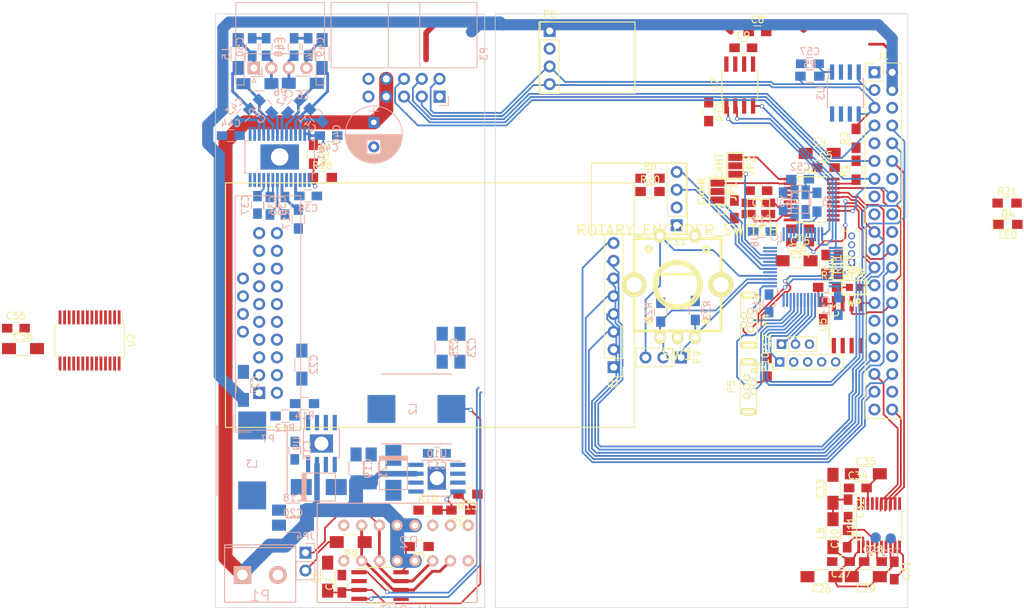
<source format=kicad_pcb>
(kicad_pcb (version 20171130) (host pcbnew "(5.0.0)")
  (layers (0 F.Cu signal) (31 B.Cu signal) (34 B.Paste user) (35 F.Paste user) (36 B.SilkS user) (37 F.SilkS user) (38 B.Mask user) (39 F.Mask user) (44 Edge.Cuts user))
  (net 0 "")
  (net 1 "Net-(C1-Pad1)")
  (net 2 GND)
  (net 3 "Net-(C2-Pad1)")
  (net 4 LIN)
  (net 5 +24V)
  (net 6 /pwr/SW5V)
  (net 7 /pwr/BOOT5V)
  (net 8 /pwr/SW3V3)
  (net 9 /pwr/BOOT3V3)
  (net 10 +5V)
  (net 11 +3.3VA)
  (net 12 "Net-(C28-Pad2)")
  (net 13 "Net-(C30-Pad1)")
  (net 14 "Net-(C30-Pad2)")
  (net 15 "Net-(C34-Pad2)")
  (net 16 "Net-(C36-Pad1)")
  (net 17 "Net-(C37-Pad1)")
  (net 18 "Net-(C38-Pad1)")
  (net 19 "Net-(C39-Pad2)")
  (net 20 /audio/OUTPL)
  (net 21 /audio/BSPL)
  (net 22 /audio/OUTNL)
  (net 23 /audio/BSNL)
  (net 24 /audio/OUTPR)
  (net 25 /audio/BSPR)
  (net 26 /audio/OUTNR)
  (net 27 /audio/BSNR)
  (net 28 /audio/OUT_L-)
  (net 29 /audio/OUT_R-)
  (net 30 /audio/OUT_L+)
  (net 31 /audio/OUT_R+)
  (net 32 "Net-(C51-Pad1)")
  (net 33 "Net-(C52-Pad1)")
  (net 34 /cpu/LED)
  (net 35 "Net-(D1-Pad1)")
  (net 36 "Net-(D4-Pad2)")
  (net 37 "Net-(D4-Pad1)")
  (net 38 SCL2)
  (net 39 SDA2)
  (net 40 SCL1)
  (net 41 SDA1)
  (net 42 INT1_1)
  (net 43 RX)
  (net 44 TX)
  (net 45 INT1_2)
  (net 46 AUDIO_BCK)
  (net 47 INT1_3)
  (net 48 CAN_INT)
  (net 49 CAN_SI)
  (net 50 CAN_SO)
  (net 51 NRST)
  (net 52 CAN_SCK)
  (net 53 LCD_CS)
  (net 54 CAN_CS)
  (net 55 ID_SD)
  (net 56 ID_SC)
  (net 57 BOOT0)
  (net 58 SHUTDOWN)
  (net 59 LCD_RES)
  (net 60 AUDIO_LCK)
  (net 61 LCD_DC)
  (net 62 LCD_PWM)
  (net 63 AUDIO_DATA)
  (net 64 /RXCAN)
  (net 65 /RXD)
  (net 66 CANR)
  (net 67 /TXCAN)
  (net 68 /TXD)
  (net 69 CANT)
  (net 70 "Net-(JP3-Pad1)")
  (net 71 CANH)
  (net 72 "Net-(JP4-Pad2)")
  (net 73 CANL)
  (net 74 SWDIO)
  (net 75 SWCLK)
  (net 76 DBG_TX)
  (net 77 DBG_RX)
  (net 78 /cpu/USBP)
  (net 79 /cpu/USBM)
  (net 80 "Net-(P5-Pad4)")
  (net 81 /LED8)
  (net 82 /LED9)
  (net 83 /LED10)
  (net 84 /LED11)
  (net 85 /LED12)
  (net 86 /LED13)
  (net 87 /LED14)
  (net 88 /LED15)
  (net 89 /LED7)
  (net 90 /LED6)
  (net 91 /LED5)
  (net 92 /LED4)
  (net 93 /LED3)
  (net 94 /LED2)
  (net 95 /LED1)
  (net 96 /LED0)
  (net 97 ENC_B)
  (net 98 ENC_A)
  (net 99 ENC_SW)
  (net 100 WS2812)
  (net 101 PB13)
  (net 102 PB15)
  (net 103 PB14)
  (net 104 PB12)
  (net 105 "Net-(P13-Pad1)")
  (net 106 "Net-(P13-Pad2)")
  (net 107 "Net-(P13-Pad3)")
  (net 108 "Net-(P13-Pad4)")
  (net 109 "Net-(R1-Pad1)")
  (net 110 "Net-(R4-Pad1)")
  (net 111 "Net-(R7-Pad2)")
  (net 112 LINRX)
  (net 113 "Net-(R12-Pad2)")
  (net 114 "Net-(R13-Pad2)")
  (net 115 "Net-(R15-Pad2)")
  (net 116 "Net-(R18-Pad1)")
  (net 117 /audio/OUTR)
  (net 118 /audio/OUTL)
  (net 119 LINTX)
  (net 120 SHDN)
  (net 121 +3V3)
  (module Capacitors_SMD:C_0805_HandSoldering (layer F.Cu) (at 127.635 75.311 180)
    (fp_text reference C1 (at 0 -1.75 180) (layer F.SilkS))
    (fp_text value 22p)
    (pad 1 smd rect (at -1.25 0 180) (size 1.5 1.25) (layers F.Cu F.Paste F.Mask) (net 1 "Net-(C1-Pad1)"))
    (pad 2 smd rect (at 1.25 0 180) (size 1.5 1.25) (layers F.Cu F.Paste F.Mask) (net 2 GND))
  )
  (module Capacitors_SMD:C_0805_HandSoldering (layer F.Cu) (at 124.206 77.978 90)
    (fp_text reference C2 (at 0 -1.75 90) (layer F.SilkS))
    (fp_text value 22p)
    (pad 1 smd rect (at -1.25 0 90) (size 1.5 1.25) (layers F.Cu F.Paste F.Mask) (net 3 "Net-(C2-Pad1)"))
    (pad 2 smd rect (at 1.25 0 90) (size 1.5 1.25) (layers F.Cu F.Paste F.Mask) (net 2 GND))
  )
  (module Capacitors_SMD:C_0805_HandSoldering (layer F.Cu) (at 136.906 92.456 270)
    (fp_text reference C3 (at 0 -1.75 270) (layer F.SilkS))
    (fp_text value u1)
    (pad 1 smd rect (at -1.25 0 270) (size 1.5 1.25) (layers F.Cu F.Paste F.Mask) (net 121 +3V3))
    (pad 2 smd rect (at 1.25 0 270) (size 1.5 1.25) (layers F.Cu F.Paste F.Mask) (net 2 GND))
  )
  (module Capacitors_SMD:C_1206_HandSoldering (layer F.Cu) (at 136.398 69.977)
    (fp_text reference C4 (at 0 -1.75) (layer F.SilkS))
    (fp_text value 10u)
    (pad 1 smd rect (at -2 0) (size 2 1.6) (layers F.Cu F.Paste F.Mask) (net 2 GND))
    (pad 2 smd rect (at 2 0) (size 2 1.6) (layers F.Cu F.Paste F.Mask) (net 121 +3V3))
  )
  (module Capacitors_SMD:C_0805_HandSoldering (layer F.Cu) (at 137.287 72.009)
    (fp_text reference C5 (at 0 -1.75) (layer F.SilkS))
    (fp_text value u1)
    (pad 1 smd rect (at -1.25 0) (size 1.5 1.25) (layers F.Cu F.Paste F.Mask) (net 2 GND))
    (pad 2 smd rect (at 1.25 0) (size 1.5 1.25) (layers F.Cu F.Paste F.Mask) (net 121 +3V3))
  )
  (module Capacitors_SMD:C_1206_HandSoldering (layer F.Cu) (at 66.04 130.556 90)
    (fp_text reference C6 (at 0 -1.75 90) (layer F.SilkS))
    (fp_text value 10u)
    (pad 1 smd rect (at -2 0 90) (size 2 1.6) (layers F.Cu F.Paste F.Mask) (net 121 +3V3))
    (pad 2 smd rect (at 2 0 90) (size 2 1.6) (layers F.Cu F.Paste F.Mask) (net 2 GND))
  )
  (module Capacitors_SMD:C_0805_HandSoldering (layer F.Cu) (at 68.072 131.572 90)
    (fp_text reference C7 (at 0 -1.75 90) (layer F.SilkS))
    (fp_text value u1)
    (pad 1 smd rect (at -1.25 0 90) (size 1.5 1.25) (layers F.Cu F.Paste F.Mask) (net 121 +3V3))
    (pad 2 smd rect (at 1.25 0 90) (size 1.5 1.25) (layers F.Cu F.Paste F.Mask) (net 2 GND))
  )
  (module Capacitors_SMD:C_0805_HandSoldering (layer F.Cu) (at 127.508 52.578)
    (fp_text reference C8 (at 0 -1.75) (layer F.SilkS))
    (fp_text value 22p)
    (pad 1 smd rect (at -1.25 0) (size 1.5 1.25) (layers F.Cu F.Paste F.Mask) (net 4 LIN))
    (pad 2 smd rect (at 1.25 0) (size 1.5 1.25) (layers F.Cu F.Paste F.Mask) (net 2 GND))
  )
  (module Capacitors_SMD:C_0805_HandSoldering (layer F.Cu) (at 125.476 54.864)
    (fp_text reference C9 (at 0 -1.75) (layer F.SilkS))
    (fp_text value u1)
    (pad 1 smd rect (at -1.25 0) (size 1.5 1.25) (layers F.Cu F.Paste F.Mask) (net 5 +24V))
    (pad 2 smd rect (at 1.25 0) (size 1.5 1.25) (layers F.Cu F.Paste F.Mask) (net 2 GND))
  )
  (module Capacitors_SMD:C_1206_HandSoldering (layer F.Cu) (at 133.096 85.344)
    (fp_text reference C10 (at 0 -1.75) (layer F.SilkS))
    (fp_text value 4u7)
    (pad 1 smd rect (at -2 0) (size 2 1.6) (layers F.Cu F.Paste F.Mask) (net 121 +3V3))
    (pad 2 smd rect (at 2 0) (size 2 1.6) (layers F.Cu F.Paste F.Mask) (net 2 GND))
  )
  (module Capacitors_SMD:C_0805_HandSoldering (layer B.Cu) (at 139.065 91.821 270)
    (fp_text reference C11 (at 0 1.75 270) (layer B.SilkS) (effects (justify mirror)))
    (fp_text value u1)
    (pad 1 smd rect (at -1.25 0 270) (size 1.5 1.25) (layers B.Cu B.Paste B.Mask) (net 121 +3V3))
    (pad 2 smd rect (at 1.25 0 270) (size 1.5 1.25) (layers B.Cu B.Paste B.Mask) (net 2 GND))
  )
  (module Capacitors_SMD:C_0805_HandSoldering (layer B.Cu) (at 128.143 81.153 180)
    (fp_text reference C12 (at 0 1.75 180) (layer B.SilkS) (effects (justify mirror)))
    (fp_text value u1)
    (pad 1 smd rect (at -1.25 0 180) (size 1.5 1.25) (layers B.Cu B.Paste B.Mask) (net 121 +3V3))
    (pad 2 smd rect (at 1.25 0 180) (size 1.5 1.25) (layers B.Cu B.Paste B.Mask) (net 2 GND))
  )
  (module Capacitors_SMD:C_0805_HandSoldering (layer B.Cu) (at 129.159 91.44 270)
    (fp_text reference C13 (at 0 1.75 270) (layer B.SilkS) (effects (justify mirror)))
    (fp_text value u1)
    (pad 1 smd rect (at -1.25 0 270) (size 1.5 1.25) (layers B.Cu B.Paste B.Mask) (net 121 +3V3))
    (pad 2 smd rect (at 1.25 0 270) (size 1.5 1.25) (layers B.Cu B.Paste B.Mask) (net 2 GND))
  )
  (module Capacitors_SMD:C_0805_HandSoldering (layer F.Cu) (at 133.604 82.677 180)
    (fp_text reference C14 (at 0 -1.75 180) (layer F.SilkS))
    (fp_text value 10n)
    (pad 1 smd rect (at -1.25 0 180) (size 1.5 1.25) (layers F.Cu F.Paste F.Mask) (net 121 +3V3))
    (pad 2 smd rect (at 1.25 0 180) (size 1.5 1.25) (layers F.Cu F.Paste F.Mask) (net 2 GND))
  )
  (module Capacitors_SMD:C_0805_HandSoldering (layer F.Cu) (at 133.604 80.772 180)
    (fp_text reference C15 (at 0 -1.75 180) (layer F.SilkS))
    (fp_text value 1u)
    (pad 1 smd rect (at -1.25 0 180) (size 1.5 1.25) (layers F.Cu F.Paste F.Mask) (net 121 +3V3))
    (pad 2 smd rect (at 1.25 0 180) (size 1.5 1.25) (layers F.Cu F.Paste F.Mask) (net 2 GND))
  )
  (module Capacitors_SMD:C_0805_HandSoldering (layer B.Cu) (at 61.341 112.522 90)
    (fp_text reference C16 (at 0 1.75 90) (layer B.SilkS) (effects (justify mirror)))
    (fp_text value 10n)
    (pad 1 smd rect (at -1.25 0 90) (size 1.5 1.25) (layers B.Cu B.Paste B.Mask) (net 6 /pwr/SW5V))
    (pad 2 smd rect (at 1.25 0 90) (size 1.5 1.25) (layers B.Cu B.Paste B.Mask) (net 7 /pwr/BOOT5V))
  )
  (module Capacitors_SMD:C_0805_HandSoldering (layer B.Cu) (at 81.661 112.903)
    (fp_text reference C17 (at 0 1.75) (layer B.SilkS) (effects (justify mirror)))
    (fp_text value 10n)
    (pad 1 smd rect (at -1.25 0) (size 1.5 1.25) (layers B.Cu B.Paste B.Mask) (net 8 /pwr/SW3V3))
    (pad 2 smd rect (at 1.25 0) (size 1.5 1.25) (layers B.Cu B.Paste B.Mask) (net 9 /pwr/BOOT3V3))
  )
  (module Capacitors_SMD:C_1206_HandSoldering (layer B.Cu) (at 61.087 121.031 180)
    (fp_text reference C18 (at 0 1.75 180) (layer B.SilkS) (effects (justify mirror)))
    (fp_text value 4u7)
    (pad 1 smd rect (at -2 0 180) (size 2 1.6) (layers B.Cu B.Paste B.Mask) (net 5 +24V))
    (pad 2 smd rect (at 2 0 180) (size 2 1.6) (layers B.Cu B.Paste B.Mask) (net 2 GND))
  )
  (module Capacitors_SMD:C_1206_HandSoldering (layer B.Cu) (at 70.104 115.062 90)
    (fp_text reference C19 (at 0 1.75 90) (layer B.SilkS) (effects (justify mirror)))
    (fp_text value 4u7)
    (pad 1 smd rect (at -2 0 90) (size 2 1.6) (layers B.Cu B.Paste B.Mask) (net 5 +24V))
    (pad 2 smd rect (at 2 0 90) (size 2 1.6) (layers B.Cu B.Paste B.Mask) (net 2 GND))
  )
  (module Capacitors_SMD:C_1206_HandSoldering (layer B.Cu) (at 61.087 123.19 180)
    (fp_text reference C20 (at 0 1.75 180) (layer B.SilkS) (effects (justify mirror)))
    (fp_text value 4u7)
    (pad 1 smd rect (at -2 0 180) (size 2 1.6) (layers B.Cu B.Paste B.Mask) (net 5 +24V))
    (pad 2 smd rect (at 2 0 180) (size 2 1.6) (layers B.Cu B.Paste B.Mask) (net 2 GND))
  )
  (module Capacitors_SMD:C_1206_HandSoldering (layer B.Cu) (at 72.263 115.062 90)
    (fp_text reference C21 (at 0 1.75 90) (layer B.SilkS) (effects (justify mirror)))
    (fp_text value 4u7)
    (pad 1 smd rect (at -2 0 90) (size 2 1.6) (layers B.Cu B.Paste B.Mask) (net 5 +24V))
    (pad 2 smd rect (at 2 0 90) (size 2 1.6) (layers B.Cu B.Paste B.Mask) (net 2 GND))
  )
  (module Capacitors_SMD:C_1206_HandSoldering (layer B.Cu) (at 62.357 100.203 90)
    (fp_text reference C22 (at 0 1.75 90) (layer B.SilkS) (effects (justify mirror)))
    (fp_text value m1)
    (pad 1 smd rect (at -2 0 90) (size 2 1.6) (layers B.Cu B.Paste B.Mask) (net 10 +5V))
    (pad 2 smd rect (at 2 0 90) (size 2 1.6) (layers B.Cu B.Paste B.Mask) (net 2 GND))
  )
  (module Capacitors_SMD:C_1206_HandSoldering (layer B.Cu) (at 84.963 97.79 90)
    (fp_text reference C23 (at 0 1.75 90) (layer B.SilkS) (effects (justify mirror)))
    (fp_text value m1)
    (pad 1 smd rect (at -2 0 90) (size 2 1.6) (layers B.Cu B.Paste B.Mask) (net 121 +3V3))
    (pad 2 smd rect (at 2 0 90) (size 2 1.6) (layers B.Cu B.Paste B.Mask) (net 2 GND))
  )
  (module Capacitors_SMD:C_1206_HandSoldering (layer B.Cu) (at 54 103.25 90)
    (fp_text reference C24 (at 0 1.75 90) (layer B.SilkS) (effects (justify mirror)))
    (fp_text value m1)
    (pad 1 smd rect (at -2 0 90) (size 2 1.6) (layers B.Cu B.Paste B.Mask) (net 10 +5V))
    (pad 2 smd rect (at 2 0 90) (size 2 1.6) (layers B.Cu B.Paste B.Mask) (net 2 GND))
  )
  (module Capacitors_SMD:C_1206_HandSoldering (layer B.Cu) (at 82.423 97.79 90)
    (fp_text reference C25 (at 0 1.75 90) (layer B.SilkS) (effects (justify mirror)))
    (fp_text value m1)
    (pad 1 smd rect (at -2 0 90) (size 2 1.6) (layers B.Cu B.Paste B.Mask) (net 121 +3V3))
    (pad 2 smd rect (at 2 0 90) (size 2 1.6) (layers B.Cu B.Paste B.Mask) (net 2 GND))
  )
  (module Capacitors_SMD:C_1206_HandSoldering (layer F.Cu) (at 136.652 130.556 180)
    (fp_text reference C26 (at 0 -1.75 180) (layer F.SilkS))
    (fp_text value 10u)
    (pad 1 smd rect (at -2 0 180) (size 2 1.6) (layers F.Cu F.Paste F.Mask) (net 11 +3.3VA))
    (pad 2 smd rect (at 2 0 180) (size 2 1.6) (layers F.Cu F.Paste F.Mask) (net 2 GND))
  )
  (module Capacitors_SMD:C_0805_HandSoldering (layer F.Cu) (at 139.446 128.397 180)
    (fp_text reference C27 (at 0 -1.75 180) (layer F.SilkS))
    (fp_text value u1)
    (pad 1 smd rect (at -1.25 0 180) (size 1.5 1.25) (layers F.Cu F.Paste F.Mask) (net 11 +3.3VA))
    (pad 2 smd rect (at 1.25 0 180) (size 1.5 1.25) (layers F.Cu F.Paste F.Mask) (net 2 GND))
  )
  (module Capacitors_SMD:C_0805_HandSoldering (layer F.Cu) (at 144.018 128.397)
    (fp_text reference C28 (at 0 -1.75) (layer F.SilkS))
    (fp_text value 2u2)
    (pad 1 smd rect (at -1.25 0) (size 1.5 1.25) (layers F.Cu F.Paste F.Mask) (net 2 GND))
    (pad 2 smd rect (at 1.25 0) (size 1.5 1.25) (layers F.Cu F.Paste F.Mask) (net 12 "Net-(C28-Pad2)"))
  )
  (module Capacitors_SMD:C_1206_HandSoldering (layer F.Cu) (at 143.002 130.556 180)
    (fp_text reference C29 (at 0 -1.75 180) (layer F.SilkS))
    (fp_text value 10u)
    (pad 1 smd rect (at -2 0 180) (size 2 1.6) (layers F.Cu F.Paste F.Mask) (net 11 +3.3VA))
    (pad 2 smd rect (at 2 0 180) (size 2 1.6) (layers F.Cu F.Paste F.Mask) (net 2 GND))
  )
  (module Capacitors_SMD:C_0805_HandSoldering (layer F.Cu) (at 140.335 125.095 90)
    (fp_text reference C30 (at 0 -1.75 90) (layer F.SilkS))
    (fp_text value 2u2)
    (pad 1 smd rect (at -1.25 0 90) (size 1.5 1.25) (layers F.Cu F.Paste F.Mask) (net 13 "Net-(C30-Pad1)"))
    (pad 2 smd rect (at 1.25 0 90) (size 1.5 1.25) (layers F.Cu F.Paste F.Mask) (net 14 "Net-(C30-Pad2)"))
  )
  (module Capacitors_SMD:C_0805_HandSoldering (layer F.Cu) (at 147.066 129.667 270)
    (fp_text reference C31 (at 0 -1.75 270) (layer F.SilkS))
    (fp_text value u1)
    (pad 1 smd rect (at -1.25 0 270) (size 1.5 1.25) (layers F.Cu F.Paste F.Mask) (net 11 +3.3VA))
    (pad 2 smd rect (at 1.25 0 270) (size 1.5 1.25) (layers F.Cu F.Paste F.Mask) (net 2 GND))
  )
  (module Capacitors_SMD:C_0805_HandSoldering (layer F.Cu) (at 140.462 120.777 270)
    (fp_text reference C32 (at 0 -1.75 270) (layer F.SilkS))
    (fp_text value u1)
    (pad 1 smd rect (at -1.25 0 270) (size 1.5 1.25) (layers F.Cu F.Paste F.Mask) (net 121 +3V3))
    (pad 2 smd rect (at 1.25 0 270) (size 1.5 1.25) (layers F.Cu F.Paste F.Mask) (net 2 GND))
  )
  (module Capacitors_SMD:C_1206_HandSoldering (layer F.Cu) (at 138.303 117.983 90)
    (fp_text reference C33 (at 0 -1.75 90) (layer F.SilkS))
    (fp_text value 10u)
    (pad 1 smd rect (at -2 0 90) (size 2 1.6) (layers F.Cu F.Paste F.Mask) (net 121 +3V3))
    (pad 2 smd rect (at 2 0 90) (size 2 1.6) (layers F.Cu F.Paste F.Mask) (net 2 GND))
  )
  (module Capacitors_SMD:C_0805_HandSoldering (layer F.Cu) (at 141.859 117.856)
    (fp_text reference C34 (at 0 -1.75) (layer F.SilkS))
    (fp_text value u1)
    (pad 1 smd rect (at -1.25 0) (size 1.5 1.25) (layers F.Cu F.Paste F.Mask) (net 2 GND))
    (pad 2 smd rect (at 1.25 0) (size 1.5 1.25) (layers F.Cu F.Paste F.Mask) (net 15 "Net-(C34-Pad2)"))
  )
  (module Capacitors_SMD:C_1206_HandSoldering (layer F.Cu) (at 143.002 115.824)
    (fp_text reference C35 (at 0 -1.75) (layer F.SilkS))
    (fp_text value 10u)
    (pad 1 smd rect (at -2 0) (size 2 1.6) (layers F.Cu F.Paste F.Mask) (net 2 GND))
    (pad 2 smd rect (at 2 0) (size 2 1.6) (layers F.Cu F.Paste F.Mask) (net 15 "Net-(C34-Pad2)"))
  )
  (module Capacitors_SMD:C_0805_HandSoldering (layer B.Cu) (at 59.944 77.47 270)
    (fp_text reference C36 (at 0 1.75 270) (layer B.SilkS) (effects (justify mirror)))
    (fp_text value 1u)
    (pad 1 smd rect (at -1.25 0 270) (size 1.5 1.25) (layers B.Cu B.Paste B.Mask) (net 16 "Net-(C36-Pad1)"))
    (pad 2 smd rect (at 1.25 0 270) (size 1.5 1.25) (layers B.Cu B.Paste B.Mask) (net 2 GND))
  )
  (module Capacitors_SMD:C_0805_HandSoldering (layer B.Cu) (at 56.007 77.343 270)
    (fp_text reference C37 (at 0 1.75 270) (layer B.SilkS) (effects (justify mirror)))
    (fp_text value 1u)
    (pad 1 smd rect (at -1.25 0 270) (size 1.5 1.25) (layers B.Cu B.Paste B.Mask) (net 17 "Net-(C37-Pad1)"))
    (pad 2 smd rect (at 1.25 0 270) (size 1.5 1.25) (layers B.Cu B.Paste B.Mask) (net 2 GND))
  )
  (module Capacitors_SMD:C_0805_HandSoldering (layer B.Cu) (at 63.246 76.073)
    (fp_text reference C38 (at 0 1.75) (layer B.SilkS) (effects (justify mirror)))
    (fp_text value 1u)
    (pad 1 smd rect (at -1.25 0) (size 1.5 1.25) (layers B.Cu B.Paste B.Mask) (net 18 "Net-(C38-Pad1)"))
    (pad 2 smd rect (at 1.25 0) (size 1.5 1.25) (layers B.Cu B.Paste B.Mask) (net 2 GND))
  )
  (module Capacitors_SMD:C_0805_HandSoldering (layer B.Cu) (at 57.785 77.47 90)
    (fp_text reference C39 (at 0 1.75 90) (layer B.SilkS) (effects (justify mirror)))
    (fp_text value 1u)
    (pad 1 smd rect (at -1.25 0 90) (size 1.5 1.25) (layers B.Cu B.Paste B.Mask) (net 2 GND))
    (pad 2 smd rect (at 1.25 0 90) (size 1.5 1.25) (layers B.Cu B.Paste B.Mask) (net 19 "Net-(C39-Pad2)"))
  )
  (module Capacitors_THT:CP_Radial_D8.0mm_P3.50mm (layer B.Cu) (at 72.644 65.532 270)
    (fp_text reference C40 (at 1.75 5.31 270) (layer B.SilkS) (effects (justify mirror)))
    (fp_text value m1)
    (pad 1 thru_hole rect (at 0 0 270) (size 1.6 1.6) (drill 0.8) (layers *.Cu *.Mask) (net 5 +24V))
    (pad 2 thru_hole circle (at 3.5 0 270) (size 1.6 1.6) (drill 0.8) (layers *.Cu *.Mask) (net 2 GND))
  )
  (module Capacitors_SMD:C_0805_HandSoldering (layer B.Cu) (at 64.389 64.516 315)
    (fp_text reference C41 (at 0 1.75 315) (layer B.SilkS) (effects (justify mirror)))
    (fp_text value u22)
    (pad 1 smd rect (at -1.249999 0 315) (size 1.5 1.25) (layers B.Cu B.Paste B.Mask) (net 20 /audio/OUTPL))
    (pad 2 smd rect (at 1.249999 0 315) (size 1.5 1.25) (layers B.Cu B.Paste B.Mask) (net 21 /audio/BSPL))
  )
  (module Capacitors_SMD:C_0805_HandSoldering (layer B.Cu) (at 61.214 63.246 225)
    (fp_text reference C42 (at 0 1.75 225) (layer B.SilkS) (effects (justify mirror)))
    (fp_text value u22)
    (pad 1 smd rect (at -1.249999 0 225) (size 1.5 1.25) (layers B.Cu B.Paste B.Mask) (net 22 /audio/OUTNL))
    (pad 2 smd rect (at 1.249999 0 225) (size 1.5 1.25) (layers B.Cu B.Paste B.Mask) (net 23 /audio/BSNL))
  )
  (module Capacitors_SMD:C_0805_HandSoldering (layer B.Cu) (at 53.975 64.516 225)
    (fp_text reference C43 (at 0 1.75 225) (layer B.SilkS) (effects (justify mirror)))
    (fp_text value u22)
    (pad 1 smd rect (at -1.249999 0 225) (size 1.5 1.25) (layers B.Cu B.Paste B.Mask) (net 24 /audio/OUTPR))
    (pad 2 smd rect (at 1.249999 0 225) (size 1.5 1.25) (layers B.Cu B.Paste B.Mask) (net 25 /audio/BSPR))
  )
  (module Capacitors_SMD:C_0805_HandSoldering (layer B.Cu) (at 52.197 67.437 180)
    (fp_text reference C44 (at 0 1.75 180) (layer B.SilkS) (effects (justify mirror)))
    (fp_text value u1)
    (pad 1 smd rect (at -1.25 0 180) (size 1.5 1.25) (layers B.Cu B.Paste B.Mask) (net 5 +24V))
    (pad 2 smd rect (at 1.25 0 180) (size 1.5 1.25) (layers B.Cu B.Paste B.Mask) (net 2 GND))
  )
  (module Capacitors_SMD:C_0805_HandSoldering (layer B.Cu) (at 57.15 63.246 315)
    (fp_text reference C45 (at 0 1.75 315) (layer B.SilkS) (effects (justify mirror)))
    (fp_text value u22)
    (pad 1 smd rect (at -1.249999 0 315) (size 1.5 1.25) (layers B.Cu B.Paste B.Mask) (net 26 /audio/OUTNR))
    (pad 2 smd rect (at 1.249999 0 315) (size 1.5 1.25) (layers B.Cu B.Paste B.Mask) (net 27 /audio/BSNR))
  )
  (module Capacitors_SMD:C_0805_HandSoldering (layer B.Cu) (at 66.167 67.437)
    (fp_text reference C46 (at 0 1.75) (layer B.SilkS) (effects (justify mirror)))
    (fp_text value 1n)
    (pad 1 smd rect (at -1.25 0) (size 1.5 1.25) (layers B.Cu B.Paste B.Mask) (net 5 +24V))
    (pad 2 smd rect (at 1.25 0) (size 1.5 1.25) (layers B.Cu B.Paste B.Mask) (net 2 GND))
  )
  (module Capacitors_SMD:C_0805_HandSoldering (layer B.Cu) (at 61.25 54.75 270)
    (fp_text reference C47 (at 0 1.75 270) (layer B.SilkS) (effects (justify mirror)))
    (fp_text value 1n)
    (pad 1 smd rect (at -1.25 0 270) (size 1.5 1.25) (layers B.Cu B.Paste B.Mask) (net 2 GND))
    (pad 2 smd rect (at 1.25 0 270) (size 1.5 1.25) (layers B.Cu B.Paste B.Mask) (net 28 /audio/OUT_L-))
  )
  (module Capacitors_SMD:C_0805_HandSoldering (layer B.Cu) (at 57.25 54.75 90)
    (fp_text reference C48 (at 0 1.75 90) (layer B.SilkS) (effects (justify mirror)))
    (fp_text value 1n)
    (pad 1 smd rect (at -1.25 0 90) (size 1.5 1.25) (layers B.Cu B.Paste B.Mask) (net 29 /audio/OUT_R-))
    (pad 2 smd rect (at 1.25 0 90) (size 1.5 1.25) (layers B.Cu B.Paste B.Mask) (net 2 GND))
  )
  (module Capacitors_SMD:C_0805_HandSoldering (layer B.Cu) (at 63.25 54.75 90)
    (fp_text reference C49 (at 0 1.75 90) (layer B.SilkS) (effects (justify mirror)))
    (fp_text value 1n)
    (pad 1 smd rect (at -1.25 0 90) (size 1.5 1.25) (layers B.Cu B.Paste B.Mask) (net 30 /audio/OUT_L+))
    (pad 2 smd rect (at 1.25 0 90) (size 1.5 1.25) (layers B.Cu B.Paste B.Mask) (net 2 GND))
  )
  (module Capacitors_SMD:C_0805_HandSoldering (layer B.Cu) (at 55.25 54.75 270)
    (fp_text reference C50 (at 0 1.75 270) (layer B.SilkS) (effects (justify mirror)))
    (fp_text value 1n)
    (pad 1 smd rect (at -1.25 0 270) (size 1.5 1.25) (layers B.Cu B.Paste B.Mask) (net 2 GND))
    (pad 2 smd rect (at 1.25 0 270) (size 1.5 1.25) (layers B.Cu B.Paste B.Mask) (net 31 /audio/OUT_R+))
  )
  (module Capacitors_SMD:C_0805_HandSoldering (layer B.Cu) (at 131.191 76.835 90)
    (fp_text reference C51 (at 0 1.75 90) (layer B.SilkS) (effects (justify mirror)))
    (fp_text value 22p)
    (pad 1 smd rect (at -1.25 0 90) (size 1.5 1.25) (layers B.Cu B.Paste B.Mask) (net 32 "Net-(C51-Pad1)"))
    (pad 2 smd rect (at 1.25 0 90) (size 1.5 1.25) (layers B.Cu B.Paste B.Mask) (net 2 GND))
  )
  (module Capacitors_SMD:C_0805_HandSoldering (layer B.Cu) (at 133.604 73.66 180)
    (fp_text reference C52 (at 0 1.75 180) (layer B.SilkS) (effects (justify mirror)))
    (fp_text value 22p)
    (pad 1 smd rect (at -1.25 0 180) (size 1.5 1.25) (layers B.Cu B.Paste B.Mask) (net 33 "Net-(C52-Pad1)"))
    (pad 2 smd rect (at 1.25 0 180) (size 1.5 1.25) (layers B.Cu B.Paste B.Mask) (net 2 GND))
  )
  (module Capacitors_SMD:C_0805_HandSoldering (layer F.Cu) (at 21.463 94.996)
    (fp_text reference C55 (at 0 -1.75) (layer F.SilkS))
    (fp_text value u1)
    (pad 1 smd rect (at -1.25 0) (size 1.5 1.25) (layers F.Cu F.Paste F.Mask) (net 121 +3V3))
    (pad 2 smd rect (at 1.25 0) (size 1.5 1.25) (layers F.Cu F.Paste F.Mask) (net 2 GND))
  )
  (module Capacitors_SMD:C_1206_HandSoldering (layer F.Cu) (at 22.479 97.917)
    (fp_text reference C56 (at 0 -1.75) (layer F.SilkS))
    (fp_text value 10u)
    (pad 1 smd rect (at -2 0) (size 2 1.6) (layers F.Cu F.Paste F.Mask) (net 121 +3V3))
    (pad 2 smd rect (at 2 0) (size 2 1.6) (layers F.Cu F.Paste F.Mask) (net 2 GND))
  )
  (module Capacitors_SMD:C_0805_HandSoldering (layer B.Cu) (at 135.001 57.15 180)
    (fp_text reference C57 (at 0 1.75 180) (layer B.SilkS) (effects (justify mirror)))
    (fp_text value u1)
    (pad 1 smd rect (at -1.25 0 180) (size 1.5 1.25) (layers B.Cu B.Paste B.Mask) (net 121 +3V3))
    (pad 2 smd rect (at 1.25 0 180) (size 1.5 1.25) (layers B.Cu B.Paste B.Mask) (net 2 GND))
  )
  (module sensact:LED_0805_handsolder (layer F.Cu) (at 139.065 85.852 90)
    (fp_text reference D1 (at 0 -1.45 90) (layer F.SilkS))
    (fp_text value LED (at 0 1.55 90) (layer F.SilkS))
    (pad 2 smd rect (at 1.35 0 270) (size 1.5 1.3) (layers F.Cu F.Paste F.Mask) (net 34 /cpu/LED))
    (pad 1 smd rect (at -1.35 0 270) (size 1.5 1.3) (layers F.Cu F.Paste F.Mask) (net 35 "Net-(D1-Pad1)"))
  )
  (module sensact:do214aa_handsolder (layer B.Cu) (at 64.77 117.729 180)
    (fp_text reference D2 hide)
    (fp_text value D_Schottky hide)
    (pad 1 smd rect (at 2.5 0 180) (size 3 2.30124) (layers B.Cu B.Paste B.Mask) (net 6 /pwr/SW5V))
    (pad 2 smd rect (at -2.5 0 180) (size 3 2.30124) (layers B.Cu B.Paste B.Mask) (net 2 GND))
  )
  (module sensact:do214aa_handsolder (layer B.Cu) (at 75.438 115.697 90)
    (fp_text reference D3 hide)
    (fp_text value D_Schottky hide)
    (pad 1 smd rect (at 2.5 0 90) (size 3 2.30124) (layers B.Cu B.Paste B.Mask) (net 8 /pwr/SW3V3))
    (pad 2 smd rect (at -2.5 0 90) (size 3 2.30124) (layers B.Cu B.Paste B.Mask) (net 2 GND))
  )
  (module sensact:LED_0805_handsolder (layer F.Cu) (at 163.322 80.137)
    (fp_text reference D4 (at 0 -1.45) (layer F.SilkS))
    (fp_text value LED (at 0 1.55) (layer F.SilkS))
    (pad 2 smd rect (at 1.35 0 180) (size 1.5 1.3) (layers F.Cu F.Paste F.Mask) (net 36 "Net-(D4-Pad2)"))
    (pad 1 smd rect (at -1.35 0 180) (size 1.5 1.3) (layers F.Cu F.Paste F.Mask) (net 37 "Net-(D4-Pad1)"))
  )
  (module Pin_Headers:Pin_Header_Straight_2x20_Pitch2.54mm (layer F.Cu) (at 144.23 58.37)
    (fp_text reference J1 (at 1.27 -2.33) (layer F.SilkS))
    (fp_text value RPi_GPIO)
    (pad 1 thru_hole rect (at 0 0) (size 1.7 1.7) (drill 1) (layers *.Cu *.Mask))
    (pad 2 thru_hole oval (at 2.54 0) (size 1.7 1.7) (drill 1) (layers *.Cu *.Mask) (net 10 +5V))
    (pad 3 thru_hole oval (at 0 2.54) (size 1.7 1.7) (drill 1) (layers *.Cu *.Mask) (net 40 SCL1))
    (pad 4 thru_hole oval (at 2.54 2.54) (size 1.7 1.7) (drill 1) (layers *.Cu *.Mask) (net 10 +5V))
    (pad 5 thru_hole oval (at 0 5.08) (size 1.7 1.7) (drill 1) (layers *.Cu *.Mask) (net 41 SDA1))
    (pad 6 thru_hole oval (at 2.54 5.08) (size 1.7 1.7) (drill 1) (layers *.Cu *.Mask) (net 2 GND))
    (pad 7 thru_hole oval (at 0 7.62) (size 1.7 1.7) (drill 1) (layers *.Cu *.Mask) (net 42 INT1_1))
    (pad 8 thru_hole oval (at 2.54 7.62) (size 1.7 1.7) (drill 1) (layers *.Cu *.Mask) (net 43 RX))
    (pad 9 thru_hole oval (at 0 10.16) (size 1.7 1.7) (drill 1) (layers *.Cu *.Mask) (net 2 GND))
    (pad 10 thru_hole oval (at 2.54 10.16) (size 1.7 1.7) (drill 1) (layers *.Cu *.Mask) (net 44 TX))
    (pad 11 thru_hole oval (at 0 12.7) (size 1.7 1.7) (drill 1) (layers *.Cu *.Mask) (net 45 INT1_2))
    (pad 12 thru_hole oval (at 2.54 12.7) (size 1.7 1.7) (drill 1) (layers *.Cu *.Mask) (net 46 AUDIO_BCK))
    (pad 13 thru_hole oval (at 0 15.24) (size 1.7 1.7) (drill 1) (layers *.Cu *.Mask) (net 47 INT1_3))
    (pad 14 thru_hole oval (at 2.54 15.24) (size 1.7 1.7) (drill 1) (layers *.Cu *.Mask) (net 2 GND))
    (pad 15 thru_hole oval (at 0 17.78) (size 1.7 1.7) (drill 1) (layers *.Cu *.Mask))
    (pad 16 thru_hole oval (at 2.54 17.78) (size 1.7 1.7) (drill 1) (layers *.Cu *.Mask) (net 48 CAN_INT))
    (pad 17 thru_hole oval (at 0 20.32) (size 1.7 1.7) (drill 1) (layers *.Cu *.Mask) (net 36 "Net-(D4-Pad2)"))
    (pad 18 thru_hole oval (at 2.54 20.32) (size 1.7 1.7) (drill 1) (layers *.Cu *.Mask))
    (pad 19 thru_hole oval (at 0 22.86) (size 1.7 1.7) (drill 1) (layers *.Cu *.Mask) (net 49 CAN_SI))
    (pad 20 thru_hole oval (at 2.54 22.86) (size 1.7 1.7) (drill 1) (layers *.Cu *.Mask) (net 2 GND))
    (pad 21 thru_hole oval (at 0 25.4) (size 1.7 1.7) (drill 1) (layers *.Cu *.Mask) (net 50 CAN_SO))
    (pad 22 thru_hole oval (at 2.54 25.4) (size 1.7 1.7) (drill 1) (layers *.Cu *.Mask) (net 51 NRST))
    (pad 23 thru_hole oval (at 0 27.94) (size 1.7 1.7) (drill 1) (layers *.Cu *.Mask) (net 52 CAN_SCK))
    (pad 24 thru_hole oval (at 2.54 27.94) (size 1.7 1.7) (drill 1) (layers *.Cu *.Mask) (net 53 LCD_CS))
    (pad 25 thru_hole oval (at 0 30.48) (size 1.7 1.7) (drill 1) (layers *.Cu *.Mask) (net 2 GND))
    (pad 26 thru_hole oval (at 2.54 30.48) (size 1.7 1.7) (drill 1) (layers *.Cu *.Mask) (net 54 CAN_CS))
    (pad 27 thru_hole oval (at 0 33.02) (size 1.7 1.7) (drill 1) (layers *.Cu *.Mask) (net 55 ID_SD))
    (pad 28 thru_hole oval (at 2.54 33.02) (size 1.7 1.7) (drill 1) (layers *.Cu *.Mask) (net 56 ID_SC))
    (pad 29 thru_hole oval (at 0 35.56) (size 1.7 1.7) (drill 1) (layers *.Cu *.Mask) (net 57 BOOT0))
    (pad 30 thru_hole oval (at 2.54 35.56) (size 1.7 1.7) (drill 1) (layers *.Cu *.Mask) (net 2 GND))
    (pad 31 thru_hole oval (at 0 38.1) (size 1.7 1.7) (drill 1) (layers *.Cu *.Mask))
    (pad 32 thru_hole oval (at 2.54 38.1) (size 1.7 1.7) (drill 1) (layers *.Cu *.Mask) (net 58 SHUTDOWN))
    (pad 33 thru_hole oval (at 0 40.64) (size 1.7 1.7) (drill 1) (layers *.Cu *.Mask) (net 59 LCD_RES))
    (pad 34 thru_hole oval (at 2.54 40.64) (size 1.7 1.7) (drill 1) (layers *.Cu *.Mask) (net 2 GND))
    (pad 35 thru_hole oval (at 0 43.18) (size 1.7 1.7) (drill 1) (layers *.Cu *.Mask) (net 60 AUDIO_LCK))
    (pad 36 thru_hole oval (at 2.54 43.18) (size 1.7 1.7) (drill 1) (layers *.Cu *.Mask) (net 61 LCD_DC))
    (pad 37 thru_hole oval (at 0 45.72) (size 1.7 1.7) (drill 1) (layers *.Cu *.Mask) (net 62 LCD_PWM))
    (pad 38 thru_hole oval (at 2.54 45.72) (size 1.7 1.7) (drill 1) (layers *.Cu *.Mask))
    (pad 39 thru_hole oval (at 0 48.26) (size 1.7 1.7) (drill 1) (layers *.Cu *.Mask) (net 2 GND))
    (pad 40 thru_hole oval (at 2.54 48.26) (size 1.7 1.7) (drill 1) (layers *.Cu *.Mask) (net 63 AUDIO_DATA))
  )
  (module sensact:SMD-solder-bridge-3pin (layer F.Cu) (at 121.793 75.438 270)
    (fp_text reference JP1 (at 0 -2.2 270) (layer F.SilkS) (effects (font (thickness 0.2))))
    (fp_text value CANR (at 0 2.3 270) (layer F.SilkS) (effects (font (thickness 0.2))))
    (pad 1 smd rect (at -1.2 0 270) (size 1 2) (layers F.Cu F.Mask) (net 64 /RXCAN))
    (pad 2 smd rect (at 0 0 270) (size 1 2) (layers F.Cu F.Mask) (net 65 /RXD))
    (pad 3 smd rect (at 1.2 0 270) (size 1 2) (layers F.Cu F.Mask) (net 66 CANR))
  )
  (module sensact:SMD-solder-bridge-3pin (layer F.Cu) (at 124.333 71.755 270)
    (fp_text reference JP2 (at 0 -2.2 270) (layer F.SilkS) (effects (font (thickness 0.2))))
    (fp_text value CANT (at 0 2.3 270) (layer F.SilkS) (effects (font (thickness 0.2))))
    (pad 1 smd rect (at -1.2 0 270) (size 1 2) (layers F.Cu F.Mask) (net 67 /TXCAN))
    (pad 2 smd rect (at 0 0 270) (size 1 2) (layers F.Cu F.Mask) (net 68 /TXD))
    (pad 3 smd rect (at 1.2 0 270) (size 1 2) (layers F.Cu F.Mask) (net 69 CANT))
  )
  (module sensact:SMD-solder-bridge (layer F.Cu) (at 141.351 89.154)
    (fp_text reference JP3 (at 0.01 -1.99) (layer F.SilkS) (effects (font (thickness 0.2))))
    (fp_text value WP (at 0 2.23) (layer F.SilkS) (effects (font (thickness 0.2))))
    (pad 1 smd rect (at -0.6985 0) (size 1.016 1.016) (layers F.Cu F.Paste F.Mask) (net 70 "Net-(JP3-Pad1)"))
    (pad 2 smd rect (at 0.6985 0) (size 1.016 1.016) (layers F.Cu F.Paste F.Mask) (net 2 GND))
  )
  (module Pin_Headers:Pin_Header_Straight_1x02_Pitch2.54mm (layer B.Cu) (at 62.865 127.127 180)
    (fp_text reference JP4 (at 0 2.33 180) (layer B.SilkS) (effects (justify mirror)))
    (fp_text value CAN_TERM)
    (pad 1 thru_hole rect (at 0 0 180) (size 1.7 1.7) (drill 1) (layers *.Cu *.Mask) (net 71 CANH))
    (pad 2 thru_hole oval (at 0 -2.54 180) (size 1.7 1.7) (drill 1) (layers *.Cu *.Mask) (net 72 "Net-(JP4-Pad2)"))
  )
  (module sensact:Inductor_CD104_handsolder (layer B.Cu) (at 78.74 106.553 90)
    (fp_text reference L2 (at 0 -0.5 90) (layer B.SilkS) (effects (justify mirror)))
    (fp_text value 47u)
    (pad 1 smd rect (at 0 5 90) (size 4 4) (layers B.Cu B.Paste B.Mask) (net 121 +3V3))
    (pad 2 smd rect (at 0 -5 90) (size 4 4) (layers B.Cu B.Paste B.Mask) (net 8 /pwr/SW3V3))
  )
  (module sensact:Inductor_CD104_handsolder (layer B.Cu) (at 55.245 113.919 180)
    (fp_text reference L3 (at 0 -0.5 180) (layer B.SilkS) (effects (justify mirror)))
    (fp_text value 22u)
    (pad 1 smd rect (at 0 5 180) (size 4 4) (layers B.Cu B.Paste B.Mask) (net 10 +5V))
    (pad 2 smd rect (at 0 -5 180) (size 4 4) (layers B.Cu B.Paste B.Mask) (net 6 /pwr/SW5V))
  )
  (module Capacitors_SMD:C_1206_HandSoldering (layer B.Cu) (at 65.25 55.75 270)
    (fp_text reference L4 (at 0 1.75 270) (layer B.SilkS) (effects (justify mirror)))
    (fp_text value FB)
    (pad 1 smd rect (at -2 0 270) (size 2 1.6) (layers B.Cu B.Paste B.Mask) (net 30 /audio/OUT_L+))
    (pad 2 smd rect (at 2 0 270) (size 2 1.6) (layers B.Cu B.Paste B.Mask) (net 20 /audio/OUTPL))
  )
  (module Capacitors_SMD:C_1206_HandSoldering (layer B.Cu) (at 53.25 55.75 270)
    (fp_text reference L5 (at 0 1.75 270) (layer B.SilkS) (effects (justify mirror)))
    (fp_text value FB)
    (pad 1 smd rect (at -2 0 270) (size 2 1.6) (layers B.Cu B.Paste B.Mask) (net 31 /audio/OUT_R+))
    (pad 2 smd rect (at 2 0 270) (size 2 1.6) (layers B.Cu B.Paste B.Mask) (net 24 /audio/OUTPR))
  )
  (module Capacitors_SMD:C_1206_HandSoldering (layer B.Cu) (at 62.484 59.944)
    (fp_text reference L6 (at 0 1.75) (layer B.SilkS) (effects (justify mirror)))
    (fp_text value FB)
    (pad 1 smd rect (at -2 0) (size 2 1.6) (layers B.Cu B.Paste B.Mask) (net 28 /audio/OUT_L-))
    (pad 2 smd rect (at 2 0) (size 2 1.6) (layers B.Cu B.Paste B.Mask) (net 22 /audio/OUTNL))
  )
  (module Capacitors_SMD:C_1206_HandSoldering (layer B.Cu) (at 56 60 180)
    (fp_text reference L7 (at 0 1.75 180) (layer B.SilkS) (effects (justify mirror)))
    (fp_text value FB)
    (pad 1 smd rect (at -2 0 180) (size 2 1.6) (layers B.Cu B.Paste B.Mask) (net 29 /audio/OUT_R-))
    (pad 2 smd rect (at 2 0 180) (size 2 1.6) (layers B.Cu B.Paste B.Mask) (net 26 /audio/OUTNR))
  )
  (module Capacitors_SMD:C_1206_HandSoldering (layer F.Cu) (at 138.303 124.333 90)
    (fp_text reference L8 (at 0 -1.75 90) (layer F.SilkS))
    (fp_text value FB)
    (pad 1 smd rect (at -2 0 90) (size 2 1.6) (layers F.Cu F.Paste F.Mask) (net 11 +3.3VA))
    (pad 2 smd rect (at 2 0 90) (size 2 1.6) (layers F.Cu F.Paste F.Mask) (net 121 +3V3))
  )
  (module sensact:conn_2P (layer B.Cu) (at 56.388 130.302 180)
    (fp_text reference P1 (at 0 -3 180) (layer B.SilkS) (effects (font (size 1.5 1.5)) (justify mirror)))
    (fp_text value 24V)
    (pad 1 thru_hole rect (at 2.54 0 180) (size 2.54 2.54) (drill 1.5) (layers *.Cu *.Mask B.SilkS) (net 5 +24V))
    (pad 2 thru_hole circle (at -2.54 0 180) (size 2.54 2.54) (drill 1.5) (layers *.Cu *.Mask B.SilkS) (net 2 GND))
  )
  (module sensact:KF141R-8p (layer B.Cu) (at 77.25 125.75 180)
    (fp_text reference P2 (at -0.381 0.127 180) (layer B.SilkS) (effects (font (size 1.5 1.5)) (justify mirror)))
    (fp_text value IN_OUT (at 0 -9.779 180) (layer B.SilkS) (effects (font (size 1.5 1.5)) (justify mirror)))
    (pad 2 thru_hole circle (at -6.35 2.54 180) (size 1.6 1.6) (drill 0.9) (layers *.Cu *.Mask B.SilkS) (net 73 CANL))
    (pad 2 thru_hole circle (at -6.35 -2.54 180) (size 1.6 1.6) (drill 0.9) (layers *.Cu *.Mask B.SilkS) (net 73 CANL))
    (pad 3 thru_hole circle (at -3.81 2.54 180) (size 1.6 1.6) (drill 0.9) (layers *.Cu *.Mask B.SilkS) (net 71 CANH))
    (pad 3 thru_hole circle (at -3.81 -2.54 180) (size 1.6 1.6) (drill 0.9) (layers *.Cu *.Mask B.SilkS) (net 71 CANH))
    (pad 1 thru_hole circle (at -8.89 -2.54 180) (size 1.6 1.6) (drill 0.9) (layers *.Cu *.Mask B.SilkS) (net 2 GND))
    (pad 1 thru_hole circle (at -8.89 2.54 180) (size 1.6 1.6) (drill 0.9) (layers *.Cu *.Mask B.SilkS) (net 2 GND))
    (pad 4 thru_hole circle (at -1.27 -2.54 180) (size 1.6 1.6) (drill 0.9) (layers *.Cu *.Mask B.SilkS) (net 5 +24V))
    (pad 4 thru_hole circle (at -1.27 2.54 180) (size 1.6 1.6) (drill 0.9) (layers *.Cu *.Mask B.SilkS) (net 5 +24V))
    (pad 5 thru_hole circle (at 1.27 -2.54 180) (size 1.6 1.6) (drill 0.9) (layers *.Cu *.Mask B.SilkS) (net 5 +24V))
    (pad 6 thru_hole circle (at 3.81 -2.54 180) (size 1.6 1.6) (drill 0.9) (layers *.Cu *.Mask B.SilkS) (net 71 CANH))
    (pad 7 thru_hole circle (at 6.35 -2.54 180) (size 1.6 1.6) (drill 0.9) (layers *.Cu *.Mask B.SilkS) (net 73 CANL))
    (pad 8 thru_hole circle (at 8.89 -2.54 180) (size 1.6 1.6) (drill 0.9) (layers *.Cu *.Mask B.SilkS) (net 2 GND))
    (pad 5 thru_hole circle (at 1.27 2.54 180) (size 1.6 1.6) (drill 0.9) (layers *.Cu *.Mask B.SilkS) (net 5 +24V))
    (pad 6 thru_hole circle (at 3.81 2.54 180) (size 1.6 1.6) (drill 0.9) (layers *.Cu *.Mask B.SilkS) (net 71 CANH))
    (pad 7 thru_hole circle (at 6.35 2.54 180) (size 1.6 1.6) (drill 0.9) (layers *.Cu *.Mask B.SilkS) (net 73 CANL))
    (pad 8 thru_hole circle (at 8.89 2.54 180) (size 1.6 1.6) (drill 0.9) (layers *.Cu *.Mask B.SilkS) (net 2 GND))
  )
  (module sensact:MicroUsbVertical (layer F.Cu) (at 126.492 93.853 270)
    (fp_text reference P4 (at 0 -2.24 270) (layer F.SilkS))
    (fp_text value CONN_01X06 hide)
    (pad 3 thru_hole circle (at 0 0 270) (size 0.95 0.95) (drill 0.55) (layers *.Cu *.Mask F.SilkS) (net 74 SWDIO))
    (pad 1 thru_hole circle (at -1.3 0 270) (size 0.95 0.95) (drill 0.55) (layers *.Cu *.Mask F.SilkS) (net 75 SWCLK))
    (pad 2 thru_hole circle (at -0.65 1 270) (size 0.95 0.95) (drill 0.55) (layers *.Cu *.Mask F.SilkS) (net 2 GND))
    (pad 4 thru_hole circle (at 0.65 1 270) (size 0.95 0.95) (drill 0.55) (layers *.Cu *.Mask F.SilkS) (net 76 DBG_TX))
    (pad 5 thru_hole circle (at 1.3 0 270) (size 0.95 0.95) (drill 0.55) (layers *.Cu *.Mask F.SilkS) (net 77 DBG_RX))
    (pad 6 thru_hole oval (at 3.575 0.22 270) (size 1 2.2) (drill oval 0.4 1.6) (layers *.Cu *.Mask F.SilkS) (net 2 GND))
    (pad 6 thru_hole oval (at -3.575 0.22 270) (size 1 2.2) (drill oval 0.4 1.6) (layers *.Cu *.Mask F.SilkS) (net 2 GND))
  )
  (module sensact:MicroUsbVertical (layer F.Cu) (at 125.984 103.378 90)
    (fp_text reference P5 (at 0 -2.24 90) (layer F.SilkS))
    (fp_text value USB hide)
    (pad 3 thru_hole circle (at 0 0 90) (size 0.95 0.95) (drill 0.55) (layers *.Cu *.Mask F.SilkS) (net 78 /cpu/USBP))
    (pad 1 thru_hole circle (at -1.3 0 90) (size 0.95 0.95) (drill 0.55) (layers *.Cu *.Mask F.SilkS))
    (pad 2 thru_hole circle (at -0.65 1 90) (size 0.95 0.95) (drill 0.55) (layers *.Cu *.Mask F.SilkS) (net 79 /cpu/USBM))
    (pad 4 thru_hole circle (at 0.65 1 90) (size 0.95 0.95) (drill 0.55) (layers *.Cu *.Mask F.SilkS) (net 80 "Net-(P5-Pad4)"))
    (pad 5 thru_hole circle (at 1.3 0 90) (size 0.95 0.95) (drill 0.55) (layers *.Cu *.Mask F.SilkS) (net 2 GND))
    (pad 6 thru_hole oval (at 3.575 0.22 90) (size 1 2.2) (drill oval 0.4 1.6) (layers *.Cu *.Mask F.SilkS) (net 2 GND))
    (pad 6 thru_hole oval (at -3.575 0.22 90) (size 1 2.2) (drill oval 0.4 1.6) (layers *.Cu *.Mask F.SilkS) (net 2 GND))
  )
  (module sensact:MODULE_SI7021 (layer F.Cu) (at 97.79 52.451)
    (fp_text reference P8 (at 0 -2.33) (layer F.SilkS))
    (fp_text value SI7021-1)
    (pad 1 thru_hole rect (at 0 0) (size 1.7 1.7) (drill 1) (layers *.Cu *.Mask) (net 121 +3V3))
    (pad 2 thru_hole oval (at 0 2.54) (size 1.7 1.7) (drill 1) (layers *.Cu *.Mask) (net 2 GND))
    (pad 3 thru_hole oval (at 0 5.08) (size 1.7 1.7) (drill 1) (layers *.Cu *.Mask) (net 40 SCL1))
    (pad 4 thru_hole oval (at 0 7.62) (size 1.7 1.7) (drill 1) (layers *.Cu *.Mask) (net 41 SDA1))
  )
  (module Pin_Headers:Pin_Header_Straight_1x03_Pitch2.54mm (layer F.Cu) (at 116.586 99.187 270)
    (fp_text reference P9 (at 0 -2.33 270) (layer F.SilkS))
    (fp_text value CPU_IO)
    (pad 1 thru_hole rect (at 0 0 270) (size 1.7 1.7) (drill 1) (layers *.Cu *.Mask) (net 97 ENC_B))
    (pad 2 thru_hole oval (at 0 2.54 270) (size 1.7 1.7) (drill 1) (layers *.Cu *.Mask) (net 98 ENC_A))
    (pad 3 thru_hole oval (at 0 5.08 270) (size 1.7 1.7) (drill 1) (layers *.Cu *.Mask) (net 99 ENC_SW))
  )
  (module Pin_Headers:Pin_Header_Straight_1x05_Pitch2.00mm (layer F.Cu) (at 130.683 99.822 90)
    (fp_text reference P10 (at 0 -2.06 90) (layer F.SilkS))
    (fp_text value CONN_01X05)
    (pad 1 thru_hole rect (at 0 0 90) (size 1.35 1.35) (drill 0.8) (layers *.Cu *.Mask) (net 100 WS2812))
    (pad 2 thru_hole oval (at 0 2 90) (size 1.35 1.35) (drill 0.8) (layers *.Cu *.Mask) (net 101 PB13))
    (pad 3 thru_hole oval (at 0 4 90) (size 1.35 1.35) (drill 0.8) (layers *.Cu *.Mask) (net 121 +3V3))
    (pad 4 thru_hole oval (at 0 6 90) (size 1.35 1.35) (drill 0.8) (layers *.Cu *.Mask) (net 2 GND))
    (pad 5 thru_hole oval (at 0 8 90) (size 1.35 1.35) (drill 0.8) (layers *.Cu *.Mask) (net 2 GND))
  )
  (module sensact:MODULE_SI7021 (layer F.Cu) (at 115.951 80.264 180)
    (fp_text reference P11 (at 0 -2.33 180) (layer F.SilkS))
    (fp_text value SI7021-2)
    (pad 1 thru_hole rect (at 0 0 180) (size 1.7 1.7) (drill 1) (layers *.Cu *.Mask) (net 121 +3V3))
    (pad 2 thru_hole oval (at 0 2.54 180) (size 1.7 1.7) (drill 1) (layers *.Cu *.Mask) (net 2 GND))
    (pad 3 thru_hole oval (at 0 5.08 180) (size 1.7 1.7) (drill 1) (layers *.Cu *.Mask) (net 38 SCL2))
    (pad 4 thru_hole oval (at 0 7.62 180) (size 1.7 1.7) (drill 1) (layers *.Cu *.Mask) (net 39 SDA2))
  )
  (module Pin_Headers:Pin_Header_Straight_1x03_Pitch2.00mm (layer F.Cu) (at 130.937 97.282 90)
    (fp_text reference P12 (at 0 -2.06 90) (layer F.SilkS))
    (fp_text value CONN_01X03)
    (pad 1 thru_hole rect (at 0 0 90) (size 1.35 1.35) (drill 0.8) (layers *.Cu *.Mask) (net 102 PB15))
    (pad 2 thru_hole oval (at 0 2 90) (size 1.35 1.35) (drill 0.8) (layers *.Cu *.Mask) (net 103 PB14))
    (pad 3 thru_hole oval (at 0 4 90) (size 1.35 1.35) (drill 0.8) (layers *.Cu *.Mask) (net 104 PB12))
  )
  (module Pin_Headers:Pin_Header_Straight_1x04_Pitch1.27mm (layer F.Cu) (at 140.97 85.598 180)
    (fp_text reference P13 (at 0 -1.695 180) (layer F.SilkS))
    (fp_text value EXT)
    (pad 1 thru_hole rect (at 0 0 180) (size 1 1) (drill 0.65) (layers *.Cu *.Mask) (net 105 "Net-(P13-Pad1)"))
    (pad 2 thru_hole oval (at 0 1.27 180) (size 1 1) (drill 0.65) (layers *.Cu *.Mask) (net 106 "Net-(P13-Pad2)"))
    (pad 3 thru_hole oval (at 0 2.54 180) (size 1 1) (drill 0.65) (layers *.Cu *.Mask) (net 107 "Net-(P13-Pad3)"))
    (pad 4 thru_hole oval (at 0 3.81 180) (size 1 1) (drill 0.65) (layers *.Cu *.Mask) (net 108 "Net-(P13-Pad4)"))
  )
  (module Resistors_SMD:R_0805_HandSoldering (layer F.Cu) (at 141.605 72.39 90)
    (fp_text reference R1 (at 0 -1.7 90) (layer F.SilkS))
    (fp_text value 10k)
    (pad 1 smd rect (at -1.35 0 90) (size 1.5 1.3) (layers F.Cu F.Paste F.Mask) (net 109 "Net-(R1-Pad1)"))
    (pad 2 smd rect (at 1.35 0 90) (size 1.5 1.3) (layers F.Cu F.Paste F.Mask) (net 121 +3V3))
  )
  (module Resistors_SMD:R_0805_HandSoldering (layer F.Cu) (at 137.541 89.154)
    (fp_text reference R2 (at 0 -1.7) (layer F.SilkS))
    (fp_text value 1k)
    (pad 1 smd rect (at -1.35 0) (size 1.5 1.3) (layers F.Cu F.Paste F.Mask) (net 121 +3V3))
    (pad 2 smd rect (at 1.35 0) (size 1.5 1.3) (layers F.Cu F.Paste F.Mask) (net 70 "Net-(JP3-Pad1)"))
  )
  (module Resistors_SMD:R_0805_HandSoldering (layer F.Cu) (at 141.605 67.818 90)
    (fp_text reference R3 (at 0 -1.7 90) (layer F.SilkS))
    (fp_text value 1k)
    (pad 1 smd rect (at -1.35 0 90) (size 1.5 1.3) (layers F.Cu F.Paste F.Mask) (net 121 +3V3))
    (pad 2 smd rect (at 1.35 0 90) (size 1.5 1.3) (layers F.Cu F.Paste F.Mask) (net 41 SDA1))
  )
  (module Resistors_SMD:R_0805_HandSoldering (layer B.Cu) (at 136.017 76.962 90)
    (fp_text reference R4 (at 0 1.7 90) (layer B.SilkS) (effects (justify mirror)))
    (fp_text value k22)
    (pad 1 smd rect (at -1.35 0 90) (size 1.5 1.3) (layers B.Cu B.Paste B.Mask) (net 110 "Net-(R4-Pad1)"))
    (pad 2 smd rect (at 1.35 0 90) (size 1.5 1.3) (layers B.Cu B.Paste B.Mask) (net 33 "Net-(C52-Pad1)"))
  )
  (module Resistors_SMD:R_0805_HandSoldering (layer B.Cu) (at 135.001 58.928 180)
    (fp_text reference R5 (at 0 1.7 180) (layer B.SilkS) (effects (justify mirror)))
    (fp_text value 1k)
    (pad 1 smd rect (at -1.35 0 180) (size 1.5 1.3) (layers B.Cu B.Paste B.Mask) (net 121 +3V3))
    (pad 2 smd rect (at 1.35 0 180) (size 1.5 1.3) (layers B.Cu B.Paste B.Mask) (net 40 SCL1))
  )
  (module Resistors_SMD:R_0805_HandSoldering (layer F.Cu) (at 128.905 100.584 90)
    (fp_text reference R6 (at 0 -1.7 90) (layer F.SilkS))
    (fp_text value M1)
    (pad 1 smd rect (at -1.35 0 90) (size 1.5 1.3) (layers F.Cu F.Paste F.Mask) (net 80 "Net-(P5-Pad4)"))
    (pad 2 smd rect (at 1.35 0 90) (size 1.5 1.3) (layers F.Cu F.Paste F.Mask) (net 2 GND))
  )
  (module Resistors_SMD:R_0805_HandSoldering (layer F.Cu) (at 79.121 126.238 180)
    (fp_text reference R7 (at 0 -1.7 180) (layer F.SilkS))
    (fp_text value 10k)
    (pad 1 smd rect (at -1.35 0 180) (size 1.5 1.3) (layers F.Cu F.Paste F.Mask) (net 2 GND))
    (pad 2 smd rect (at 1.35 0 180) (size 1.5 1.3) (layers F.Cu F.Paste F.Mask) (net 111 "Net-(R7-Pad2)"))
  )
  (module Resistors_SMD:R_0805_HandSoldering (layer F.Cu) (at 112.141 73.533)
    (fp_text reference R8 (at 0 -1.7) (layer F.SilkS))
    (fp_text value 4k7)
    (pad 1 smd rect (at -1.35 0) (size 1.5 1.3) (layers F.Cu F.Paste F.Mask) (net 121 +3V3))
    (pad 2 smd rect (at 1.35 0) (size 1.5 1.3) (layers F.Cu F.Paste F.Mask) (net 39 SDA2))
  )
  (module Resistors_SMD:R_1206_HandSoldering (layer F.Cu) (at 69.342 125.603 180)
    (fp_text reference R9 (at 0 -1.85 180) (layer F.SilkS))
    (fp_text value 120R)
    (pad 1 smd rect (at -2 0 180) (size 2 1.7) (layers F.Cu F.Paste F.Mask) (net 73 CANL))
    (pad 2 smd rect (at 2 0 180) (size 2 1.7) (layers F.Cu F.Paste F.Mask) (net 72 "Net-(JP4-Pad2)"))
  )
  (module Resistors_SMD:R_0805_HandSoldering (layer F.Cu) (at 120.523 64.008 270)
    (fp_text reference R10 (at 0 -1.7 270) (layer F.SilkS))
    (fp_text value 10k)
    (pad 1 smd rect (at -1.35 0 270) (size 1.5 1.3) (layers F.Cu F.Paste F.Mask) (net 121 +3V3))
    (pad 2 smd rect (at 1.35 0 270) (size 1.5 1.3) (layers F.Cu F.Paste F.Mask) (net 112 LINRX))
  )
  (module Resistors_SMD:R_0805_HandSoldering (layer F.Cu) (at 137.287 85.852 270)
    (fp_text reference R11 (at 0 -1.7 270) (layer F.SilkS))
    (fp_text value k22)
    (pad 1 smd rect (at -1.35 0 270) (size 1.5 1.3) (layers F.Cu F.Paste F.Mask) (net 34 /cpu/LED))
    (pad 2 smd rect (at 1.35 0 270) (size 1.5 1.3) (layers F.Cu F.Paste F.Mask) (net 121 +3V3))
  )
  (module Resistors_SMD:R_0805_HandSoldering (layer B.Cu) (at 59.944 107.569)
    (fp_text reference R12 (at 0 1.7) (layer B.SilkS) (effects (justify mirror)))
    (fp_text value 10k)
    (pad 1 smd rect (at -1.35 0) (size 1.5 1.3) (layers B.Cu B.Paste B.Mask) (net 10 +5V))
    (pad 2 smd rect (at 1.35 0) (size 1.5 1.3) (layers B.Cu B.Paste B.Mask) (net 113 "Net-(R12-Pad2)"))
  )
  (module Resistors_SMD:R_0805_HandSoldering (layer F.Cu) (at 86.106 118.745 180)
    (fp_text reference R13 (at 0 -1.7 180) (layer F.SilkS))
    (fp_text value 10k)
    (pad 1 smd rect (at -1.35 0 180) (size 1.5 1.3) (layers F.Cu F.Paste F.Mask) (net 121 +3V3))
    (pad 2 smd rect (at 1.35 0 180) (size 1.5 1.3) (layers F.Cu F.Paste F.Mask) (net 114 "Net-(R13-Pad2)"))
  )
  (module Resistors_SMD:R_0805_HandSoldering (layer B.Cu) (at 62.738 105.791)
    (fp_text reference R14 (at 0 1.7) (layer B.SilkS) (effects (justify mirror)))
    (fp_text value 3K3)
    (pad 1 smd rect (at -1.35 0) (size 1.5 1.3) (layers B.Cu B.Paste B.Mask) (net 113 "Net-(R12-Pad2)"))
    (pad 2 smd rect (at 1.35 0) (size 1.5 1.3) (layers B.Cu B.Paste B.Mask) (net 2 GND))
  )
  (module Resistors_SMD:R_0805_HandSoldering (layer F.Cu) (at 85.09 121.031 180)
    (fp_text reference R15 (at 0 -1.7 180) (layer F.SilkS))
    (fp_text value 1k5)
    (pad 1 smd rect (at -1.35 0 180) (size 1.5 1.3) (layers F.Cu F.Paste F.Mask) (net 114 "Net-(R13-Pad2)"))
    (pad 2 smd rect (at 1.35 0 180) (size 1.5 1.3) (layers F.Cu F.Paste F.Mask) (net 115 "Net-(R15-Pad2)"))
  )
  (module Resistors_SMD:R_0805_HandSoldering (layer F.Cu) (at 80.391 121.031)
    (fp_text reference R16 (at 0 -1.7) (layer F.SilkS))
    (fp_text value 6k8)
    (pad 1 smd rect (at -1.35 0) (size 1.5 1.3) (layers F.Cu F.Paste F.Mask) (net 2 GND))
    (pad 2 smd rect (at 1.35 0) (size 1.5 1.3) (layers F.Cu F.Paste F.Mask) (net 115 "Net-(R15-Pad2)"))
  )
  (module Resistors_SMD:R_0805_HandSoldering (layer B.Cu) (at 61.849 79.375 270)
    (fp_text reference R17 (at 0 1.7 270) (layer B.SilkS) (effects (justify mirror)))
    (fp_text value 10R)
    (pad 1 smd rect (at -1.35 0 270) (size 1.5 1.3) (layers B.Cu B.Paste B.Mask) (net 16 "Net-(C36-Pad1)"))
    (pad 2 smd rect (at 1.35 0 270) (size 1.5 1.3) (layers B.Cu B.Paste B.Mask) (net 5 +24V))
  )
  (module Resistors_SMD:R_0805_HandSoldering (layer F.Cu) (at 65.278 73.406)
    (fp_text reference R18 (at 0 -1.7) (layer F.SilkS))
    (fp_text value 1k)
    (pad 1 smd rect (at -1.35 0) (size 1.5 1.3) (layers F.Cu F.Paste F.Mask) (net 116 "Net-(R18-Pad1)"))
    (pad 2 smd rect (at 1.35 0) (size 1.5 1.3) (layers F.Cu F.Paste F.Mask) (net 58 SHUTDOWN))
  )
  (module Resistors_SMD:R_0805_HandSoldering (layer F.Cu) (at 64.008 70.104 270)
    (fp_text reference R19 (at 0 -1.7 270) (layer F.SilkS))
    (fp_text value M1)
    (pad 1 smd rect (at -1.35 0 270) (size 1.5 1.3) (layers F.Cu F.Paste F.Mask) (net 5 +24V))
    (pad 2 smd rect (at 1.35 0 270) (size 1.5 1.3) (layers F.Cu F.Paste F.Mask) (net 116 "Net-(R18-Pad1)"))
  )
  (module Resistors_SMD:R_0805_HandSoldering (layer F.Cu) (at 112.141 75.438)
    (fp_text reference R20 (at 0 -1.7) (layer F.SilkS))
    (fp_text value 4k7)
    (pad 1 smd rect (at -1.35 0) (size 1.5 1.3) (layers F.Cu F.Paste F.Mask) (net 121 +3V3))
    (pad 2 smd rect (at 1.35 0) (size 1.5 1.3) (layers F.Cu F.Paste F.Mask) (net 38 SCL2))
  )
  (module Resistors_SMD:R_0805_HandSoldering (layer F.Cu) (at 163.195 77.089)
    (fp_text reference R21 (at 0 -1.7) (layer F.SilkS))
    (fp_text value k22)
    (pad 1 smd rect (at -1.35 0) (size 1.5 1.3) (layers F.Cu F.Paste F.Mask) (net 37 "Net-(D4-Pad1)"))
    (pad 2 smd rect (at 1.35 0) (size 1.5 1.3) (layers F.Cu F.Paste F.Mask))
  )
  (module Resistors_SMD:R_0805_HandSoldering (layer B.Cu) (at 113.665 92.71 270)
    (fp_text reference R22 (at 0 1.7 270) (layer B.SilkS) (effects (justify mirror)))
    (fp_text value 1k)
    (pad 1 smd rect (at -1.35 0 270) (size 1.5 1.3) (layers B.Cu B.Paste B.Mask) (net 121 +3V3))
    (pad 2 smd rect (at 1.35 0 270) (size 1.5 1.3) (layers B.Cu B.Paste B.Mask) (net 98 ENC_A))
  )
  (module Resistors_SMD:R_0805_HandSoldering (layer B.Cu) (at 118.618 92.456 90)
    (fp_text reference R23 (at 0 1.7 90) (layer B.SilkS) (effects (justify mirror)))
    (fp_text value 1k)
    (pad 1 smd rect (at -1.35 0 90) (size 1.5 1.3) (layers B.Cu B.Paste B.Mask) (net 97 ENC_B))
    (pad 2 smd rect (at 1.35 0 90) (size 1.5 1.3) (layers B.Cu B.Paste B.Mask) (net 121 +3V3))
  )
  (module sensact:encoder_alps-ec12d_case (layer F.Cu) (at 116.078 88.773)
    (fp_text reference SW1 (at 0 9.99998) (layer F.SilkS) (effects (font (size 1.50114 1.50114) (thickness 0.20066))))
    (fp_text value ROTARY_ENCODER_SWITCH (at 0 -7.80034) (layer F.SilkS) (effects (font (size 1.50114 1.50114) (thickness 0.20066))))
    (pad 1 thru_hole oval (at -2.49936 7.50062) (size 1.50114 1.99898) (drill 1.00076) (layers *.Cu *.Mask F.SilkS) (net 98 ENC_A))
    (pad 2 thru_hole oval (at 0 7.50062) (size 1.50114 1.99898) (drill 1.00076) (layers *.Cu *.Mask F.SilkS) (net 2 GND))
    (pad 3 thru_hole oval (at 2.49936 7.50062) (size 1.50114 1.99898) (drill 1.00076) (layers *.Cu *.Mask F.SilkS) (net 97 ENC_B))
    (pad 6 thru_hole circle (at -6.20014 0) (size 3.50012 3.50012) (drill 2.19964) (layers *.Cu *.Mask F.SilkS) (net 2 GND))
    (pad 6 thru_hole circle (at 6.20014 0) (size 3.50012 3.50012) (drill 2.19964) (layers *.Cu *.Mask F.SilkS) (net 2 GND))
    (pad 5 thru_hole oval (at -2.49936 -7.00024) (size 1.50114 1.99898) (drill 1.00076) (layers *.Cu *.Mask F.SilkS) (net 99 ENC_SW))
    (pad 4 thru_hole oval (at 2.49936 -7.00024) (size 1.50114 1.99898) (drill 1.00076) (layers *.Cu *.Mask F.SilkS) (net 2 GND))
  )
  (module Measurement_Points:Measurement_Point_Round-SMD-Pad_Small (layer B.Cu) (at 146.558 125.095)
    (fp_text reference TP1 (at 0 2) (layer B.SilkS) (effects (justify mirror)))
    (fp_text value R)
    (pad 1 smd circle (at 0 0) (size 1.5 1.5) (layers B.Cu B.Mask) (net 117 /audio/OUTR))
  )
  (module Measurement_Points:Measurement_Point_Round-SMD-Pad_Small (layer B.Cu) (at 144.399 124.968)
    (fp_text reference TP2 (at 0 2) (layer B.SilkS) (effects (justify mirror)))
    (fp_text value L)
    (pad 1 smd circle (at 0 0) (size 1.5 1.5) (layers B.Cu B.Mask) (net 118 /audio/OUTL))
  )
  (module sensact:MODULE_ST7735_18 (layer F.Cu) (at 106.934 91.694 180)
    (fp_text reference U1 (at 0 -11.22 180) (layer F.SilkS))
    (fp_text value MODULE_ST7735_1_8 hide)
    (pad 1 thru_hole rect (at 0 -8.89 180) (size 1.7 1.7) (drill 1) (layers *.Cu *.Mask) (net 121 +3V3))
    (pad 2 thru_hole oval (at 0 -6.35 180) (size 1.7 1.7) (drill 1) (layers *.Cu *.Mask) (net 2 GND))
    (pad 3 thru_hole oval (at 0 -3.81 180) (size 1.7 1.7) (drill 1) (layers *.Cu *.Mask) (net 53 LCD_CS))
    (pad 4 thru_hole oval (at 0 -1.27 180) (size 1.7 1.7) (drill 1) (layers *.Cu *.Mask) (net 59 LCD_RES))
    (pad 5 thru_hole oval (at 0 1.27 180) (size 1.7 1.7) (drill 1) (layers *.Cu *.Mask) (net 61 LCD_DC))
    (pad 6 thru_hole oval (at 0 3.81 180) (size 1.7 1.7) (drill 1) (layers *.Cu *.Mask) (net 49 CAN_SI))
    (pad 7 thru_hole oval (at 0 6.35 180) (size 1.7 1.7) (drill 1) (layers *.Cu *.Mask) (net 52 CAN_SCK))
    (pad 8 thru_hole oval (at 0 8.89 180) (size 1.7 1.7) (drill 1) (layers *.Cu *.Mask) (net 62 LCD_PWM))
    (pad 10 thru_hole circle (at 53 -1.27 180) (size 1.7 1.7) (drill 1) (layers *.Cu *.Mask))
    (pad 9 thru_hole circle (at 53 -3.81 180) (size 1.7 1.7) (drill 1) (layers *.Cu *.Mask))
    (pad 11 thru_hole circle (at 53 1.27 180) (size 1.7 1.7) (drill 1) (layers *.Cu *.Mask))
    (pad 12 thru_hole circle (at 53 3.81 180) (size 1.7 1.7) (drill 1) (layers *.Cu *.Mask))
  )
  (module sensact:TSSOP-28_4.4x9.7mm_Pitch0.65mm_handsolder (layer F.Cu) (at 32 96.75 270)
    (fp_text reference U2 (at 0 -5.9 270) (layer F.SilkS))
    (fp_text value PCA9685)
    (pad 1 smd rect (at -3.3 -4.225 270) (size 2 0.4) (layers F.Cu F.Paste F.Mask) (net 2 GND))
    (pad 15 smd rect (at 3.3 4.225 270) (size 2 0.4) (layers F.Cu F.Paste F.Mask) (net 81 /LED8))
    (pad 2 smd rect (at -3.3 -3.575 270) (size 2 0.4) (layers F.Cu F.Paste F.Mask) (net 2 GND))
    (pad 3 smd rect (at -3.3 -2.925 270) (size 2 0.4) (layers F.Cu F.Paste F.Mask) (net 2 GND))
    (pad 4 smd rect (at -3.3 -2.275 270) (size 2 0.4) (layers F.Cu F.Paste F.Mask) (net 2 GND))
    (pad 5 smd rect (at -3.3 -1.625 270) (size 2 0.4) (layers F.Cu F.Paste F.Mask) (net 2 GND))
    (pad 6 smd rect (at -3.3 -0.975 270) (size 2 0.4) (layers F.Cu F.Paste F.Mask) (net 96 /LED0))
    (pad 7 smd rect (at -3.3 -0.325 270) (size 2 0.4) (layers F.Cu F.Paste F.Mask) (net 95 /LED1))
    (pad 8 smd rect (at -3.3 0.325 270) (size 2 0.4) (layers F.Cu F.Paste F.Mask) (net 94 /LED2))
    (pad 9 smd rect (at -3.3 0.975 270) (size 2 0.4) (layers F.Cu F.Paste F.Mask) (net 93 /LED3))
    (pad 10 smd rect (at -3.3 1.625 270) (size 2 0.4) (layers F.Cu F.Paste F.Mask) (net 92 /LED4))
    (pad 11 smd rect (at -3.3 2.275 270) (size 2 0.4) (layers F.Cu F.Paste F.Mask) (net 91 /LED5))
    (pad 12 smd rect (at -3.3 2.925 270) (size 2 0.4) (layers F.Cu F.Paste F.Mask) (net 90 /LED6))
    (pad 13 smd rect (at -3.3 3.575 270) (size 2 0.4) (layers F.Cu F.Paste F.Mask) (net 89 /LED7))
    (pad 14 smd rect (at -3.3 4.225 270) (size 2 0.4) (layers F.Cu F.Paste F.Mask) (net 2 GND))
    (pad 16 smd rect (at 3.3 3.575 270) (size 2 0.4) (layers F.Cu F.Paste F.Mask) (net 82 /LED9))
    (pad 17 smd rect (at 3.3 2.925 270) (size 2 0.4) (layers F.Cu F.Paste F.Mask) (net 83 /LED10))
    (pad 18 smd rect (at 3.3 2.275 270) (size 2 0.4) (layers F.Cu F.Paste F.Mask) (net 84 /LED11))
    (pad 19 smd rect (at 3.3 1.625 270) (size 2 0.4) (layers F.Cu F.Paste F.Mask) (net 85 /LED12))
    (pad 20 smd rect (at 3.3 0.975 270) (size 2 0.4) (layers F.Cu F.Paste F.Mask) (net 86 /LED13))
    (pad 21 smd rect (at 3.3 0.325 270) (size 2 0.4) (layers F.Cu F.Paste F.Mask) (net 87 /LED14))
    (pad 22 smd rect (at 3.3 -0.325 270) (size 2 0.4) (layers F.Cu F.Paste F.Mask) (net 88 /LED15))
    (pad 23 smd rect (at 3.3 -0.975 270) (size 2 0.4) (layers F.Cu F.Paste F.Mask) (net 2 GND))
    (pad 24 smd rect (at 3.3 -1.625 270) (size 2 0.4) (layers F.Cu F.Paste F.Mask) (net 2 GND))
    (pad 25 smd rect (at 3.3 -2.275 270) (size 2 0.4) (layers F.Cu F.Paste F.Mask))
    (pad 26 smd rect (at 3.3 -2.925 270) (size 2 0.4) (layers F.Cu F.Paste F.Mask) (net 38 SCL2))
    (pad 27 smd rect (at 3.3 -3.575 270) (size 2 0.4) (layers F.Cu F.Paste F.Mask) (net 39 SDA2))
    (pad 28 smd rect (at 3.3 -4.225 270) (size 2 0.4) (layers F.Cu F.Paste F.Mask) (net 121 +3V3))
  )
  (module sensact:SOIC-8_3.9x4.9mm_Pitch1.27mm_handsolder (layer B.Cu) (at 140.081 61.341 270)
    (fp_text reference U3 (at 0 3.5 270) (layer B.SilkS) (effects (justify mirror)))
    (fp_text value DS2482 hide)
    (pad 1 smd rect (at -3 1.905 270) (size 2.2 0.6) (layers B.Cu B.Paste B.Mask) (net 121 +3V3))
    (pad 2 smd rect (at -3 0.635 270) (size 2.2 0.6) (layers B.Cu B.Paste B.Mask))
    (pad 3 smd rect (at -3 -0.635 270) (size 2.2 0.6) (layers B.Cu B.Paste B.Mask) (net 2 GND))
    (pad 4 smd rect (at -3 -1.905 270) (size 2.2 0.6) (layers B.Cu B.Paste B.Mask) (net 40 SCL1))
    (pad 5 smd rect (at 3 -1.905 270) (size 2.2 0.6) (layers B.Cu B.Paste B.Mask) (net 41 SDA1))
    (pad 6 smd rect (at 3 -0.635 270) (size 2.2 0.6) (layers B.Cu B.Paste B.Mask))
    (pad 7 smd rect (at 3 0.635 270) (size 2.2 0.6) (layers B.Cu B.Paste B.Mask) (net 2 GND))
    (pad 8 smd rect (at 3 1.905 270) (size 2.2 0.6) (layers B.Cu B.Paste B.Mask) (net 2 GND))
  )
  (module sensact:TSSOP-20_4.4x6.5mm_Pitch0.65mm_handsolder (layer F.Cu) (at 135.255 76.581)
    (fp_text reference U4 (at -0.25 -4.05) (layer F.SilkS))
    (fp_text value MCP2515-I/ST)
    (pad 1 smd rect (at -3.1 -2.925) (size 1.8 0.4) (layers F.Cu F.Paste F.Mask) (net 67 /TXCAN))
    (pad 2 smd rect (at -3.1 -2.275) (size 1.8 0.4) (layers F.Cu F.Paste F.Mask) (net 64 /RXCAN))
    (pad 3 smd rect (at -3.1 -1.625) (size 1.8 0.4) (layers F.Cu F.Paste F.Mask))
    (pad 4 smd rect (at -3.1 -0.975) (size 1.8 0.4) (layers F.Cu F.Paste F.Mask))
    (pad 5 smd rect (at -3.1 -0.325) (size 1.8 0.4) (layers F.Cu F.Paste F.Mask))
    (pad 6 smd rect (at -3.1 0.325) (size 1.8 0.4) (layers F.Cu F.Paste F.Mask))
    (pad 7 smd rect (at -3.1 0.975) (size 1.8 0.4) (layers F.Cu F.Paste F.Mask))
    (pad 8 smd rect (at -3.1 1.625) (size 1.8 0.4) (layers F.Cu F.Paste F.Mask) (net 1 "Net-(C1-Pad1)"))
    (pad 9 smd rect (at -3.1 2.275) (size 1.8 0.4) (layers F.Cu F.Paste F.Mask) (net 3 "Net-(C2-Pad1)"))
    (pad 10 smd rect (at -3.1 2.925) (size 1.8 0.4) (layers F.Cu F.Paste F.Mask) (net 2 GND))
    (pad 11 smd rect (at 3.1 2.925) (size 1.8 0.4) (layers F.Cu F.Paste F.Mask))
    (pad 12 smd rect (at 3.1 2.275) (size 1.8 0.4) (layers F.Cu F.Paste F.Mask))
    (pad 13 smd rect (at 3.1 1.625) (size 1.8 0.4) (layers F.Cu F.Paste F.Mask) (net 48 CAN_INT))
    (pad 14 smd rect (at 3.1 0.975) (size 1.8 0.4) (layers F.Cu F.Paste F.Mask) (net 52 CAN_SCK))
    (pad 15 smd rect (at 3.1 0.325) (size 1.8 0.4) (layers F.Cu F.Paste F.Mask))
    (pad 16 smd rect (at 3.1 -0.325) (size 1.8 0.4) (layers F.Cu F.Paste F.Mask) (net 49 CAN_SI))
    (pad 17 smd rect (at 3.1 -0.975) (size 1.8 0.4) (layers F.Cu F.Paste F.Mask) (net 50 CAN_SO))
    (pad 18 smd rect (at 3.1 -1.625) (size 1.8 0.4) (layers F.Cu F.Paste F.Mask) (net 54 CAN_CS))
    (pad 19 smd rect (at 3.1 -2.275) (size 1.8 0.4) (layers F.Cu F.Paste F.Mask) (net 109 "Net-(R1-Pad1)"))
    (pad 20 smd rect (at 3.1 -2.925) (size 1.8 0.4) (layers F.Cu F.Paste F.Mask) (net 121 +3V3))
  )
  (module sensact:SOIC-8_3.9x4.9mm_Pitch1.27mm_handsolder (layer F.Cu) (at 140.335 94.488 90)
    (fp_text reference U5 (at 0 -3.5 90) (layer F.SilkS))
    (fp_text value 24LC16 hide)
    (pad 1 smd rect (at -3 -1.905 90) (size 2.2 0.6) (layers F.Cu F.Paste F.Mask) (net 2 GND))
    (pad 2 smd rect (at -3 -0.635 90) (size 2.2 0.6) (layers F.Cu F.Paste F.Mask) (net 2 GND))
    (pad 3 smd rect (at -3 0.635 90) (size 2.2 0.6) (layers F.Cu F.Paste F.Mask) (net 2 GND))
    (pad 4 smd rect (at -3 1.905 90) (size 2.2 0.6) (layers F.Cu F.Paste F.Mask) (net 2 GND))
    (pad 5 smd rect (at 3 1.905 90) (size 2.2 0.6) (layers F.Cu F.Paste F.Mask) (net 55 ID_SD))
    (pad 6 smd rect (at 3 0.635 90) (size 2.2 0.6) (layers F.Cu F.Paste F.Mask) (net 56 ID_SC))
    (pad 7 smd rect (at 3 -0.635 90) (size 2.2 0.6) (layers F.Cu F.Paste F.Mask) (net 70 "Net-(JP3-Pad1)"))
    (pad 8 smd rect (at 3 -1.905 90) (size 2.2 0.6) (layers F.Cu F.Paste F.Mask) (net 121 +3V3))
  )
  (module sensact:SOIC-8_3.9x4.9mm_Pitch1.27mm_handsolder (layer F.Cu) (at 73.533 131.826)
    (fp_text reference U6 (at 0 -3.5) (layer F.SilkS))
    (fp_text value SN65HVD230 hide)
    (pad 1 smd rect (at -3 -1.905) (size 2.2 0.6) (layers F.Cu F.Paste F.Mask) (net 68 /TXD))
    (pad 2 smd rect (at -3 -0.635) (size 2.2 0.6) (layers F.Cu F.Paste F.Mask) (net 2 GND))
    (pad 3 smd rect (at -3 0.635) (size 2.2 0.6) (layers F.Cu F.Paste F.Mask) (net 121 +3V3))
    (pad 4 smd rect (at -3 1.905) (size 2.2 0.6) (layers F.Cu F.Paste F.Mask) (net 65 /RXD))
    (pad 5 smd rect (at 3 1.905) (size 2.2 0.6) (layers F.Cu F.Paste F.Mask))
    (pad 6 smd rect (at 3 0.635) (size 2.2 0.6) (layers F.Cu F.Paste F.Mask) (net 73 CANL))
    (pad 7 smd rect (at 3 -0.635) (size 2.2 0.6) (layers F.Cu F.Paste F.Mask) (net 71 CANH))
    (pad 8 smd rect (at 3 -1.905) (size 2.2 0.6) (layers F.Cu F.Paste F.Mask) (net 111 "Net-(R7-Pad2)"))
  )
  (module sensact:SOIC-8_3.9x4.9mm_Pitch1.27mm_handsolder (layer F.Cu) (at 124.968 60.198 90)
    (fp_text reference U7 (at 0 -3.5 90) (layer F.SilkS))
    (fp_text value TJA1021T hide)
    (pad 1 smd rect (at -3 -1.905 90) (size 2.2 0.6) (layers F.Cu F.Paste F.Mask) (net 119 LINTX))
    (pad 2 smd rect (at -3 -0.635 90) (size 2.2 0.6) (layers F.Cu F.Paste F.Mask) (net 120 SHDN))
    (pad 3 smd rect (at -3 0.635 90) (size 2.2 0.6) (layers F.Cu F.Paste F.Mask))
    (pad 4 smd rect (at -3 1.905 90) (size 2.2 0.6) (layers F.Cu F.Paste F.Mask) (net 112 LINRX))
    (pad 5 smd rect (at 3 1.905 90) (size 2.2 0.6) (layers F.Cu F.Paste F.Mask) (net 2 GND))
    (pad 6 smd rect (at 3 0.635 90) (size 2.2 0.6) (layers F.Cu F.Paste F.Mask) (net 4 LIN))
    (pad 7 smd rect (at 3 -0.635 90) (size 2.2 0.6) (layers F.Cu F.Paste F.Mask) (net 5 +24V))
    (pad 8 smd rect (at 3 -1.905 90) (size 2.2 0.6) (layers F.Cu F.Paste F.Mask))
  )
  (module sensact:LQFP-48_7x7mm_Pitch0.5mm_handsolder (layer B.Cu) (at 134 86.25 270)
    (fp_text reference U8 (at -3.81 6.858 270) (layer B.SilkS) (effects (justify mirror)))
    (fp_text value STM32F072C8Tx hide)
    (pad 1 smd rect (at -4.7 2.75 270) (size 2 0.3) (layers B.Cu B.Paste B.Mask) (net 121 +3V3))
    (pad 13 smd rect (at -2.75 -4.7 180) (size 2 0.3) (layers B.Cu B.Paste B.Mask) (net 112 LINRX))
    (pad 25 smd rect (at 4.7 -2.75 270) (size 2 0.3) (layers B.Cu B.Paste B.Mask) (net 104 PB12))
    (pad 37 smd rect (at 2.75 4.7 180) (size 2 0.3) (layers B.Cu B.Paste B.Mask) (net 75 SWCLK))
    (pad 2 smd rect (at -4.7 2.25 270) (size 2 0.3) (layers B.Cu B.Paste B.Mask))
    (pad 3 smd rect (at -4.7 1.75 270) (size 2 0.3) (layers B.Cu B.Paste B.Mask))
    (pad 4 smd rect (at -4.7 1.25 270) (size 2 0.3) (layers B.Cu B.Paste B.Mask))
    (pad 5 smd rect (at -4.7 0.75 270) (size 2 0.3) (layers B.Cu B.Paste B.Mask) (net 32 "Net-(C51-Pad1)"))
    (pad 6 smd rect (at -4.7 0.25 270) (size 2 0.3) (layers B.Cu B.Paste B.Mask) (net 110 "Net-(R4-Pad1)"))
    (pad 7 smd rect (at -4.7 -0.25 270) (size 2 0.3) (layers B.Cu B.Paste B.Mask) (net 51 NRST))
    (pad 8 smd rect (at -4.7 -0.75 270) (size 2 0.3) (layers B.Cu B.Paste B.Mask) (net 2 GND))
    (pad 9 smd rect (at -4.7 -1.25 270) (size 2 0.3) (layers B.Cu B.Paste B.Mask) (net 121 +3V3))
    (pad 10 smd rect (at -4.7 -1.75 270) (size 2 0.3) (layers B.Cu B.Paste B.Mask))
    (pad 11 smd rect (at -4.7 -2.25 270) (size 2 0.3) (layers B.Cu B.Paste B.Mask) (net 120 SHDN))
    (pad 12 smd rect (at -4.7 -2.75 270) (size 2 0.3) (layers B.Cu B.Paste B.Mask) (net 119 LINTX))
    (pad 14 smd rect (at -2.25 -4.7 180) (size 2 0.3) (layers B.Cu B.Paste B.Mask) (net 108 "Net-(P13-Pad4)"))
    (pad 15 smd rect (at -1.75 -4.7 180) (size 2 0.3) (layers B.Cu B.Paste B.Mask) (net 107 "Net-(P13-Pad3)"))
    (pad 16 smd rect (at -1.25 -4.7 180) (size 2 0.3) (layers B.Cu B.Paste B.Mask) (net 106 "Net-(P13-Pad2)"))
    (pad 17 smd rect (at -0.75 -4.7 180) (size 2 0.3) (layers B.Cu B.Paste B.Mask) (net 105 "Net-(P13-Pad1)"))
    (pad 18 smd rect (at -0.25 -4.7 180) (size 2 0.3) (layers B.Cu B.Paste B.Mask))
    (pad 19 smd rect (at 0.25 -4.7 180) (size 2 0.3) (layers B.Cu B.Paste B.Mask))
    (pad 20 smd rect (at 0.75 -4.7 180) (size 2 0.3) (layers B.Cu B.Paste B.Mask) (net 35 "Net-(D1-Pad1)"))
    (pad 21 smd rect (at 1.25 -4.7 180) (size 2 0.3) (layers B.Cu B.Paste B.Mask) (net 76 DBG_TX))
    (pad 22 smd rect (at 1.75 -4.7 180) (size 2 0.3) (layers B.Cu B.Paste B.Mask) (net 77 DBG_RX))
    (pad 23 smd rect (at 2.25 -4.7 180) (size 2 0.3) (layers B.Cu B.Paste B.Mask) (net 2 GND))
    (pad 24 smd rect (at 2.75 -4.7 180) (size 2 0.3) (layers B.Cu B.Paste B.Mask) (net 121 +3V3))
    (pad 26 smd rect (at 4.7 -2.25 270) (size 2 0.3) (layers B.Cu B.Paste B.Mask) (net 101 PB13))
    (pad 27 smd rect (at 4.7 -1.75 270) (size 2 0.3) (layers B.Cu B.Paste B.Mask) (net 103 PB14))
    (pad 28 smd rect (at 4.7 -1.25 270) (size 2 0.3) (layers B.Cu B.Paste B.Mask) (net 102 PB15))
    (pad 29 smd rect (at 4.7 -0.75 270) (size 2 0.3) (layers B.Cu B.Paste B.Mask) (net 100 WS2812))
    (pad 30 smd rect (at 4.7 -0.25 270) (size 2 0.3) (layers B.Cu B.Paste B.Mask) (net 44 TX))
    (pad 31 smd rect (at 4.7 0.25 270) (size 2 0.3) (layers B.Cu B.Paste B.Mask) (net 43 RX))
    (pad 32 smd rect (at 4.7 0.75 270) (size 2 0.3) (layers B.Cu B.Paste B.Mask) (net 79 /cpu/USBM))
    (pad 33 smd rect (at 4.7 1.25 270) (size 2 0.3) (layers B.Cu B.Paste B.Mask) (net 78 /cpu/USBP))
    (pad 34 smd rect (at 4.7 1.75 270) (size 2 0.3) (layers B.Cu B.Paste B.Mask) (net 74 SWDIO))
    (pad 35 smd rect (at 4.7 2.25 270) (size 2 0.3) (layers B.Cu B.Paste B.Mask) (net 2 GND))
    (pad 36 smd rect (at 4.7 2.75 270) (size 2 0.3) (layers B.Cu B.Paste B.Mask) (net 121 +3V3))
    (pad 38 smd rect (at 2.25 4.7 180) (size 2 0.3) (layers B.Cu B.Paste B.Mask) (net 97 ENC_B))
    (pad 39 smd rect (at 1.75 4.7 180) (size 2 0.3) (layers B.Cu B.Paste B.Mask) (net 98 ENC_A))
    (pad 40 smd rect (at 1.25 4.7 180) (size 2 0.3) (layers B.Cu B.Paste B.Mask) (net 99 ENC_SW))
    (pad 41 smd rect (at 0.75 4.7 180) (size 2 0.3) (layers B.Cu B.Paste B.Mask))
    (pad 42 smd rect (at 0.25 4.7 180) (size 2 0.3) (layers B.Cu B.Paste B.Mask) (net 38 SCL2))
    (pad 43 smd rect (at -0.25 4.7 180) (size 2 0.3) (layers B.Cu B.Paste B.Mask) (net 39 SDA2))
    (pad 44 smd rect (at -0.75 4.7 180) (size 2 0.3) (layers B.Cu B.Paste B.Mask) (net 57 BOOT0))
    (pad 45 smd rect (at -1.25 4.7 180) (size 2 0.3) (layers B.Cu B.Paste B.Mask) (net 66 CANR))
    (pad 46 smd rect (at -1.75 4.7 180) (size 2 0.3) (layers B.Cu B.Paste B.Mask) (net 69 CANT))
    (pad 47 smd rect (at -2.25 4.7 180) (size 2 0.3) (layers B.Cu B.Paste B.Mask) (net 2 GND))
    (pad 48 smd rect (at -2.75 4.7 180) (size 2 0.3) (layers B.Cu B.Paste B.Mask) (net 121 +3V3))
  )
  (module sensact:SOIC-8_3.9x4.9mm_Pitch1.27mm_pad_handsolder (layer B.Cu) (at 65.151 111.506 270)
    (fp_text reference U9 (at 0 3.5 270) (layer B.SilkS) (effects (justify mirror)))
    (fp_text value TPS5430 hide)
    (pad 1 smd rect (at -3 1.905 270) (size 2.2 0.6) (layers B.Cu B.Paste B.Mask) (net 7 /pwr/BOOT5V))
    (pad 2 smd rect (at -3 0.635 270) (size 2.2 0.6) (layers B.Cu B.Paste B.Mask) (net 2 GND))
    (pad 3 smd rect (at -3 -0.635 270) (size 2.2 0.6) (layers B.Cu B.Paste B.Mask) (net 2 GND))
    (pad 4 smd rect (at -3 -1.905 270) (size 2.2 0.6) (layers B.Cu B.Paste B.Mask) (net 113 "Net-(R12-Pad2)"))
    (pad 5 smd rect (at 3 -1.905 270) (size 2.2 0.6) (layers B.Cu B.Paste B.Mask))
    (pad 6 smd rect (at 3 -0.635 270) (size 2.2 0.6) (layers B.Cu B.Paste B.Mask) (net 2 GND))
    (pad 7 smd rect (at 3 0.635 270) (size 2.2 0.6) (layers B.Cu B.Paste B.Mask) (net 5 +24V))
    (pad 8 smd rect (at 3 1.905 270) (size 2.2 0.6) (layers B.Cu B.Paste B.Mask) (net 6 /pwr/SW5V))
    (pad 9 thru_hole trapezoid (at 0 0 270) (size 2.6 3.3) (drill 2) (layers *.Cu *.Mask) (net 2 GND))
  )
  (module sensact:SOIC-8_3.9x4.9mm_Pitch1.27mm_pad_handsolder (layer B.Cu) (at 81.661 116.459 180)
    (fp_text reference U10 (at 0 3.5 180) (layer B.SilkS) (effects (justify mirror)))
    (fp_text value TPS5430 hide)
    (pad 1 smd rect (at -3 1.905 180) (size 2.2 0.6) (layers B.Cu B.Paste B.Mask) (net 9 /pwr/BOOT3V3))
    (pad 2 smd rect (at -3 0.635 180) (size 2.2 0.6) (layers B.Cu B.Paste B.Mask) (net 2 GND))
    (pad 3 smd rect (at -3 -0.635 180) (size 2.2 0.6) (layers B.Cu B.Paste B.Mask) (net 2 GND))
    (pad 4 smd rect (at -3 -1.905 180) (size 2.2 0.6) (layers B.Cu B.Paste B.Mask) (net 115 "Net-(R15-Pad2)"))
    (pad 5 smd rect (at 3 -1.905 180) (size 2.2 0.6) (layers B.Cu B.Paste B.Mask))
    (pad 6 smd rect (at 3 -0.635 180) (size 2.2 0.6) (layers B.Cu B.Paste B.Mask) (net 2 GND))
    (pad 7 smd rect (at 3 0.635 180) (size 2.2 0.6) (layers B.Cu B.Paste B.Mask) (net 5 +24V))
    (pad 8 smd rect (at 3 1.905 180) (size 2.2 0.6) (layers B.Cu B.Paste B.Mask) (net 8 /pwr/SW3V3))
    (pad 9 thru_hole trapezoid (at 0 0 180) (size 2.6 3.3) (drill 2) (layers *.Cu *.Mask) (net 2 GND))
  )
  (module sensact:TSSOP-20_4.4x6.5mm_Pitch0.65mm_handsolder (layer F.Cu) (at 144.907 123.19 90)
    (fp_text reference U11 (at -0.25 -4.05 90) (layer F.SilkS))
    (fp_text value PCM5102A)
    (pad 1 smd rect (at -3.1 -2.925 90) (size 1.8 0.4) (layers F.Cu F.Paste F.Mask) (net 11 +3.3VA))
    (pad 2 smd rect (at -3.1 -2.275 90) (size 1.8 0.4) (layers F.Cu F.Paste F.Mask) (net 13 "Net-(C30-Pad1)"))
    (pad 3 smd rect (at -3.1 -1.625 90) (size 1.8 0.4) (layers F.Cu F.Paste F.Mask) (net 2 GND))
    (pad 4 smd rect (at -3.1 -0.975 90) (size 1.8 0.4) (layers F.Cu F.Paste F.Mask) (net 14 "Net-(C30-Pad2)"))
    (pad 5 smd rect (at -3.1 -0.325 90) (size 1.8 0.4) (layers F.Cu F.Paste F.Mask) (net 12 "Net-(C28-Pad2)"))
    (pad 6 smd rect (at -3.1 0.325 90) (size 1.8 0.4) (layers F.Cu F.Paste F.Mask) (net 118 /audio/OUTL))
    (pad 7 smd rect (at -3.1 0.975 90) (size 1.8 0.4) (layers F.Cu F.Paste F.Mask) (net 117 /audio/OUTR))
    (pad 8 smd rect (at -3.1 1.625 90) (size 1.8 0.4) (layers F.Cu F.Paste F.Mask) (net 11 +3.3VA))
    (pad 9 smd rect (at -3.1 2.275 90) (size 1.8 0.4) (layers F.Cu F.Paste F.Mask) (net 2 GND))
    (pad 10 smd rect (at -3.1 2.925 90) (size 1.8 0.4) (layers F.Cu F.Paste F.Mask) (net 2 GND))
    (pad 11 smd rect (at 3.1 2.925 90) (size 1.8 0.4) (layers F.Cu F.Paste F.Mask) (net 2 GND))
    (pad 12 smd rect (at 3.1 2.275 90) (size 1.8 0.4) (layers F.Cu F.Paste F.Mask) (net 2 GND))
    (pad 13 smd rect (at 3.1 1.625 90) (size 1.8 0.4) (layers F.Cu F.Paste F.Mask) (net 46 AUDIO_BCK))
    (pad 14 smd rect (at 3.1 0.975 90) (size 1.8 0.4) (layers F.Cu F.Paste F.Mask) (net 63 AUDIO_DATA))
    (pad 15 smd rect (at 3.1 0.325 90) (size 1.8 0.4) (layers F.Cu F.Paste F.Mask) (net 60 AUDIO_LCK))
    (pad 16 smd rect (at 3.1 -0.325 90) (size 1.8 0.4) (layers F.Cu F.Paste F.Mask) (net 2 GND))
    (pad 17 smd rect (at 3.1 -0.975 90) (size 1.8 0.4) (layers F.Cu F.Paste F.Mask) (net 121 +3V3))
    (pad 18 smd rect (at 3.1 -1.625 90) (size 1.8 0.4) (layers F.Cu F.Paste F.Mask) (net 15 "Net-(C34-Pad2)"))
    (pad 19 smd rect (at 3.1 -2.275 90) (size 1.8 0.4) (layers F.Cu F.Paste F.Mask) (net 2 GND))
    (pad 20 smd rect (at 3.1 -2.925 90) (size 1.8 0.4) (layers F.Cu F.Paste F.Mask) (net 121 +3V3))
  )
  (module sensact:TSSOP-28_4.4x9.7mm_Pitch0.65mm_pad_handsolder (layer B.Cu) (at 59.182 70.485 90)
    (fp_text reference U12 (at 0 5.9 90) (layer B.SilkS) (effects (justify mirror)))
    (fp_text value TPA3110D2)
    (pad 1 smd rect (at -3.3 4.225 90) (size 2 0.4) (layers B.Cu B.Paste B.Mask) (net 116 "Net-(R18-Pad1)"))
    (pad 15 smd rect (at 3.3 -4.225 90) (size 2 0.4) (layers B.Cu B.Paste B.Mask) (net 5 +24V))
    (pad 2 smd rect (at -3.3 3.575 90) (size 2 0.4) (layers B.Cu B.Paste B.Mask))
    (pad 3 smd rect (at -3.3 2.925 90) (size 2 0.4) (layers B.Cu B.Paste B.Mask) (net 118 /audio/OUTL))
    (pad 4 smd rect (at -3.3 2.275 90) (size 2 0.4) (layers B.Cu B.Paste B.Mask) (net 18 "Net-(C38-Pad1)"))
    (pad 5 smd rect (at -3.3 1.625 90) (size 2 0.4) (layers B.Cu B.Paste B.Mask) (net 2 GND))
    (pad 6 smd rect (at -3.3 0.975 90) (size 2 0.4) (layers B.Cu B.Paste B.Mask) (net 2 GND))
    (pad 7 smd rect (at -3.3 0.325 90) (size 2 0.4) (layers B.Cu B.Paste B.Mask) (net 16 "Net-(C36-Pad1)"))
    (pad 8 smd rect (at -3.3 -0.325 90) (size 2 0.4) (layers B.Cu B.Paste B.Mask) (net 2 GND))
    (pad 9 smd rect (at -3.3 -0.975 90) (size 2 0.4) (layers B.Cu B.Paste B.Mask) (net 19 "Net-(C39-Pad2)"))
    (pad 10 smd rect (at -3.3 -1.625 90) (size 2 0.4) (layers B.Cu B.Paste B.Mask) (net 19 "Net-(C39-Pad2)"))
    (pad 11 smd rect (at -3.3 -2.275 90) (size 2 0.4) (layers B.Cu B.Paste B.Mask) (net 17 "Net-(C37-Pad1)"))
    (pad 12 smd rect (at -3.3 -2.925 90) (size 2 0.4) (layers B.Cu B.Paste B.Mask) (net 117 /audio/OUTR))
    (pad 13 smd rect (at -3.3 -3.575 90) (size 2 0.4) (layers B.Cu B.Paste B.Mask))
    (pad 14 smd rect (at -3.3 -4.225 90) (size 2 0.4) (layers B.Cu B.Paste B.Mask) (net 2 GND))
    (pad 16 smd rect (at 3.3 -3.575 90) (size 2 0.4) (layers B.Cu B.Paste B.Mask) (net 5 +24V))
    (pad 17 smd rect (at 3.3 -2.925 90) (size 2 0.4) (layers B.Cu B.Paste B.Mask) (net 25 /audio/BSPR))
    (pad 18 smd rect (at 3.3 -2.275 90) (size 2 0.4) (layers B.Cu B.Paste B.Mask) (net 24 /audio/OUTPR))
    (pad 19 smd rect (at 3.3 -1.625 90) (size 2 0.4) (layers B.Cu B.Paste B.Mask) (net 2 GND))
    (pad 20 smd rect (at 3.3 -0.975 90) (size 2 0.4) (layers B.Cu B.Paste B.Mask) (net 26 /audio/OUTNR))
    (pad 21 smd rect (at 3.3 -0.325 90) (size 2 0.4) (layers B.Cu B.Paste B.Mask) (net 27 /audio/BSNR))
    (pad 22 smd rect (at 3.3 0.325 90) (size 2 0.4) (layers B.Cu B.Paste B.Mask) (net 23 /audio/BSNL))
    (pad 23 smd rect (at 3.3 0.975 90) (size 2 0.4) (layers B.Cu B.Paste B.Mask) (net 22 /audio/OUTNL))
    (pad 24 smd rect (at 3.3 1.625 90) (size 2 0.4) (layers B.Cu B.Paste B.Mask) (net 2 GND))
    (pad 25 smd rect (at 3.3 2.275 90) (size 2 0.4) (layers B.Cu B.Paste B.Mask) (net 20 /audio/OUTPL))
    (pad 26 smd rect (at 3.3 2.925 90) (size 2 0.4) (layers B.Cu B.Paste B.Mask) (net 21 /audio/BSPL))
    (pad 27 smd rect (at 3.3 3.575 90) (size 2 0.4) (layers B.Cu B.Paste B.Mask) (net 5 +24V))
    (pad 28 smd rect (at 3.3 4.225 90) (size 2 0.4) (layers B.Cu B.Paste B.Mask) (net 5 +24V))
    (pad 29 thru_hole rect (at 0 0 90) (size 3.6 5.5) (drill 2.5) (layers *.Cu *.Mask) (net 2 GND))
  )
  (module sensact:quartz3225 (layer F.Cu) (at 127.635 77.851 180)
    (fp_text reference Y1 (at -0.1 -2.3 180) (layer F.SilkS))
    (fp_text value 8MHz)
    (pad 1 smd rect (at -1.4 0.8 180) (size 2 1.2) (layers F.Cu F.Paste F.Mask) (net 1 "Net-(C1-Pad1)"))
    (pad 2 smd rect (at 1.4 0.8 180) (size 2 1.2) (layers F.Cu F.Paste F.Mask) (net 2 GND))
    (pad 4 smd rect (at -1.4 -0.8 180) (size 2 1.2) (layers F.Cu F.Paste F.Mask) (net 2 GND))
    (pad 3 smd rect (at 1.4 -0.8 180) (size 2 1.2) (layers F.Cu F.Paste F.Mask) (net 3 "Net-(C2-Pad1)"))
  )
  (module sensact:quartz3225 (layer B.Cu) (at 133.604 76.962 270)
    (fp_text reference Y2 (at -0.1 2.3 270) (layer B.SilkS) (effects (justify mirror)))
    (fp_text value 8MHz)
    (pad 1 smd rect (at -1.4 -0.8 270) (size 2 1.2) (layers B.Cu B.Paste B.Mask) (net 33 "Net-(C52-Pad1)"))
    (pad 2 smd rect (at 1.4 -0.8 270) (size 2 1.2) (layers B.Cu B.Paste B.Mask) (net 2 GND))
    (pad 4 smd rect (at -1.4 0.8 270) (size 2 1.2) (layers B.Cu B.Paste B.Mask) (net 2 GND))
    (pad 3 smd rect (at 1.4 0.8 270) (size 2 1.2) (layers B.Cu B.Paste B.Mask) (net 32 "Net-(C51-Pad1)"))
  )
  (module Connectors_JST:JST_XH_S04B-XH-A_04x2.50mm_Angled (layer B.Cu) (at 55.5 57.75)
    (fp_text reference P6 (at 3.75 3.5) (layer B.SilkS) (effects (justify mirror)))
    (fp_text value "AUDIO OUT")
    (pad 1 thru_hole rect (at 0 0) (size 1.75 1.75) (drill 1) (layers *.Cu *.Mask B.SilkS) (net 31 /audio/OUT_R+))
    (pad 2 thru_hole circle (at 2.5 0) (size 1.75 1.75) (drill 1) (layers *.Cu *.Mask B.SilkS) (net 29 /audio/OUT_R-))
    (pad 3 thru_hole circle (at 5 0) (size 1.75 1.75) (drill 1) (layers *.Cu *.Mask B.SilkS) (net 28 /audio/OUT_L-))
    (pad 4 thru_hole circle (at 7.5 0) (size 1.75 1.75) (drill 1) (layers *.Cu *.Mask B.SilkS) (net 30 /audio/OUT_L+))
  )
  (module Connectors_IDC:IDC-Header_2x05_Pitch2.54mm_Angled (layer B.Cu) (at 82.042 61.849 90)
    (fp_text reference P3 (at 6.105 6.35 90) (layer B.SilkS) (effects (justify mirror)))
    (fp_text value BUS1)
    (pad 1 thru_hole rect (at 0 0 90) (size 1.7272 1.7272) (drill 1.016) (layers *.Cu *.Mask) (net 121 +3V3))
    (pad 2 thru_hole oval (at 2.54 0 90) (size 1.7272 1.7272) (drill 1.016) (layers *.Cu *.Mask) (net 40 SCL1))
    (pad 3 thru_hole oval (at 0 -2.54 90) (size 1.7272 1.7272) (drill 1.016) (layers *.Cu *.Mask) (net 41 SDA1))
    (pad 4 thru_hole oval (at 2.54 -2.54 90) (size 1.7272 1.7272) (drill 1.016) (layers *.Cu *.Mask) (net 42 INT1_1))
    (pad 5 thru_hole oval (at 0 -5.08 90) (size 1.7272 1.7272) (drill 1.016) (layers *.Cu *.Mask) (net 45 INT1_2))
    (pad 6 thru_hole oval (at 2.54 -5.08 90) (size 1.7272 1.7272) (drill 1.016) (layers *.Cu *.Mask) (net 47 INT1_3))
    (pad 7 thru_hole oval (at 0 -7.62 90) (size 1.7272 1.7272) (drill 1.016) (layers *.Cu *.Mask) (net 5 +24V))
    (pad 8 thru_hole oval (at 2.54 -7.62 90) (size 1.7272 1.7272) (drill 1.016) (layers *.Cu *.Mask) (net 5 +24V))
    (pad 9 thru_hole oval (at 0 -10.16 90) (size 1.7272 1.7272) (drill 1.016) (layers *.Cu *.Mask) (net 2 GND))
    (pad 10 thru_hole oval (at 2.54 -10.16 90) (size 1.7272 1.7272) (drill 1.016) (layers *.Cu *.Mask) (net 2 GND))
  )
  (module Connectors_IDC:IDC-Header_2x10_Pitch2.54mm_Straight (layer B.Cu) (at 56.25 104.25)
    (fp_text reference P7 (at 1.27 6.604) (layer B.SilkS) (effects (justify mirror)))
    (fp_text value CONN_02X10)
    (pad 1 thru_hole rect (at 0 0) (size 1.7272 1.7272) (drill 1.016) (layers *.Cu *.Mask))
    (pad 2 thru_hole oval (at 2.54 0) (size 1.7272 1.7272) (drill 1.016) (layers *.Cu *.Mask))
    (pad 3 thru_hole oval (at 0 -2.54) (size 1.7272 1.7272) (drill 1.016) (layers *.Cu *.Mask))
    (pad 4 thru_hole oval (at 2.54 -2.54) (size 1.7272 1.7272) (drill 1.016) (layers *.Cu *.Mask))
    (pad 5 thru_hole oval (at 0 -5.08) (size 1.7272 1.7272) (drill 1.016) (layers *.Cu *.Mask) (net 81 /LED8))
    (pad 6 thru_hole oval (at 2.54 -5.08) (size 1.7272 1.7272) (drill 1.016) (layers *.Cu *.Mask) (net 82 /LED9))
    (pad 7 thru_hole oval (at 0 -7.62) (size 1.7272 1.7272) (drill 1.016) (layers *.Cu *.Mask) (net 83 /LED10))
    (pad 8 thru_hole oval (at 2.54 -7.62) (size 1.7272 1.7272) (drill 1.016) (layers *.Cu *.Mask) (net 84 /LED11))
    (pad 9 thru_hole oval (at 0 -10.16) (size 1.7272 1.7272) (drill 1.016) (layers *.Cu *.Mask) (net 85 /LED12))
    (pad 10 thru_hole oval (at 2.54 -10.16) (size 1.7272 1.7272) (drill 1.016) (layers *.Cu *.Mask) (net 86 /LED13))
    (pad 11 thru_hole oval (at 0 -12.7) (size 1.7272 1.7272) (drill 1.016) (layers *.Cu *.Mask) (net 87 /LED14))
    (pad 12 thru_hole oval (at 2.54 -12.7) (size 1.7272 1.7272) (drill 1.016) (layers *.Cu *.Mask) (net 88 /LED15))
    (pad 13 thru_hole oval (at 0 -15.24) (size 1.7272 1.7272) (drill 1.016) (layers *.Cu *.Mask) (net 89 /LED7))
    (pad 14 thru_hole oval (at 2.54 -15.24) (size 1.7272 1.7272) (drill 1.016) (layers *.Cu *.Mask) (net 90 /LED6))
    (pad 15 thru_hole oval (at 0 -17.78) (size 1.7272 1.7272) (drill 1.016) (layers *.Cu *.Mask) (net 91 /LED5))
    (pad 16 thru_hole oval (at 2.54 -17.78) (size 1.7272 1.7272) (drill 1.016) (layers *.Cu *.Mask) (net 92 /LED4))
    (pad 17 thru_hole oval (at 0 -20.32) (size 1.7272 1.7272) (drill 1.016) (layers *.Cu *.Mask) (net 93 /LED3))
    (pad 18 thru_hole oval (at 2.54 -20.32) (size 1.7272 1.7272) (drill 1.016) (layers *.Cu *.Mask) (net 94 /LED2))
    (pad 19 thru_hole oval (at 0 -22.86) (size 1.7272 1.7272) (drill 1.016) (layers *.Cu *.Mask) (net 95 /LED1))
    (pad 20 thru_hole oval (at 2.54 -22.86) (size 1.7272 1.7272) (drill 1.016) (layers *.Cu *.Mask) (net 96 /LED0))
  )
  (gr_line (start 149 135) (end 149 134.5) (angle 90) (layer Edge.Cuts) (width 0.1))
  (gr_line (start 90 135) (end 149 135) (angle 90) (layer Edge.Cuts) (width 0.1))
  (gr_line (start 90 134.5) (end 90 135) (angle 90) (layer Edge.Cuts) (width 0.1))
  (gr_line (start 50 135) (end 50 134.5) (angle 90) (layer Edge.Cuts) (width 0.1))
  (gr_line (start 88.5 135) (end 50 135) (angle 90) (layer Edge.Cuts) (width 0.1))
  (gr_line (start 88.5 134.5) (end 88.5 135) (angle 90) (layer Edge.Cuts) (width 0.1))
  (gr_line (start 90 134.5) (end 90 50) (angle 90) (layer Edge.Cuts) (width 0.1))
  (gr_line (start 149 50) (end 149 134.5) (angle 90) (layer Edge.Cuts) (width 0.1))
  (gr_line (start 90 50) (end 149 50) (angle 90) (layer Edge.Cuts) (width 0.1))
  (gr_line (start 88.5 50) (end 88.5 134.5) (angle 90) (layer Edge.Cuts) (width 0.1))
  (gr_line (start 85 50) (end 88.5 50) (angle 90) (layer Edge.Cuts) (width 0.1))
  (gr_line (start 50 134.5) (end 50 50) (angle 90) (layer Edge.Cuts) (width 0.1))
  (gr_line (start 50 50) (end 85 50) (angle 90) (layer Edge.Cuts) (width 0.1))
  (segment (start 122.428 51.308) (end 133.096 51.308) (width 0.8) (layer F.Cu) (net 0))
  (segment (start 133.096 51.308) (end 134.112 52.324) (width 0.8) (layer F.Cu) (net 0))
  (segment (start 107.442 51.308) (end 122.428 51.308) (width 0.8) (layer F.Cu) (net 0))
  (segment (start 80.12 52.722) (end 81.534 51.308) (width 0.8) (layer F.Cu) (net 0))
  (segment (start 81.534 51.308) (end 107.442 51.308) (width 0.8) (layer F.Cu) (net 0))
  (segment (start 80.12 54) (end 80.12 52.722) (width 0.8) (layer F.Cu) (net 0))
  (segment (start 122.428 51.308) (end 123.698 52.578) (width 0.8) (layer F.Cu) (net 0))
  (segment (start 80.12 56.54) (end 80.12 54) (width 0.8) (layer F.Cu) (net 0))
  (segment (start 132.155 78.206) (end 131.038 78.206) (width 0.25) (layer F.Cu) (net 1))
  (segment (start 131.038 78.206) (end 129.883 77.051) (width 0.25) (layer F.Cu) (net 1))
  (segment (start 129.883 77.051) (end 129.035 77.051) (width 0.25) (layer F.Cu) (net 1))
  (segment (start 132.804 75.562) (end 132.804 74.11) (width 0.25) (layer B.Cu) (net 2))
  (segment (start 132.804 74.11) (end 132.354 73.66) (width 0.25) (layer B.Cu) (net 2))
  (segment (start 144.23 88.85) (end 142.3535 88.85) (width 0.25) (layer F.Cu) (net 2))
  (segment (start 142.3535 88.85) (end 142.0495 89.154) (width 0.25) (layer F.Cu) (net 2))
  (segment (start 142.768 128.397) (end 142.768 128.504) (width 0.25) (layer F.Cu) (net 2))
  (segment (start 142.768 128.504) (end 141.002 130.27) (width 0.25) (layer F.Cu) (net 2))
  (segment (start 141.002 130.27) (end 141.002 130.556) (width 0.25) (layer F.Cu) (net 2))
  (segment (start 143.282 126.29) (end 143.282 127.883) (width 0.25) (layer F.Cu) (net 2))
  (segment (start 143.282 127.883) (end 142.768 128.397) (width 0.25) (layer F.Cu) (net 2))
  (segment (start 147.832 126.29) (end 147.832 127.004) (width 0.25) (layer F.Cu) (net 2))
  (segment (start 147.832 127.004) (end 148.336 127.508) (width 0.25) (layer F.Cu) (net 2))
  (segment (start 148.336 127.508) (end 148.336 129.647) (width 0.25) (layer F.Cu) (net 2))
  (segment (start 148.336 129.647) (end 147.066 130.917) (width 0.25) (layer F.Cu) (net 2))
  (segment (start 140.156 122.333) (end 140.462 122.027) (width 0.25) (layer F.Cu) (net 2))
  (segment (start 57.785 78.72) (end 58.857 77.394) (width 0.25) (layer B.Cu) (net 2))
  (segment (start 58.857 77.394) (end 58.857 73.785) (width 0.25) (layer B.Cu) (net 2))
  (segment (start 58.857 73.785) (end 58.857 77.506) (width 0.25) (layer B.Cu) (net 2))
  (segment (start 58.857 77.506) (end 59.944 78.72) (width 0.25) (layer B.Cu) (net 2))
  (segment (start 57.25 53.5) (end 55.25 53.5) (width 0.4) (layer B.Cu) (net 2))
  (segment (start 63.25 53.5) (end 61.25 53.5) (width 0.4) (layer B.Cu) (net 2))
  (segment (start 86.14 128.43511) (end 86.14 128.29) (width 0.3) (layer F.Cu) (net 2))
  (segment (start 132.155 78.856) (end 131.075 78.856) (width 0.25) (layer F.Cu) (net 3))
  (segment (start 127.213 79.629) (end 126.235 78.651) (width 0.25) (layer F.Cu) (net 3))
  (segment (start 130.302 79.629) (end 127.213 79.629) (width 0.25) (layer F.Cu) (net 3))
  (segment (start 131.075 78.856) (end 130.302 79.629) (width 0.25) (layer F.Cu) (net 3))
  (segment (start 74.422 61.849) (end 74.422 59.309) (width 2) (layer F.Cu) (net 5))
  (segment (start 72.644 65.532) (end 74.422 63.754) (width 2) (layer F.Cu) (net 5))
  (segment (start 74.422 63.754) (end 74.422 61.849) (width 2) (layer F.Cu) (net 5))
  (segment (start 67.056 65.532) (end 72.644 65.532) (width 2) (layer F.Cu) (net 5))
  (segment (start 53.848 130.302) (end 51.435 127.889) (width 2) (layer F.Cu) (net 5))
  (segment (start 54.229 65.532) (end 67.056 65.532) (width 2) (layer F.Cu) (net 5))
  (segment (start 51.435 68.326) (end 54.229 65.532) (width 2) (layer F.Cu) (net 5))
  (segment (start 51.435 127.889) (end 51.435 68.326) (width 2) (layer F.Cu) (net 5))
  (segment (start 53.848 130.302) (end 53.848 130.048) (width 2) (layer B.Cu) (net 5))
  (segment (start 53.848 130.048) (end 57.785 126.111) (width 2) (layer B.Cu) (net 5))
  (segment (start 57.785 126.111) (end 59.944 126.111) (width 2) (layer B.Cu) (net 5))
  (segment (start 59.944 126.111) (end 62.865 123.19) (width 2) (layer B.Cu) (net 5))
  (segment (start 62.865 123.19) (end 63.087 123.19) (width 2) (layer B.Cu) (net 5))
  (segment (start 75.98 123.21) (end 75.98 122.589) (width 2) (layer B.Cu) (net 5))
  (segment (start 75.98 122.589) (end 74.422 121.031) (width 2) (layer B.Cu) (net 5))
  (segment (start 74.422 121.031) (end 69.215 121.031) (width 2) (layer B.Cu) (net 5))
  (segment (start 64.516 114.506) (end 64.516 119.888) (width 0.8) (layer B.Cu) (net 5))
  (segment (start 64.516 119.888) (end 63.373 121.031) (width 0.8) (layer B.Cu) (net 5))
  (segment (start 63.373 121.031) (end 63.087 121.031) (width 0.8) (layer B.Cu) (net 5))
  (segment (start 78.661 115.824) (end 73.501 115.824) (width 0.8) (layer B.Cu) (net 5))
  (segment (start 73.501 115.824) (end 72.263 117.062) (width 0.8) (layer B.Cu) (net 5))
  (segment (start 72.263 117.062) (end 70.104 117.062) (width 2) (layer B.Cu) (net 5))
  (segment (start 63.087 121.031) (end 69.215 121.031) (width 2) (layer B.Cu) (net 5))
  (segment (start 70.104 120.142) (end 70.104 117.062) (width 2) (layer B.Cu) (net 5))
  (segment (start 69.215 121.031) (end 70.104 120.142) (width 2) (layer B.Cu) (net 5))
  (segment (start 63.087 123.19) (end 63.087 121.031) (width 2) (layer B.Cu) (net 5))
  (segment (start 63.087 123.222) (end 63.087 123.19) (width 2) (layer B.Cu) (net 5))
  (segment (start 75.98 123.21) (end 78.52 123.21) (width 2) (layer B.Cu) (net 5))
  (segment (start 75.98 128.29) (end 78.52 128.29) (width 2) (layer B.Cu) (net 5))
  (segment (start 75.98 128.29) (end 75.98 123.21) (width 2) (layer B.Cu) (net 5))
  (segment (start 63.407 67.185) (end 63.659 67.437) (width 0.4) (layer B.Cu) (net 5))
  (segment (start 63.659 67.437) (end 64.917 67.437) (width 0.4) (layer B.Cu) (net 5))
  (segment (start 62.757 67.185) (end 63.407 67.185) (width 0.4) (layer B.Cu) (net 5))
  (segment (start 64.008 68.754) (end 64.055 68.707) (width 0.25) (layer F.Cu) (net 5))
  (segment (start 64.055 68.707) (end 65.405 68.707) (width 0.25) (layer F.Cu) (net 5))
  (via (at 65.405 68.707) (size 0.6) (drill 0.4) (layers F.Cu B.Cu) (net 5))
  (segment (start 65.405 68.707) (end 65.405 67.925) (width 0.25) (layer B.Cu) (net 5))
  (segment (start 65.405 67.925) (end 64.917 67.437) (width 0.25) (layer B.Cu) (net 5))
  (segment (start 48.895 68.58) (end 50.546 70.231) (width 1.6) (layer B.Cu) (net 10))
  (segment (start 90.678 51.181) (end 51.943 51.181) (width 1.6) (layer B.Cu) (net 10))
  (segment (start 51.943 51.181) (end 51.054 52.07) (width 1.6) (layer B.Cu) (net 10))
  (segment (start 51.054 52.07) (end 51.054 63.754) (width 1.6) (layer B.Cu) (net 10))
  (segment (start 51.054 63.754) (end 48.895 65.913) (width 1.6) (layer B.Cu) (net 10))
  (segment (start 48.895 65.913) (end 48.895 68.58) (width 1.6) (layer B.Cu) (net 10))
  (segment (start 91.059 51.562) (end 90.678 51.181) (width 1.6) (layer B.Cu) (net 10))
  (segment (start 50.546 101.796) (end 54 105.25) (width 1.6) (layer B.Cu) (net 10))
  (segment (start 50.546 70.231) (end 50.546 101.796) (width 1.6) (layer B.Cu) (net 10))
  (segment (start 146.77 58.37) (end 146.77 53.552) (width 1.6) (layer B.Cu) (net 10))
  (segment (start 87.63 51.562) (end 86.614 52.578) (width 1.6) (layer B.Cu) (net 10))
  (segment (start 144.78 51.562) (end 91.059 51.562) (width 1.6) (layer B.Cu) (net 10))
  (segment (start 91.059 51.562) (end 87.63 51.562) (width 1.6) (layer B.Cu) (net 10))
  (segment (start 146.77 53.552) (end 144.78 51.562) (width 1.6) (layer B.Cu) (net 10))
  (segment (start 146.77 60.91) (end 146.77 58.37) (width 1.6) (layer B.Cu) (net 10))
  (segment (start 146.77 58.37) (end 146.77 55.584) (width 0.4) (layer F.Cu) (net 10))
  (segment (start 145.542 54.356) (end 143.51 54.356) (width 0.4) (layer F.Cu) (net 10))
  (segment (start 146.77 55.584) (end 145.542 54.356) (width 0.4) (layer F.Cu) (net 10))
  (segment (start 141.982 126.29) (end 141.982 126.877) (width 0.25) (layer F.Cu) (net 11))
  (segment (start 141.982 126.877) (end 141.478 127.381) (width 0.25) (layer F.Cu) (net 11))
  (segment (start 141.478 127.381) (end 141.478 127.615) (width 0.25) (layer F.Cu) (net 11))
  (segment (start 141.478 127.615) (end 140.696 128.397) (width 0.25) (layer F.Cu) (net 11))
  (segment (start 138.652 130.556) (end 138.652 130.187) (width 0.25) (layer F.Cu) (net 11))
  (segment (start 138.652 130.187) (end 140.696 128.397) (width 0.25) (layer F.Cu) (net 11))
  (segment (start 138.652 130.556) (end 138.652 131.286) (width 0.25) (layer F.Cu) (net 11))
  (segment (start 138.652 131.286) (end 138.938 131.953) (width 0.25) (layer F.Cu) (net 11))
  (segment (start 138.938 131.953) (end 143.478 131.953) (width 0.25) (layer F.Cu) (net 11))
  (segment (start 143.478 131.953) (end 145.002 130.556) (width 0.25) (layer F.Cu) (net 11))
  (segment (start 145.002 130.556) (end 145.415 130.556) (width 0.25) (layer F.Cu) (net 11))
  (segment (start 145.415 130.556) (end 147.066 128.778) (width 0.25) (layer F.Cu) (net 11))
  (segment (start 147.066 128.778) (end 147.066 128.417) (width 0.25) (layer F.Cu) (net 11))
  (segment (start 146.532 126.29) (end 146.532 127.883) (width 0.25) (layer F.Cu) (net 11))
  (segment (start 146.532 127.883) (end 147.066 128.417) (width 0.25) (layer F.Cu) (net 11))
  (segment (start 138.303 126.333) (end 138.303 126.639) (width 0.25) (layer F.Cu) (net 11))
  (segment (start 138.303 126.639) (end 140.696 128.397) (width 0.25) (layer F.Cu) (net 11))
  (segment (start 144.582 126.29) (end 144.582 127.838) (width 0.25) (layer F.Cu) (net 12))
  (segment (start 144.582 127.838) (end 145.141 128.397) (width 0.25) (layer F.Cu) (net 12))
  (segment (start 142.632 126.29) (end 142.632 124.979) (width 0.25) (layer F.Cu) (net 13))
  (segment (start 141.351 124.968) (end 140.335 125.857) (width 0.25) (layer F.Cu) (net 13))
  (segment (start 142.621 124.968) (end 141.351 124.968) (width 0.25) (layer F.Cu) (net 13))
  (segment (start 142.632 124.979) (end 142.621 124.968) (width 0.25) (layer F.Cu) (net 13))
  (segment (start 140.335 125.857) (end 140.335 126.345) (width 0.25) (layer F.Cu) (net 13))
  (segment (start 140.335 123.845) (end 142.768 123.845) (width 0.25) (layer F.Cu) (net 14))
  (segment (start 143.932 125.009) (end 143.932 126.29) (width 0.25) (layer F.Cu) (net 14))
  (segment (start 142.768 123.845) (end 143.932 125.009) (width 0.25) (layer F.Cu) (net 14))
  (segment (start 145.002 115.824) (end 145.002 115.963) (width 0.25) (layer F.Cu) (net 15))
  (segment (start 145.002 115.963) (end 143.109 117.856) (width 0.25) (layer F.Cu) (net 15))
  (segment (start 143.282 120.09) (end 143.282 118.029) (width 0.25) (layer F.Cu) (net 15))
  (segment (start 143.282 118.029) (end 143.109 117.856) (width 0.25) (layer F.Cu) (net 15))
  (segment (start 61.849 78.025) (end 61.642 78.025) (width 0.4) (layer B.Cu) (net 16))
  (segment (start 61.642 78.025) (end 59.944 76.454) (width 0.4) (layer B.Cu) (net 16))
  (segment (start 59.944 76.454) (end 59.944 76.22) (width 0.4) (layer B.Cu) (net 16))
  (segment (start 59.507 73.785) (end 59.507 75.783) (width 0.4) (layer B.Cu) (net 16))
  (segment (start 59.507 75.783) (end 59.944 76.22) (width 0.4) (layer B.Cu) (net 16))
  (segment (start 56.907 73.785) (end 56.907 75.046) (width 0.25) (layer B.Cu) (net 17))
  (segment (start 56.907 75.046) (end 56.007 75.946) (width 0.25) (layer B.Cu) (net 17))
  (segment (start 56.007 75.946) (end 56.007 76.093) (width 0.25) (layer B.Cu) (net 17))
  (segment (start 61.457 73.785) (end 61.457 75.534) (width 0.4) (layer B.Cu) (net 18))
  (segment (start 61.457 75.534) (end 61.996 76.073) (width 0.4) (layer B.Cu) (net 18))
  (segment (start 57.557 73.785) (end 57.557 75.992) (width 0.25) (layer B.Cu) (net 19))
  (segment (start 57.557 75.992) (end 57.785 76.22) (width 0.25) (layer B.Cu) (net 19))
  (segment (start 58.207 73.785) (end 58.207 75.798) (width 0.25) (layer B.Cu) (net 19))
  (segment (start 58.207 75.798) (end 57.785 76.22) (width 0.25) (layer B.Cu) (net 19))
  (segment (start 63.505117 63.632117) (end 66.04 61.097234) (width 0.4) (layer B.Cu) (net 20))
  (segment (start 66.04 61.097234) (end 66.04 59.944) (width 0.4) (layer B.Cu) (net 20))
  (segment (start 61.457 67.185) (end 61.457 65.37553) (width 0.4) (layer B.Cu) (net 20))
  (segment (start 61.457 65.37553) (end 63.200413 63.632117) (width 0.4) (layer B.Cu) (net 20))
  (segment (start 63.200413 63.632117) (end 63.505117 63.632117) (width 0.4) (layer B.Cu) (net 20))
  (segment (start 66.04 59.944) (end 66.04 58.54) (width 0.4) (layer B.Cu) (net 20))
  (segment (start 66.04 58.54) (end 65.25 57.75) (width 0.4) (layer B.Cu) (net 20))
  (segment (start 62.107 67.185) (end 62.107 65.57406) (width 0.4) (layer B.Cu) (net 21))
  (segment (start 62.53006 65.151) (end 65.024 65.151) (width 0.4) (layer B.Cu) (net 21))
  (segment (start 62.107 65.57406) (end 62.53006 65.151) (width 0.4) (layer B.Cu) (net 21))
  (segment (start 65.024 65.151) (end 65.272883 65.399883) (width 0.4) (layer B.Cu) (net 21))
  (segment (start 62.097883 62.362117) (end 62.097883 62.330117) (width 0.4) (layer B.Cu) (net 22))
  (segment (start 62.097883 62.330117) (end 64.484 59.944) (width 0.4) (layer B.Cu) (net 22))
  (segment (start 60.157 67.185) (end 60.157 65.827) (width 0.4) (layer B.Cu) (net 22))
  (segment (start 61.849 64.135) (end 61.849 62.611) (width 0.4) (layer B.Cu) (net 22))
  (segment (start 60.157 65.827) (end 61.849 64.135) (width 0.4) (layer B.Cu) (net 22))
  (segment (start 61.849 62.611) (end 62.097883 62.362117) (width 0.4) (layer B.Cu) (net 22))
  (segment (start 59.507 67.185) (end 59.507 64.953) (width 0.4) (layer B.Cu) (net 23))
  (segment (start 59.507 64.953) (end 60.330117 64.129883) (width 0.4) (layer B.Cu) (net 23))
  (segment (start 54.858883 63.632117) (end 54.858883 63.494883) (width 0.4) (layer B.Cu) (net 24))
  (segment (start 54.858883 63.494883) (end 52.451 61.087) (width 0.4) (layer B.Cu) (net 24))
  (segment (start 52.451 61.087) (end 52.451 58.549) (width 0.4) (layer B.Cu) (net 24))
  (segment (start 52.451 58.549) (end 53.25 57.75) (width 0.4) (layer B.Cu) (net 24))
  (segment (start 56.907 67.185) (end 56.907 65.37553) (width 0.4) (layer B.Cu) (net 24))
  (segment (start 56.907 65.37553) (end 55.163587 63.632117) (width 0.4) (layer B.Cu) (net 24))
  (segment (start 55.163587 63.632117) (end 54.858883 63.632117) (width 0.4) (layer B.Cu) (net 24))
  (segment (start 52.451 58.549) (end 53.25 57.75) (width 0.4) (layer B.Cu) (net 24))
  (segment (start 56.257 67.185) (end 56.257 65.57406) (width 0.4) (layer B.Cu) (net 25))
  (segment (start 55.83394 65.151) (end 53.34 65.151) (width 0.4) (layer B.Cu) (net 25))
  (segment (start 56.257 65.57406) (end 55.83394 65.151) (width 0.4) (layer B.Cu) (net 25))
  (segment (start 53.34 65.151) (end 53.091117 65.399883) (width 0.4) (layer B.Cu) (net 25))
  (segment (start 56.266117 62.362117) (end 56.266117 62.266117) (width 0.4) (layer B.Cu) (net 26))
  (segment (start 56.266117 62.266117) (end 54 60) (width 0.4) (layer B.Cu) (net 26))
  (segment (start 58.207 67.185) (end 58.207 65.827) (width 0.4) (layer B.Cu) (net 26))
  (segment (start 56.266117 63.886117) (end 56.266117 62.362117) (width 0.4) (layer B.Cu) (net 26))
  (segment (start 58.207 65.827) (end 56.266117 63.886117) (width 0.4) (layer B.Cu) (net 26))
  (segment (start 58.857 67.185) (end 58.857 64.953) (width 0.4) (layer B.Cu) (net 27))
  (segment (start 58.857 64.953) (end 58.033883 64.129883) (width 0.4) (layer B.Cu) (net 27))
  (segment (start 61.25 56) (end 60.5 56.75) (width 0.4) (layer B.Cu) (net 28))
  (segment (start 60.5 56.75) (end 60.5 57.75) (width 0.4) (layer B.Cu) (net 28))
  (segment (start 60.484 59.944) (end 60.5 59.928) (width 0.4) (layer B.Cu) (net 28))
  (segment (start 60.5 59.928) (end 60.5 57.75) (width 0.4) (layer B.Cu) (net 28))
  (segment (start 57.25 56) (end 58 56.75) (width 0.4) (layer B.Cu) (net 29))
  (segment (start 58 56.75) (end 58 57.75) (width 0.4) (layer B.Cu) (net 29))
  (segment (start 58 60) (end 58 57.75) (width 0.4) (layer B.Cu) (net 29))
  (segment (start 65.25 53.75) (end 63.25 55.75) (width 0.4) (layer B.Cu) (net 30))
  (segment (start 63.25 55.75) (end 63.25 56) (width 0.4) (layer B.Cu) (net 30))
  (segment (start 63.25 56) (end 63 56.25) (width 0.4) (layer B.Cu) (net 30))
  (segment (start 63 56.25) (end 63 57.75) (width 0.4) (layer B.Cu) (net 30))
  (segment (start 55.25 56) (end 55.5 56.25) (width 0.4) (layer B.Cu) (net 31))
  (segment (start 55.5 56.25) (end 55.5 57.75) (width 0.4) (layer B.Cu) (net 31))
  (segment (start 53.25 53.75) (end 55.25 55.75) (width 0.4) (layer B.Cu) (net 31))
  (segment (start 55.25 55.75) (end 55.25 56) (width 0.4) (layer B.Cu) (net 31))
  (segment (start 131.191 78.085) (end 132.527 78.085) (width 0.25) (layer B.Cu) (net 32))
  (segment (start 132.527 78.085) (end 132.804 78.362) (width 0.25) (layer B.Cu) (net 32))
  (segment (start 133.25 81.55) (end 133.25 78.808) (width 0.25) (layer B.Cu) (net 32))
  (segment (start 133.25 78.808) (end 132.804 78.362) (width 0.25) (layer B.Cu) (net 32))
  (segment (start 134.404 75.562) (end 134.404 74.11) (width 0.25) (layer B.Cu) (net 33))
  (segment (start 134.404 74.11) (end 134.854 73.66) (width 0.25) (layer B.Cu) (net 33))
  (segment (start 134.404 75.562) (end 135.967 75.562) (width 0.25) (layer B.Cu) (net 33))
  (segment (start 135.967 75.562) (end 136.017 75.612) (width 0.25) (layer B.Cu) (net 33))
  (segment (start 138.7 87) (end 140.33 87) (width 0.25) (layer B.Cu) (net 35))
  (segment (start 140.128 87.202) (end 139.065 87.202) (width 0.25) (layer F.Cu) (net 35))
  (segment (start 140.335 86.995) (end 140.128 87.202) (width 0.25) (layer F.Cu) (net 35))
  (via (at 140.335 86.995) (size 0.6) (drill 0.4) (layers F.Cu B.Cu) (net 35))
  (segment (start 140.33 87) (end 140.335 86.995) (width 0.25) (layer B.Cu) (net 35))
  (segment (start 129.3 86.5) (end 127.902 86.5) (width 0.25) (layer B.Cu) (net 38))
  (segment (start 118.616602 75.184) (end 115.951 75.184) (width 0.25) (layer B.Cu) (net 38))
  (segment (start 124.379994 80.947392) (end 118.616602 75.184) (width 0.25) (layer B.Cu) (net 38))
  (segment (start 124.379994 82.977994) (end 124.379994 80.947392) (width 0.25) (layer B.Cu) (net 38))
  (segment (start 127.902 86.5) (end 124.379994 82.977994) (width 0.25) (layer B.Cu) (net 38))
  (segment (start 129.3 86) (end 128.161204 86) (width 0.25) (layer B.Cu) (net 39))
  (segment (start 124.829996 80.760996) (end 116.713 72.644) (width 0.25) (layer B.Cu) (net 39))
  (segment (start 124.829996 82.668792) (end 124.829996 80.760996) (width 0.25) (layer B.Cu) (net 39))
  (segment (start 128.161204 86) (end 124.829996 82.668792) (width 0.25) (layer B.Cu) (net 39))
  (segment (start 116.713 72.644) (end 115.951 72.644) (width 0.25) (layer B.Cu) (net 39))
  (segment (start 133.651 58.928) (end 133.651 59.61) (width 0.25) (layer B.Cu) (net 40))
  (segment (start 133.651 59.61) (end 134.111301 60.070301) (width 0.25) (layer B.Cu) (net 40))
  (segment (start 129.794699 60.070301) (end 134.111301 60.070301) (width 0.25) (layer B.Cu) (net 40))
  (segment (start 134.111301 60.070301) (end 142.493301 60.070301) (width 0.25) (layer B.Cu) (net 40))
  (segment (start 142.493301 60.070301) (end 142.748 60.325) (width 0.25) (layer B.Cu) (net 40))
  (segment (start 144.23 60.91) (end 143.333 60.91) (width 0.25) (layer B.Cu) (net 40))
  (segment (start 143.333 60.91) (end 142.748 60.325) (width 0.25) (layer B.Cu) (net 40))
  (segment (start 141.986 59.563) (end 141.986 58.341) (width 0.25) (layer B.Cu) (net 40))
  (segment (start 142.748 60.325) (end 141.986 59.563) (width 0.25) (layer B.Cu) (net 40))
  (segment (start 94.930403 60.132403) (end 97.531806 57.531) (width 0.25) (layer B.Cu) (net 40))
  (segment (start 97.531806 57.531) (end 97.79 57.531) (width 0.25) (layer B.Cu) (net 40))
  (segment (start 105.537 59.747998) (end 100.006998 59.747998) (width 0.25) (layer B.Cu) (net 40))
  (segment (start 100.006998 59.747998) (end 97.79 57.531) (width 0.25) (layer B.Cu) (net 40))
  (segment (start 80.772 60.579) (end 82.042 59.309) (width 0.25) (layer B.Cu) (net 40))
  (segment (start 80.772 63.749806) (end 80.772 60.579) (width 0.25) (layer B.Cu) (net 40))
  (segment (start 81.204188 64.181994) (end 80.772 63.749806) (width 0.25) (layer B.Cu) (net 40))
  (segment (start 90.880812 64.181994) (end 81.204188 64.181994) (width 0.25) (layer B.Cu) (net 40))
  (segment (start 94.930403 60.132403) (end 90.880812 64.181994) (width 0.25) (layer B.Cu) (net 40))
  (segment (start 129.794699 60.070301) (end 129.472396 59.747998) (width 0.25) (layer B.Cu) (net 40))
  (segment (start 129.472396 59.747998) (end 105.537 59.747998) (width 0.25) (layer B.Cu) (net 40))
  (segment (start 141.605 66.468) (end 141.605 66.075) (width 0.25) (layer F.Cu) (net 41))
  (segment (start 141.605 66.075) (end 144.23 63.45) (width 0.25) (layer F.Cu) (net 41))
  (segment (start 141.986 64.341) (end 143.339 64.341) (width 0.25) (layer B.Cu) (net 41))
  (segment (start 143.339 64.341) (end 144.23 63.45) (width 0.25) (layer B.Cu) (net 41))
  (segment (start 129.3495 60.2615) (end 129.608303 60.520303) (width 0.25) (layer B.Cu) (net 41))
  (segment (start 142.054303 60.520303) (end 144.23 62.696) (width 0.25) (layer B.Cu) (net 41))
  (segment (start 129.608303 60.520303) (end 142.054303 60.520303) (width 0.25) (layer B.Cu) (net 41))
  (segment (start 144.23 62.696) (end 144.23 63.45) (width 0.25) (layer B.Cu) (net 41))
  (segment (start 101.473 60.198) (end 97.917 60.198) (width 0.25) (layer B.Cu) (net 41))
  (segment (start 97.917 60.198) (end 97.79 60.071) (width 0.25) (layer B.Cu) (net 41))
  (segment (start 84.582 64.631996) (end 81.017792 64.631996) (width 0.25) (layer B.Cu) (net 41))
  (segment (start 79.502 63.116204) (end 79.502 61.849) (width 0.25) (layer B.Cu) (net 41))
  (segment (start 81.017792 64.631996) (end 79.502 63.116204) (width 0.25) (layer B.Cu) (net 41))
  (segment (start 100.076 60.198) (end 95.501204 60.198) (width 0.25) (layer B.Cu) (net 41))
  (segment (start 91.067208 64.631996) (end 84.582 64.631996) (width 0.25) (layer B.Cu) (net 41))
  (segment (start 95.501204 60.198) (end 91.067208 64.631996) (width 0.25) (layer B.Cu) (net 41))
  (segment (start 144.23 63.45) (end 144.2016 63.45) (width 0.25) (layer B.Cu) (net 41))
  (segment (start 129.3495 60.2615) (end 129.286 60.198) (width 0.25) (layer B.Cu) (net 41))
  (segment (start 129.286 60.198) (end 101.473 60.198) (width 0.25) (layer B.Cu) (net 41))
  (segment (start 101.473 60.198) (end 100.076 60.198) (width 0.25) (layer B.Cu) (net 41))
  (segment (start 132.716398 65.276602) (end 138.059794 70.619998) (width 0.25) (layer B.Cu) (net 42))
  (segment (start 139.600002 70.619998) (end 144.23 65.99) (width 0.25) (layer B.Cu) (net 42))
  (segment (start 138.059794 70.619998) (end 139.600002 70.619998) (width 0.25) (layer B.Cu) (net 42))
  (segment (start 95.631 61.456996) (end 94.878606 61.456996) (width 0.25) (layer B.Cu) (net 42))
  (segment (start 78.232 60.579) (end 79.502 59.309) (width 0.25) (layer B.Cu) (net 42))
  (segment (start 78.232 62.482602) (end 78.232 60.579) (width 0.25) (layer B.Cu) (net 42))
  (segment (start 80.831396 65.081998) (end 78.232 62.482602) (width 0.25) (layer B.Cu) (net 42))
  (segment (start 91.253604 65.081998) (end 80.831396 65.081998) (width 0.25) (layer B.Cu) (net 42))
  (segment (start 94.878606 61.456996) (end 91.253604 65.081998) (width 0.25) (layer B.Cu) (net 42))
  (segment (start 128.896792 61.456996) (end 95.631 61.456996) (width 0.25) (layer B.Cu) (net 42))
  (segment (start 132.716398 65.276602) (end 128.896792 61.456996) (width 0.25) (layer B.Cu) (net 42))
  (segment (start 142.944002 86.106) (end 142.944002 87.177202) (width 0.25) (layer B.Cu) (net 43))
  (segment (start 133.75 92.822194) (end 133.75 90.95) (width 0.25) (layer B.Cu) (net 43))
  (segment (start 131.369188 95.203006) (end 133.75 92.822194) (width 0.25) (layer B.Cu) (net 43))
  (segment (start 129.08179 95.203006) (end 131.369188 95.203006) (width 0.25) (layer B.Cu) (net 43))
  (segment (start 128.466002 95.818794) (end 129.08179 95.203006) (width 0.25) (layer B.Cu) (net 43))
  (segment (start 128.466002 102.431002) (end 128.466002 95.818794) (width 0.25) (layer B.Cu) (net 43))
  (segment (start 129.159 103.124) (end 128.466002 102.431002) (width 0.25) (layer B.Cu) (net 43))
  (segment (start 138.206806 103.124) (end 129.159 103.124) (width 0.25) (layer B.Cu) (net 43))
  (segment (start 142.101996 99.22881) (end 138.206806 103.124) (width 0.25) (layer B.Cu) (net 43))
  (segment (start 142.101996 88.019208) (end 142.101996 99.22881) (width 0.25) (layer B.Cu) (net 43))
  (segment (start 142.944002 87.177202) (end 142.101996 88.019208) (width 0.25) (layer B.Cu) (net 43))
  (segment (start 146.558 80.01) (end 143.51 80.01) (width 0.25) (layer B.Cu) (net 43))
  (segment (start 142.944002 80.575998) (end 142.944002 83.889002) (width 0.25) (layer B.Cu) (net 43))
  (segment (start 143.51 80.01) (end 142.944002 80.575998) (width 0.25) (layer B.Cu) (net 43))
  (segment (start 142.944002 85.09) (end 142.944002 86.106) (width 0.25) (layer B.Cu) (net 43))
  (segment (start 142.944002 85.09) (end 142.944002 83.889002) (width 0.25) (layer B.Cu) (net 43))
  (segment (start 147.574 80.01) (end 148.532002 79.051998) (width 0.25) (layer B.Cu) (net 43))
  (segment (start 146.558 80.01) (end 147.574 80.01) (width 0.25) (layer B.Cu) (net 43))
  (segment (start 146.77 65.99) (end 146.77 66.506) (width 0.25) (layer B.Cu) (net 43))
  (segment (start 146.77 66.506) (end 148.532002 68.268002) (width 0.25) (layer B.Cu) (net 43))
  (segment (start 148.532002 68.268002) (end 148.532002 79.051998) (width 0.25) (layer B.Cu) (net 43))
  (segment (start 142.301403 87.183403) (end 142.494 86.990806) (width 0.25) (layer B.Cu) (net 44))
  (segment (start 141.651994 99.042414) (end 141.651994 87.832812) (width 0.25) (layer B.Cu) (net 44))
  (segment (start 141.651994 87.832812) (end 142.301403 87.183403) (width 0.25) (layer B.Cu) (net 44))
  (segment (start 134.25 90.95) (end 134.25 92.958592) (width 0.25) (layer B.Cu) (net 44))
  (segment (start 138.02041 102.673998) (end 140.476704 100.217704) (width 0.25) (layer B.Cu) (net 44))
  (segment (start 129.345396 102.673998) (end 138.02041 102.673998) (width 0.25) (layer B.Cu) (net 44))
  (segment (start 128.916004 102.244606) (end 129.345396 102.673998) (width 0.25) (layer B.Cu) (net 44))
  (segment (start 128.916004 96.00519) (end 128.916004 102.244606) (width 0.25) (layer B.Cu) (net 44))
  (segment (start 129.268186 95.653008) (end 128.916004 96.00519) (width 0.25) (layer B.Cu) (net 44))
  (segment (start 131.555584 95.653008) (end 129.268186 95.653008) (width 0.25) (layer B.Cu) (net 44))
  (segment (start 134.25 92.958592) (end 131.555584 95.653008) (width 0.25) (layer B.Cu) (net 44))
  (segment (start 140.476704 100.217704) (end 141.651994 99.042414) (width 0.25) (layer B.Cu) (net 44))
  (segment (start 142.494 86.990806) (end 142.494 85.852) (width 0.25) (layer B.Cu) (net 44))
  (segment (start 146.939 77.47) (end 143.383 77.47) (width 0.25) (layer B.Cu) (net 44))
  (segment (start 142.494 78.359) (end 142.494 81.534) (width 0.25) (layer B.Cu) (net 44))
  (segment (start 143.383 77.47) (end 142.494 78.359) (width 0.25) (layer B.Cu) (net 44))
  (segment (start 142.494 85.344) (end 142.494 81.534) (width 0.25) (layer B.Cu) (net 44))
  (segment (start 142.494 85.852) (end 142.494 85.344) (width 0.25) (layer B.Cu) (net 44))
  (segment (start 148.082 69.842) (end 146.77 68.53) (width 0.25) (layer B.Cu) (net 44))
  (segment (start 148.082 76.708) (end 148.082 69.842) (width 0.25) (layer B.Cu) (net 44))
  (segment (start 147.32 77.47) (end 148.082 76.708) (width 0.25) (layer B.Cu) (net 44))
  (segment (start 146.939 77.47) (end 147.32 77.47) (width 0.25) (layer B.Cu) (net 44))
  (segment (start 97.155 61.906998) (end 95.065002 61.906998) (width 0.25) (layer B.Cu) (net 45))
  (segment (start 80.645 65.532) (end 76.962 61.849) (width 0.25) (layer B.Cu) (net 45))
  (segment (start 91.44 65.532) (end 80.645 65.532) (width 0.25) (layer B.Cu) (net 45))
  (segment (start 95.065002 61.906998) (end 91.44 65.532) (width 0.25) (layer B.Cu) (net 45))
  (segment (start 144.23 71.07) (end 137.873398 71.07) (width 0.25) (layer B.Cu) (net 45))
  (segment (start 128.710396 61.906998) (end 97.155 61.906998) (width 0.25) (layer B.Cu) (net 45))
  (segment (start 137.873398 71.07) (end 128.710396 61.906998) (width 0.25) (layer B.Cu) (net 45))
  (segment (start 146.405 121.106) (end 146.405 119.787) (width 0.25) (layer F.Cu) (net 46))
  (segment (start 148.463 117.729) (end 148.463 115.697) (width 0.25) (layer F.Cu) (net 46))
  (segment (start 146.405 119.787) (end 148.463 117.729) (width 0.25) (layer F.Cu) (net 46))
  (segment (start 148.463 72.763) (end 146.77 71.07) (width 0.25) (layer F.Cu) (net 46))
  (segment (start 148.463 115.697) (end 148.463 72.763) (width 0.25) (layer F.Cu) (net 46))
  (segment (start 144.23 73.61) (end 139.777 73.61) (width 0.25) (layer B.Cu) (net 47))
  (segment (start 75.692 60.579) (end 76.962 59.309) (width 0.25) (layer B.Cu) (net 47))
  (segment (start 75.692 62.738) (end 75.692 60.579) (width 0.25) (layer B.Cu) (net 47))
  (segment (start 78.936002 65.982002) (end 75.692 62.738) (width 0.25) (layer B.Cu) (net 47))
  (segment (start 91.626396 65.982002) (end 78.936002 65.982002) (width 0.25) (layer B.Cu) (net 47))
  (segment (start 95.251398 62.357) (end 91.626396 65.982002) (width 0.25) (layer B.Cu) (net 47))
  (segment (start 128.524 62.357) (end 95.251398 62.357) (width 0.25) (layer B.Cu) (net 47))
  (segment (start 139.777 73.61) (end 128.524 62.357) (width 0.25) (layer B.Cu) (net 47))
  (segment (start 76.962 59.309) (end 76.962 58.926602) (width 0.25) (layer B.Cu) (net 47))
  (segment (start 144.23 73.61) (end 144.322 73.61) (width 0.25) (layer B.Cu) (net 47))
  (segment (start 145.034 74.93) (end 145.55 74.93) (width 0.25) (layer B.Cu) (net 48))
  (segment (start 145.55 74.93) (end 146.77 76.15) (width 0.25) (layer B.Cu) (net 48))
  (segment (start 138.355 78.206) (end 141.071 78.206) (width 0.25) (layer F.Cu) (net 48))
  (segment (start 141.097 78.232) (end 141.605 77.724) (width 0.25) (layer B.Cu) (net 48))
  (via (at 141.097 78.232) (size 0.6) (drill 0.4) (layers F.Cu B.Cu) (net 48))
  (segment (start 141.071 78.206) (end 141.097 78.232) (width 0.25) (layer F.Cu) (net 48))
  (segment (start 141.605 77.724) (end 141.605 76.073) (width 0.25) (layer B.Cu) (net 48))
  (segment (start 141.605 76.073) (end 141.605 77.724) (width 0.25) (layer B.Cu) (net 48))
  (segment (start 142.748 74.93) (end 141.605 76.073) (width 0.25) (layer B.Cu) (net 48))
  (segment (start 145.034 74.93) (end 142.748 74.93) (width 0.25) (layer B.Cu) (net 48))
  (segment (start 107.765002 101.6) (end 107.765002 102.167396) (width 0.25) (layer B.Cu) (net 49))
  (segment (start 107.765002 102.167396) (end 107.379199 102.553199) (width 0.25) (layer B.Cu) (net 49))
  (segment (start 141.074992 104.699416) (end 141.365704 104.408704) (width 0.25) (layer B.Cu) (net 49))
  (segment (start 141.074992 108.220416) (end 141.074992 104.699416) (width 0.25) (layer B.Cu) (net 49))
  (segment (start 136.922416 112.372992) (end 141.074992 108.220416) (width 0.25) (layer B.Cu) (net 49))
  (segment (start 104.879992 112.372992) (end 136.922416 112.372992) (width 0.25) (layer B.Cu) (net 49))
  (segment (start 104.289008 111.782008) (end 104.879992 112.372992) (width 0.25) (layer B.Cu) (net 49))
  (segment (start 104.289008 105.64339) (end 104.289008 111.782008) (width 0.25) (layer B.Cu) (net 49))
  (segment (start 107.379199 102.553199) (end 104.289008 105.64339) (width 0.25) (layer B.Cu) (net 49))
  (segment (start 143.002 95.758) (end 143.002 88.392) (width 0.25) (layer B.Cu) (net 49))
  (segment (start 141.605 100.998602) (end 143.002 99.601602) (width 0.25) (layer B.Cu) (net 49))
  (segment (start 143.002 99.601602) (end 143.002 95.758) (width 0.25) (layer B.Cu) (net 49))
  (segment (start 107.765002 96.774) (end 107.765002 101.6) (width 0.25) (layer B.Cu) (net 49))
  (segment (start 107.765002 94.809604) (end 107.765002 96.774) (width 0.25) (layer B.Cu) (net 49))
  (segment (start 106 87.94) (end 107.188 89.128) (width 0.25) (layer B.Cu) (net 49))
  (segment (start 107.188 94.232602) (end 107.569699 94.614301) (width 0.25) (layer B.Cu) (net 49))
  (segment (start 107.188 93.98) (end 107.188 94.232602) (width 0.25) (layer B.Cu) (net 49))
  (segment (start 107.188 89.128) (end 107.188 93.98) (width 0.25) (layer B.Cu) (net 49))
  (segment (start 107.569699 94.614301) (end 107.765002 94.809604) (width 0.25) (layer B.Cu) (net 49))
  (segment (start 141.605 104.169408) (end 141.605 101.981) (width 0.25) (layer B.Cu) (net 49))
  (segment (start 141.365704 104.408704) (end 141.605 104.169408) (width 0.25) (layer B.Cu) (net 49))
  (segment (start 141.605 101.981) (end 141.605 100.998602) (width 0.25) (layer B.Cu) (net 49))
  (segment (start 143.002 88.392) (end 143.764 87.63) (width 0.25) (layer B.Cu) (net 49))
  (segment (start 145.542 85.598) (end 145.542 86.868) (width 0.25) (layer B.Cu) (net 49))
  (segment (start 144.78 87.63) (end 143.764 87.63) (width 0.25) (layer B.Cu) (net 49))
  (segment (start 145.542 86.868) (end 144.78 87.63) (width 0.25) (layer B.Cu) (net 49))
  (segment (start 144.23 81.23) (end 144.349 81.23) (width 0.25) (layer B.Cu) (net 49))
  (segment (start 144.349 81.23) (end 145.542 82.423) (width 0.25) (layer B.Cu) (net 49))
  (segment (start 145.542 82.423) (end 145.542 85.598) (width 0.25) (layer B.Cu) (net 49))
  (segment (start 145.542 85.598) (end 145.542 85.725) (width 0.25) (layer B.Cu) (net 49))
  (segment (start 138.355 76.256) (end 139.644 76.256) (width 0.25) (layer F.Cu) (net 49))
  (segment (start 139.644 76.256) (end 139.7 76.2) (width 0.25) (layer F.Cu) (net 49))
  (segment (start 139.7 76.2) (end 140.462 76.2) (width 0.25) (layer F.Cu) (net 49))
  (segment (start 140.462 76.2) (end 140.917996 76.655996) (width 0.25) (layer F.Cu) (net 49))
  (segment (start 140.917996 76.655996) (end 141.682792 76.655996) (width 0.25) (layer F.Cu) (net 49))
  (segment (start 141.682792 76.655996) (end 142.886004 77.859208) (width 0.25) (layer F.Cu) (net 49))
  (segment (start 142.886004 77.859208) (end 142.886004 79.886004) (width 0.25) (layer F.Cu) (net 49))
  (segment (start 142.886004 79.886004) (end 144.23 81.23) (width 0.25) (layer F.Cu) (net 49))
  (segment (start 142.432597 76.769403) (end 143.006194 77.343) (width 0.25) (layer F.Cu) (net 50))
  (segment (start 140.504398 75.606) (end 141.104392 76.205994) (width 0.25) (layer F.Cu) (net 50))
  (segment (start 141.104392 76.205994) (end 141.869188 76.205994) (width 0.25) (layer F.Cu) (net 50))
  (segment (start 141.869188 76.205994) (end 142.432597 76.769403) (width 0.25) (layer F.Cu) (net 50))
  (segment (start 138.355 75.606) (end 140.504398 75.606) (width 0.25) (layer F.Cu) (net 50))
  (segment (start 143.006194 77.343) (end 144.018 77.343) (width 0.25) (layer F.Cu) (net 50))
  (segment (start 145.542 79.502) (end 145.542 78.105) (width 0.25) (layer F.Cu) (net 50))
  (segment (start 144.78 77.343) (end 144.018 77.343) (width 0.25) (layer F.Cu) (net 50))
  (segment (start 145.542 78.105) (end 144.78 77.343) (width 0.25) (layer F.Cu) (net 50))
  (segment (start 145.542 82.458) (end 144.23 83.77) (width 0.25) (layer F.Cu) (net 50))
  (segment (start 145.542 79.502) (end 145.542 82.458) (width 0.25) (layer F.Cu) (net 50))
  (segment (start 140.081 80.264) (end 140.081 82.042) (width 0.25) (layer F.Cu) (net 51))
  (segment (start 140.081 82.042) (end 139.573 82.55) (width 0.25) (layer F.Cu) (net 51))
  (segment (start 134.25 81.55) (end 134.25 82.815) (width 0.25) (layer B.Cu) (net 51))
  (segment (start 137.033 82.55) (end 139.446 82.55) (width 0.25) (layer F.Cu) (net 51))
  (segment (start 135.509 84.074) (end 137.033 82.55) (width 0.25) (layer F.Cu) (net 51))
  (via (at 135.509 84.074) (size 0.6) (drill 0.4) (layers F.Cu B.Cu) (net 51))
  (segment (start 134.25 82.815) (end 135.509 84.074) (width 0.25) (layer B.Cu) (net 51))
  (segment (start 143.002 84.445602) (end 143.002 81.534) (width 0.25) (layer F.Cu) (net 51))
  (segment (start 143.646398 85.09) (end 143.002 84.445602) (width 0.25) (layer F.Cu) (net 51))
  (segment (start 145.288 85.09) (end 143.646398 85.09) (width 0.25) (layer F.Cu) (net 51))
  (segment (start 145.288 85.09) (end 146.608 83.77) (width 0.25) (layer F.Cu) (net 51))
  (segment (start 143.002 81.534) (end 143.002 80.897602) (width 0.25) (layer F.Cu) (net 51))
  (segment (start 143.002 80.897602) (end 142.621699 80.517301) (width 0.25) (layer F.Cu) (net 51))
  (segment (start 146.77 83.77) (end 146.608 83.77) (width 0.25) (layer F.Cu) (net 51))
  (segment (start 139.827 80.264) (end 140.081 80.264) (width 0.25) (layer F.Cu) (net 51))
  (segment (start 142.436002 78.045604) (end 141.496396 77.105998) (width 0.25) (layer F.Cu) (net 51))
  (segment (start 142.436002 79.375) (end 142.436002 78.045604) (width 0.25) (layer F.Cu) (net 51))
  (segment (start 142.436002 80.331604) (end 142.436002 79.375) (width 0.25) (layer F.Cu) (net 51))
  (segment (start 142.621699 80.517301) (end 142.436002 80.331604) (width 0.25) (layer F.Cu) (net 51))
  (via (at 140.081 80.264) (size 0.6) (drill 0.4) (layers F.Cu B.Cu) (net 51))
  (segment (start 140.081 76.835) (end 140.081 80.264) (width 0.25) (layer B.Cu) (net 51))
  (via (at 140.081 76.835) (size 0.6) (drill 0.4) (layers F.Cu B.Cu) (net 51))
  (segment (start 140.351998 77.105998) (end 140.081 76.835) (width 0.25) (layer F.Cu) (net 51))
  (segment (start 141.496396 77.105998) (end 140.351998 77.105998) (width 0.25) (layer F.Cu) (net 51))
  (segment (start 138.045505 110.613505) (end 140.62499 108.03402) (width 0.25) (layer B.Cu) (net 52))
  (segment (start 108.215004 102.353792) (end 104.73901 105.829786) (width 0.25) (layer B.Cu) (net 52))
  (segment (start 104.73901 105.829786) (end 104.73901 111.595612) (width 0.25) (layer B.Cu) (net 52))
  (segment (start 104.73901 111.595612) (end 105.066388 111.92299) (width 0.25) (layer B.Cu) (net 52))
  (segment (start 105.066388 111.92299) (end 136.73602 111.92299) (width 0.25) (layer B.Cu) (net 52))
  (segment (start 136.73602 111.92299) (end 138.045505 110.613505) (width 0.25) (layer B.Cu) (net 52))
  (segment (start 108.215004 101.6) (end 108.215004 102.353792) (width 0.25) (layer B.Cu) (net 52))
  (segment (start 140.62499 104.51302) (end 141.047505 104.090505) (width 0.25) (layer B.Cu) (net 52))
  (segment (start 140.62499 108.03402) (end 140.62499 104.51302) (width 0.25) (layer B.Cu) (net 52))
  (segment (start 107.824398 94.232602) (end 107.638002 94.046206) (width 0.25) (layer B.Cu) (net 52))
  (segment (start 108.215004 94.623208) (end 107.824398 94.232602) (width 0.25) (layer B.Cu) (net 52))
  (segment (start 141.154998 103.983012) (end 141.047505 104.090505) (width 0.25) (layer B.Cu) (net 52))
  (segment (start 141.154998 101.981) (end 141.154998 103.983012) (width 0.25) (layer B.Cu) (net 52))
  (segment (start 141.154998 100.812206) (end 141.154998 101.981) (width 0.25) (layer B.Cu) (net 52))
  (segment (start 142.551998 91.567) (end 142.551998 99.415206) (width 0.25) (layer B.Cu) (net 52))
  (segment (start 142.551998 88.205604) (end 142.551998 91.567) (width 0.25) (layer B.Cu) (net 52))
  (segment (start 144.23 86.527602) (end 142.747301 88.010301) (width 0.25) (layer B.Cu) (net 52))
  (segment (start 142.747301 88.010301) (end 142.551998 88.205604) (width 0.25) (layer B.Cu) (net 52))
  (segment (start 142.551998 99.415206) (end 141.557602 100.409602) (width 0.25) (layer B.Cu) (net 52))
  (segment (start 141.557602 100.409602) (end 141.154998 100.812206) (width 0.25) (layer B.Cu) (net 52))
  (segment (start 108.215004 101.6) (end 108.215004 101.219) (width 0.25) (layer B.Cu) (net 52))
  (segment (start 108.215004 101.219) (end 108.215004 94.623208) (width 0.25) (layer B.Cu) (net 52))
  (segment (start 107.638002 87.038002) (end 106 85.4) (width 0.25) (layer B.Cu) (net 52))
  (segment (start 107.638002 94.046206) (end 107.638002 87.038002) (width 0.25) (layer B.Cu) (net 52))
  (segment (start 144.23 86.31) (end 144.23 86.527602) (width 0.25) (layer B.Cu) (net 52))
  (segment (start 141.986 78.867) (end 141.986 78.232) (width 0.25) (layer F.Cu) (net 52))
  (segment (start 142.551998 81.083998) (end 141.986 80.518) (width 0.25) (layer F.Cu) (net 52))
  (segment (start 141.986 80.518) (end 141.986 78.867) (width 0.25) (layer F.Cu) (net 52))
  (segment (start 142.551998 81.407) (end 142.551998 81.083998) (width 0.25) (layer F.Cu) (net 52))
  (segment (start 141.31 77.556) (end 138.355 77.556) (width 0.25) (layer F.Cu) (net 52))
  (segment (start 141.986 78.232) (end 141.31 77.556) (width 0.25) (layer F.Cu) (net 52))
  (segment (start 144.23 86.31) (end 143.689796 86.31) (width 0.25) (layer B.Cu) (net 52))
  (segment (start 142.551998 84.631998) (end 144.23 86.31) (width 0.25) (layer F.Cu) (net 52))
  (segment (start 142.551998 81.407) (end 142.551998 84.631998) (width 0.25) (layer F.Cu) (net 52))
  (segment (start 103.389004 104.902) (end 103.389004 112.403208) (width 0.25) (layer B.Cu) (net 53))
  (segment (start 141.974996 105.072208) (end 142.192602 104.854602) (width 0.25) (layer B.Cu) (net 53))
  (segment (start 141.974996 108.593208) (end 141.974996 105.072208) (width 0.25) (layer B.Cu) (net 53))
  (segment (start 137.295208 113.272996) (end 141.974996 108.593208) (width 0.25) (layer B.Cu) (net 53))
  (segment (start 104.258792 113.272996) (end 137.295208 113.272996) (width 0.25) (layer B.Cu) (net 53))
  (segment (start 103.389004 112.403208) (end 104.258792 113.272996) (width 0.25) (layer B.Cu) (net 53))
  (segment (start 142.505299 104.14) (end 142.505299 101.461701) (width 0.25) (layer B.Cu) (net 53))
  (segment (start 143.637 100.33) (end 143.256 100.711) (width 0.25) (layer B.Cu) (net 53))
  (segment (start 145.034 100.33) (end 143.637 100.33) (width 0.25) (layer B.Cu) (net 53))
  (segment (start 145.542 99.822) (end 145.034 100.33) (width 0.25) (layer B.Cu) (net 53))
  (segment (start 145.542 88.9) (end 145.542 96.647) (width 0.25) (layer B.Cu) (net 53))
  (segment (start 145.542 88.9) (end 145.542 87.538) (width 0.25) (layer B.Cu) (net 53))
  (segment (start 146.77 86.31) (end 145.542 87.538) (width 0.25) (layer B.Cu) (net 53))
  (segment (start 145.542 96.647) (end 145.542 99.822) (width 0.25) (layer B.Cu) (net 53))
  (segment (start 142.505299 104.541905) (end 142.192602 104.854602) (width 0.25) (layer B.Cu) (net 53))
  (segment (start 142.505299 104.14) (end 142.505299 104.541905) (width 0.25) (layer B.Cu) (net 53))
  (segment (start 142.505299 101.461701) (end 143.256 100.711) (width 0.25) (layer B.Cu) (net 53))
  (segment (start 103.389004 103.378) (end 103.389004 98.170996) (width 0.25) (layer B.Cu) (net 53))
  (segment (start 103.389004 104.902) (end 103.389004 103.378) (width 0.25) (layer B.Cu) (net 53))
  (segment (start 103.389004 98.170996) (end 106 95.56) (width 0.25) (layer B.Cu) (net 53))
  (segment (start 103.839006 107.315) (end 103.839006 105.456994) (width 0.25) (layer B.Cu) (net 53))
  (segment (start 137.108812 112.822994) (end 104.445188 112.822994) (width 0.25) (layer B.Cu) (net 53))
  (segment (start 104.445188 112.822994) (end 103.839006 112.216812) (width 0.25) (layer B.Cu) (net 53))
  (segment (start 103.839006 112.216812) (end 103.839006 107.315) (width 0.25) (layer B.Cu) (net 53))
  (segment (start 103.839006 105.456994) (end 107.315 101.981) (width 0.25) (layer B.Cu) (net 53))
  (segment (start 107.315 94.996) (end 107.315 101.981) (width 0.25) (layer B.Cu) (net 53))
  (segment (start 106 93.681) (end 107.315 94.996) (width 0.25) (layer B.Cu) (net 53))
  (segment (start 106 93.02) (end 106 93.681) (width 0.25) (layer B.Cu) (net 53))
  (segment (start 138.355 74.956) (end 138.381 74.93) (width 0.25) (layer F.Cu) (net 54))
  (segment (start 138.381 74.93) (end 143.891 74.93) (width 0.25) (layer F.Cu) (net 54))
  (segment (start 146.77 88.85) (end 146.77 88.688) (width 0.25) (layer F.Cu) (net 54))
  (segment (start 146.77 88.688) (end 148.012998 87.445002) (width 0.25) (layer F.Cu) (net 54))
  (segment (start 148.012998 87.445002) (end 148.012998 78.035998) (width 0.25) (layer F.Cu) (net 54))
  (segment (start 148.012998 78.035998) (end 147.447 77.47) (width 0.25) (layer F.Cu) (net 54))
  (segment (start 147.447 77.47) (end 146.05 77.47) (width 0.25) (layer F.Cu) (net 54))
  (segment (start 146.05 77.47) (end 145.542 76.962) (width 0.25) (layer F.Cu) (net 54))
  (segment (start 145.542 76.962) (end 145.542 75.438) (width 0.25) (layer F.Cu) (net 54))
  (segment (start 145.542 75.438) (end 145.034 74.93) (width 0.25) (layer F.Cu) (net 54))
  (segment (start 145.034 74.93) (end 143.891 74.93) (width 0.25) (layer F.Cu) (net 54))
  (segment (start 144.23 91.39) (end 142.338 91.39) (width 0.25) (layer F.Cu) (net 55))
  (segment (start 142.338 91.39) (end 142.24 91.488) (width 0.25) (layer F.Cu) (net 55))
  (segment (start 140.97 91.488) (end 140.97 92.837) (width 0.25) (layer F.Cu) (net 56))
  (segment (start 145.45 92.71) (end 146.77 91.39) (width 0.25) (layer F.Cu) (net 56))
  (segment (start 143.256 92.71) (end 145.45 92.71) (width 0.25) (layer F.Cu) (net 56))
  (segment (start 143.002 92.964) (end 143.256 92.71) (width 0.25) (layer F.Cu) (net 56))
  (segment (start 141.097 92.964) (end 143.002 92.964) (width 0.25) (layer F.Cu) (net 56))
  (segment (start 140.97 92.837) (end 141.097 92.964) (width 0.25) (layer F.Cu) (net 56))
  (segment (start 146.77 96.47) (end 146.77 96.859) (width 0.25) (layer B.Cu) (net 58))
  (segment (start 141.874403 104.536403) (end 141.524994 104.885812) (width 0.25) (layer B.Cu) (net 59))
  (segment (start 141.524994 108.406812) (end 140.523403 109.408403) (width 0.25) (layer B.Cu) (net 59))
  (segment (start 141.524994 104.885812) (end 141.524994 108.406812) (width 0.25) (layer B.Cu) (net 59))
  (segment (start 140.523403 109.408403) (end 137.108812 112.822994) (width 0.25) (layer B.Cu) (net 59))
  (segment (start 142.055297 101.184703) (end 144.23 99.01) (width 0.25) (layer B.Cu) (net 59))
  (segment (start 142.055297 104.355509) (end 142.055297 101.184703) (width 0.25) (layer B.Cu) (net 59))
  (segment (start 141.874403 104.536403) (end 142.055297 104.355509) (width 0.25) (layer B.Cu) (net 59))
  (segment (start 145.542 107.315) (end 145.542 102.862) (width 0.25) (layer F.Cu) (net 60))
  (segment (start 145.105 119.814204) (end 147.562996 117.356208) (width 0.25) (layer F.Cu) (net 60))
  (segment (start 147.562996 117.356208) (end 147.562996 109.335996) (width 0.25) (layer F.Cu) (net 60))
  (segment (start 147.562996 109.335996) (end 145.542 107.315) (width 0.25) (layer F.Cu) (net 60))
  (segment (start 145.105 121.106) (end 145.105 119.814204) (width 0.25) (layer F.Cu) (net 60))
  (segment (start 145.542 102.862) (end 144.23 101.55) (width 0.25) (layer F.Cu) (net 60))
  (segment (start 141.477301 109.727301) (end 137.481604 113.722998) (width 0.25) (layer B.Cu) (net 61))
  (segment (start 142.424998 105.258604) (end 142.424998 108.779604) (width 0.25) (layer B.Cu) (net 61))
  (segment (start 142.424998 108.779604) (end 141.477301 109.727301) (width 0.25) (layer B.Cu) (net 61))
  (segment (start 142.955301 104.728301) (end 142.424998 105.258604) (width 0.25) (layer B.Cu) (net 61))
  (segment (start 102.939002 112.589604) (end 102.939002 104.775) (width 0.25) (layer B.Cu) (net 61))
  (segment (start 104.072396 113.722998) (end 102.939002 112.589604) (width 0.25) (layer B.Cu) (net 61))
  (segment (start 137.481604 113.722998) (end 104.072396 113.722998) (width 0.25) (layer B.Cu) (net 61))
  (segment (start 142.955301 104.394) (end 142.955301 104.728301) (width 0.25) (layer B.Cu) (net 61))
  (segment (start 142.955301 103.551699) (end 142.955301 104.394) (width 0.25) (layer B.Cu) (net 61))
  (segment (start 143.383 103.124) (end 142.955301 103.551699) (width 0.25) (layer B.Cu) (net 61))
  (segment (start 102.939002 93.540998) (end 106 90.48) (width 0.25) (layer B.Cu) (net 61))
  (segment (start 102.939002 104.775) (end 102.939002 93.540998) (width 0.25) (layer B.Cu) (net 61))
  (segment (start 143.383 103.124) (end 143.637 102.87) (width 0.25) (layer B.Cu) (net 61))
  (segment (start 145.45 102.87) (end 146.77 101.55) (width 0.25) (layer B.Cu) (net 61))
  (segment (start 143.637 102.87) (end 145.45 102.87) (width 0.25) (layer B.Cu) (net 61))
  (segment (start 102.489 105.537) (end 102.489 112.776) (width 0.25) (layer B.Cu) (net 62))
  (segment (start 142.875 105.445) (end 144.23 104.09) (width 0.25) (layer B.Cu) (net 62))
  (segment (start 142.875 108.966) (end 142.875 105.445) (width 0.25) (layer B.Cu) (net 62))
  (segment (start 137.668 114.173) (end 142.875 108.966) (width 0.25) (layer B.Cu) (net 62))
  (segment (start 103.886 114.173) (end 137.668 114.173) (width 0.25) (layer B.Cu) (net 62))
  (segment (start 102.489 112.776) (end 103.886 114.173) (width 0.25) (layer B.Cu) (net 62))
  (segment (start 102.489 86.371) (end 106 82.86) (width 0.25) (layer B.Cu) (net 62))
  (segment (start 102.489 105.537) (end 102.489 86.371) (width 0.25) (layer B.Cu) (net 62))
  (segment (start 145.755 121.106) (end 145.755 119.800602) (width 0.25) (layer F.Cu) (net 63))
  (segment (start 148.012998 117.542604) (end 148.012998 115.062) (width 0.25) (layer F.Cu) (net 63))
  (segment (start 145.755 119.800602) (end 148.012998 117.542604) (width 0.25) (layer F.Cu) (net 63))
  (segment (start 148.012998 107.872998) (end 146.77 106.63) (width 0.25) (layer F.Cu) (net 63))
  (segment (start 148.012998 115.062) (end 148.012998 107.872998) (width 0.25) (layer F.Cu) (net 63))
  (segment (start 132.155 74.306) (end 130.565602 74.306) (width 0.25) (layer F.Cu) (net 64))
  (segment (start 130.497602 74.238) (end 121.793 74.238) (width 0.25) (layer F.Cu) (net 64))
  (segment (start 130.565602 74.306) (end 130.497602 74.238) (width 0.25) (layer F.Cu) (net 64))
  (segment (start 83.947699 132.842699) (end 87.826002 128.964396) (width 0.25) (layer B.Cu) (net 65))
  (via (at 72.263 133.731) (size 0.6) (drill 0.4) (layers F.Cu B.Cu) (net 65))
  (segment (start 72.263 133.731) (end 72.517 133.477) (width 0.25) (layer B.Cu) (net 65))
  (segment (start 72.517 133.477) (end 83.313398 133.477) (width 0.25) (layer B.Cu) (net 65))
  (segment (start 83.313398 133.477) (end 83.947699 132.842699) (width 0.25) (layer B.Cu) (net 65))
  (segment (start 70.533 133.731) (end 72.263 133.731) (width 0.25) (layer F.Cu) (net 65))
  (segment (start 87.826002 104.324998) (end 88.011 104.14) (width 0.25) (layer B.Cu) (net 65))
  (segment (start 87.826002 128.964396) (end 87.826002 104.324998) (width 0.25) (layer B.Cu) (net 65))
  (segment (start 125.279998 79.883) (end 122.866998 77.47) (width 0.25) (layer B.Cu) (net 66))
  (segment (start 122.555 77.4) (end 121.793 76.638) (width 0.25) (layer F.Cu) (net 66))
  (segment (start 122.555 77.47) (end 122.555 77.4) (width 0.25) (layer F.Cu) (net 66))
  (via (at 122.555 77.47) (size 0.6) (drill 0.4) (layers F.Cu B.Cu) (net 66))
  (segment (start 122.866998 77.47) (end 122.555 77.47) (width 0.25) (layer B.Cu) (net 66))
  (segment (start 129.3 85) (end 127.797602 85) (width 0.25) (layer B.Cu) (net 66))
  (segment (start 125.279998 82.482396) (end 125.279998 79.883) (width 0.25) (layer B.Cu) (net 66))
  (segment (start 127.797602 85) (end 125.279998 82.482396) (width 0.25) (layer B.Cu) (net 66))
  (segment (start 132.155 73.656) (end 130.552 73.656) (width 0.25) (layer F.Cu) (net 67))
  (segment (start 127.451 70.555) (end 124.333 70.555) (width 0.25) (layer F.Cu) (net 67))
  (segment (start 130.552 73.656) (end 127.451 70.555) (width 0.25) (layer F.Cu) (net 67))
  (segment (start 70.533 129.921) (end 71.755 129.921) (width 0.25) (layer F.Cu) (net 68))
  (segment (start 87.376 103.759) (end 87.63 103.505) (width 0.25) (layer B.Cu) (net 68))
  (segment (start 87.376 128.778) (end 87.376 103.759) (width 0.25) (layer B.Cu) (net 68))
  (segment (start 83.312 132.842) (end 87.376 128.778) (width 0.25) (layer B.Cu) (net 68))
  (segment (start 81.915 132.842) (end 83.312 132.842) (width 0.25) (layer B.Cu) (net 68))
  (segment (start 74.676 132.842) (end 81.915 132.842) (width 0.25) (layer B.Cu) (net 68))
  (segment (start 74.549 132.715) (end 74.676 132.842) (width 0.25) (layer B.Cu) (net 68))
  (via (at 74.549 132.715) (size 0.6) (drill 0.4) (layers F.Cu B.Cu) (net 68))
  (segment (start 71.755 129.921) (end 74.549 132.715) (width 0.25) (layer F.Cu) (net 68))
  (segment (start 125.73 74.422) (end 125.73 73.025) (width 0.25) (layer B.Cu) (net 69))
  (segment (start 125.8 72.955) (end 124.333 72.955) (width 0.25) (layer F.Cu) (net 69))
  (segment (start 125.857 72.898) (end 125.8 72.955) (width 0.25) (layer F.Cu) (net 69))
  (via (at 125.857 72.898) (size 0.6) (drill 0.4) (layers F.Cu B.Cu) (net 69))
  (segment (start 125.73 73.025) (end 125.857 72.898) (width 0.25) (layer B.Cu) (net 69))
  (segment (start 129.3 84.5) (end 127.934 84.5) (width 0.25) (layer B.Cu) (net 69))
  (segment (start 125.73 82.296) (end 125.73 74.422) (width 0.25) (layer B.Cu) (net 69))
  (segment (start 127.934 84.5) (end 125.73 82.296) (width 0.25) (layer B.Cu) (net 69))
  (segment (start 140.6525 89.154) (end 138.891 89.154) (width 0.25) (layer F.Cu) (net 70))
  (segment (start 62.865 127.127) (end 64.006602 127.127) (width 0.25) (layer F.Cu) (net 71))
  (segment (start 72.15 121.92) (end 73.44 123.21) (width 0.25) (layer F.Cu) (net 71))
  (segment (start 67.31 121.92) (end 72.15 121.92) (width 0.25) (layer F.Cu) (net 71))
  (segment (start 65.659 123.571) (end 67.31 121.92) (width 0.25) (layer F.Cu) (net 71))
  (segment (start 65.659 125.474602) (end 65.659 123.571) (width 0.25) (layer F.Cu) (net 71))
  (segment (start 64.006602 127.127) (end 65.659 125.474602) (width 0.25) (layer F.Cu) (net 71))
  (segment (start 76.533 131.191) (end 75.438 131.191) (width 0.4) (layer F.Cu) (net 71))
  (segment (start 75.438 131.191) (end 73.44 129.193) (width 0.4) (layer F.Cu) (net 71))
  (segment (start 73.44 129.193) (end 73.44 128.29) (width 0.4) (layer F.Cu) (net 71))
  (segment (start 76.533 131.191) (end 78.159 131.191) (width 0.4) (layer F.Cu) (net 71))
  (segment (start 78.159 131.191) (end 81.06 128.29) (width 0.4) (layer F.Cu) (net 71))
  (segment (start 73.44 128.29) (end 73.44 123.21) (width 0.4) (layer F.Cu) (net 71))
  (segment (start 62.865 129.667) (end 64.516 128.016) (width 0.25) (layer F.Cu) (net 72))
  (segment (start 66.167 125.603) (end 67.342 125.603) (width 0.25) (layer F.Cu) (net 72))
  (segment (start 64.516 127.254) (end 66.167 125.603) (width 0.25) (layer F.Cu) (net 72))
  (segment (start 64.516 128.016) (end 64.516 127.254) (width 0.25) (layer F.Cu) (net 72))
  (segment (start 70.9 123.21) (end 70.9 125.161) (width 0.4) (layer F.Cu) (net 73))
  (segment (start 70.9 125.161) (end 71.342 125.603) (width 0.4) (layer F.Cu) (net 73))
  (segment (start 70.9 128.29) (end 70.9 126.045) (width 0.4) (layer F.Cu) (net 73))
  (segment (start 70.9 126.045) (end 71.342 125.603) (width 0.4) (layer F.Cu) (net 73))
  (segment (start 76.533 132.461) (end 78.359 132.461) (width 0.4) (layer F.Cu) (net 73))
  (segment (start 82.096 129.794) (end 83.6 128.29) (width 0.4) (layer F.Cu) (net 73))
  (segment (start 81.026 129.794) (end 82.096 129.794) (width 0.4) (layer F.Cu) (net 73))
  (segment (start 78.359 132.461) (end 81.026 129.794) (width 0.4) (layer F.Cu) (net 73))
  (segment (start 73.7235 130.7465) (end 75.438 132.461) (width 0.4) (layer F.Cu) (net 73))
  (segment (start 75.438 132.461) (end 76.533 132.461) (width 0.4) (layer F.Cu) (net 73))
  (segment (start 70.9 128.29) (end 71.267 128.29) (width 0.4) (layer F.Cu) (net 73))
  (segment (start 71.267 128.29) (end 73.7235 130.7465) (width 0.4) (layer F.Cu) (net 73))
  (segment (start 132.25 90.95) (end 132.25 92.413) (width 0.25) (layer B.Cu) (net 74))
  (segment (start 130.81 93.853) (end 126.492 93.853) (width 0.25) (layer B.Cu) (net 74))
  (segment (start 132.25 92.413) (end 130.81 93.853) (width 0.25) (layer B.Cu) (net 74))
  (segment (start 129.3 89) (end 128.297 89) (width 0.25) (layer B.Cu) (net 75))
  (segment (start 127.889 91.156) (end 126.492 92.553) (width 0.25) (layer B.Cu) (net 75))
  (segment (start 127.889 89.408) (end 127.889 91.156) (width 0.25) (layer B.Cu) (net 75))
  (segment (start 128.297 89) (end 127.889 89.408) (width 0.25) (layer B.Cu) (net 75))
  (segment (start 138.7 87.5) (end 136.320998 87.5) (width 0.25) (layer B.Cu) (net 76))
  (segment (start 125.492 95.393) (end 126.111 96.012) (width 0.25) (layer F.Cu) (net 76))
  (segment (start 126.111 96.012) (end 127 96.012) (width 0.25) (layer F.Cu) (net 76))
  (segment (start 127 96.012) (end 128.085002 94.926998) (width 0.25) (layer F.Cu) (net 76))
  (segment (start 128.085002 94.926998) (end 128.085002 93.150396) (width 0.25) (layer F.Cu) (net 76))
  (segment (start 128.085002 93.150396) (end 131.446398 89.789) (width 0.25) (layer F.Cu) (net 76))
  (segment (start 131.446398 89.789) (end 131.826 89.789) (width 0.25) (layer F.Cu) (net 76))
  (segment (start 131.826 89.789) (end 132.207 89.408) (width 0.25) (layer F.Cu) (net 76))
  (segment (start 132.207 89.408) (end 132.207 89.027) (width 0.25) (layer F.Cu) (net 76))
  (segment (start 132.207 89.027) (end 131.445 88.265) (width 0.25) (layer F.Cu) (net 76))
  (via (at 131.445 88.265) (size 0.6) (drill 0.4) (layers F.Cu B.Cu) (net 76))
  (segment (start 131.445 88.265) (end 132.160002 87.549998) (width 0.25) (layer B.Cu) (net 76))
  (segment (start 132.160002 87.549998) (end 136.271 87.549998) (width 0.25) (layer B.Cu) (net 76))
  (segment (start 125.492 95.393) (end 125.492 94.503) (width 0.25) (layer F.Cu) (net 76))
  (segment (start 136.320998 87.5) (end 136.271 87.549998) (width 0.25) (layer B.Cu) (net 76))
  (segment (start 138.7 88) (end 132.599 88) (width 0.25) (layer B.Cu) (net 77))
  (segment (start 127.635 94.01) (end 126.492 95.153) (width 0.25) (layer F.Cu) (net 77))
  (segment (start 127.635 92.964) (end 127.635 94.01) (width 0.25) (layer F.Cu) (net 77))
  (segment (start 131.445 89.154) (end 127.635 92.964) (width 0.25) (layer F.Cu) (net 77))
  (via (at 131.445 89.154) (size 0.6) (drill 0.4) (layers F.Cu B.Cu) (net 77))
  (segment (start 132.599 88) (end 131.445 89.154) (width 0.25) (layer B.Cu) (net 77))
  (segment (start 132.75 92.456) (end 132.75 92.549398) (width 0.25) (layer B.Cu) (net 78))
  (segment (start 124.587 101.981) (end 125.984 103.378) (width 0.25) (layer B.Cu) (net 78))
  (segment (start 124.587 96.901) (end 124.587 101.981) (width 0.25) (layer B.Cu) (net 78))
  (segment (start 125.476 96.012) (end 124.587 96.901) (width 0.25) (layer B.Cu) (net 78))
  (segment (start 127 96.012) (end 125.476 96.012) (width 0.25) (layer B.Cu) (net 78))
  (segment (start 128.708998 94.303002) (end 127 96.012) (width 0.25) (layer B.Cu) (net 78))
  (segment (start 130.996396 94.303002) (end 128.708998 94.303002) (width 0.25) (layer B.Cu) (net 78))
  (segment (start 132.75 92.549398) (end 130.996396 94.303002) (width 0.25) (layer B.Cu) (net 78))
  (segment (start 132.75 90.95) (end 132.75 92.456) (width 0.25) (layer B.Cu) (net 78))
  (segment (start 133.25 92.456) (end 133.25 92.685796) (width 0.25) (layer B.Cu) (net 79))
  (segment (start 128.016 102.996) (end 126.984 104.028) (width 0.25) (layer B.Cu) (net 79))
  (segment (start 128.016 95.632398) (end 128.016 102.996) (width 0.25) (layer B.Cu) (net 79))
  (segment (start 128.895394 94.753004) (end 128.016 95.632398) (width 0.25) (layer B.Cu) (net 79))
  (segment (start 131.182792 94.753004) (end 128.895394 94.753004) (width 0.25) (layer B.Cu) (net 79))
  (segment (start 133.25 92.685796) (end 131.182792 94.753004) (width 0.25) (layer B.Cu) (net 79))
  (segment (start 133.25 90.95) (end 133.25 92.456) (width 0.25) (layer B.Cu) (net 79))
  (segment (start 126.984 102.728) (end 128.111 102.728) (width 0.25) (layer F.Cu) (net 80))
  (segment (start 128.111 102.728) (end 128.905 101.934) (width 0.25) (layer F.Cu) (net 80))
  (segment (start 116.586 99.187) (end 116.586 98.26498) (width 0.25) (layer B.Cu) (net 97))
  (segment (start 116.586 98.26498) (end 118.57736 96.27362) (width 0.25) (layer B.Cu) (net 97))
  (segment (start 118.618 93.806) (end 118.618 96.23298) (width 0.25) (layer B.Cu) (net 97))
  (segment (start 118.618 96.23298) (end 118.57736 96.27362) (width 0.25) (layer B.Cu) (net 97))
  (segment (start 129.3 88.5) (end 126.13 88.5) (width 0.25) (layer B.Cu) (net 97))
  (segment (start 126.13 88.5) (end 118.57736 96.05264) (width 0.25) (layer B.Cu) (net 97))
  (segment (start 118.57736 96.05264) (end 118.57736 96.27362) (width 0.25) (layer B.Cu) (net 97))
  (segment (start 118.57736 95.79864) (end 118.57736 96.27362) (width 0.25) (layer B.Cu) (net 97))
  (segment (start 114.046 99.187) (end 114.046 96.74098) (width 0.25) (layer B.Cu) (net 98))
  (segment (start 114.046 96.74098) (end 113.57864 96.27362) (width 0.25) (layer B.Cu) (net 98))
  (segment (start 113.57864 96.27362) (end 113.57864 94.14636) (width 0.25) (layer B.Cu) (net 98))
  (segment (start 113.57864 94.14636) (end 113.665 94.06) (width 0.25) (layer B.Cu) (net 98))
  (segment (start 129.3 88) (end 125.993602 88) (width 0.25) (layer B.Cu) (net 98))
  (segment (start 115.269 92.456) (end 113.665 94.06) (width 0.25) (layer B.Cu) (net 98))
  (segment (start 121.537602 92.456) (end 115.269 92.456) (width 0.25) (layer B.Cu) (net 98))
  (segment (start 125.993602 88) (end 121.537602 92.456) (width 0.25) (layer B.Cu) (net 98))
  (segment (start 111.506 99.187) (end 111.506 90.932) (width 0.25) (layer B.Cu) (net 99))
  (segment (start 113.57864 88.85936) (end 113.57864 81.77276) (width 0.25) (layer B.Cu) (net 99))
  (segment (start 111.506 90.932) (end 113.57864 88.85936) (width 0.25) (layer B.Cu) (net 99))
  (segment (start 129.3 87.5) (end 124.838 87.5) (width 0.25) (layer B.Cu) (net 99))
  (segment (start 115.62588 83.82) (end 113.57864 81.77276) (width 0.25) (layer B.Cu) (net 99))
  (segment (start 121.158 83.82) (end 115.62588 83.82) (width 0.25) (layer B.Cu) (net 99))
  (segment (start 124.838 87.5) (end 121.158 83.82) (width 0.25) (layer B.Cu) (net 99))
  (segment (start 129.667 96.10301) (end 129.57599 96.10301) (width 0.25) (layer B.Cu) (net 100))
  (segment (start 134.75 93.09499) (end 131.74198 96.10301) (width 0.25) (layer B.Cu) (net 100))
  (segment (start 131.74198 96.10301) (end 129.667 96.10301) (width 0.25) (layer B.Cu) (net 100))
  (segment (start 134.75 90.95) (end 134.75 93.09499) (width 0.25) (layer B.Cu) (net 100))
  (segment (start 129.366006 98.505006) (end 130.683 99.822) (width 0.25) (layer B.Cu) (net 100))
  (segment (start 129.366006 96.312994) (end 129.366006 98.505006) (width 0.25) (layer B.Cu) (net 100))
  (segment (start 129.57599 96.10301) (end 129.366006 96.312994) (width 0.25) (layer B.Cu) (net 100))
  (segment (start 135.25 90.95) (end 135.25 93.231388) (width 0.25) (layer B.Cu) (net 102))
  (segment (start 135.25 93.231388) (end 131.199388 97.282) (width 0.25) (layer B.Cu) (net 102))
  (segment (start 131.199388 97.282) (end 130.937 97.282) (width 0.25) (layer B.Cu) (net 102))
  (segment (start 135.75 90.95) (end 135.75 93.367786) (width 0.25) (layer B.Cu) (net 103))
  (segment (start 132.937 96.180786) (end 132.937 97.282) (width 0.25) (layer B.Cu) (net 103))
  (segment (start 135.75 93.367786) (end 132.937 96.180786) (width 0.25) (layer B.Cu) (net 103))
  (segment (start 141.605 73.74) (end 141.039 74.306) (width 0.25) (layer F.Cu) (net 109))
  (segment (start 141.039 74.306) (end 138.355 74.306) (width 0.25) (layer F.Cu) (net 109))
  (segment (start 141.536 73.671) (end 141.605 73.74) (width 0.25) (layer F.Cu) (net 109))
  (segment (start 133.75 81.55) (end 133.75 80.118) (width 0.25) (layer B.Cu) (net 110))
  (segment (start 136.017 79.121) (end 136.017 78.312) (width 0.25) (layer B.Cu) (net 110))
  (segment (start 135.382 79.756) (end 136.017 79.121) (width 0.25) (layer B.Cu) (net 110))
  (segment (start 134.112 79.756) (end 135.382 79.756) (width 0.25) (layer B.Cu) (net 110))
  (segment (start 133.75 80.118) (end 134.112 79.756) (width 0.25) (layer B.Cu) (net 110))
  (segment (start 77.771 126.238) (end 77.216 126.793) (width 0.25) (layer F.Cu) (net 111))
  (segment (start 77.216 126.793) (end 77.216 129.238) (width 0.25) (layer F.Cu) (net 111))
  (segment (start 77.216 129.238) (end 76.533 129.921) (width 0.25) (layer F.Cu) (net 111))
  (segment (start 138.7 83.5) (end 138.7 73.803) (width 0.25) (layer B.Cu) (net 112))
  (segment (start 128.095 63.198) (end 126.873 63.198) (width 0.25) (layer F.Cu) (net 112))
  (segment (start 128.143 63.246) (end 128.095 63.198) (width 0.25) (layer F.Cu) (net 112))
  (via (at 128.143 63.246) (size 0.6) (drill 0.4) (layers F.Cu B.Cu) (net 112))
  (segment (start 138.7 73.803) (end 128.143 63.246) (width 0.25) (layer B.Cu) (net 112))
  (segment (start 86.44 121.031) (end 86.44 120.429) (width 0.25) (layer F.Cu) (net 114))
  (segment (start 86.44 120.429) (end 84.756 118.745) (width 0.25) (layer F.Cu) (net 114))
  (segment (start 84.756 118.745) (end 84.756 119.347) (width 0.25) (layer F.Cu) (net 114))
  (segment (start 83.74 121.031) (end 83.74 120.189) (width 0.25) (layer F.Cu) (net 115))
  (segment (start 83.058 119.507) (end 84.201 118.364) (width 0.25) (layer B.Cu) (net 115))
  (via (at 83.058 119.507) (size 0.6) (drill 0.4) (layers F.Cu B.Cu) (net 115))
  (segment (start 83.74 120.189) (end 83.058 119.507) (width 0.25) (layer F.Cu) (net 115))
  (segment (start 84.201 118.364) (end 84.661 118.364) (width 0.25) (layer B.Cu) (net 115))
  (segment (start 83.74 121.031) (end 81.741 121.031) (width 0.25) (layer F.Cu) (net 115))
  (segment (start 63.928 73.406) (end 64.008 73.326) (width 0.25) (layer F.Cu) (net 116))
  (segment (start 64.008 73.326) (end 64.008 71.454) (width 0.25) (layer F.Cu) (net 116))
  (segment (start 63.407 73.785) (end 64.262 74.64) (width 0.25) (layer B.Cu) (net 116))
  (segment (start 64.262 74.676) (end 64.262 73.74) (width 0.25) (layer F.Cu) (net 116))
  (via (at 64.262 74.676) (size 0.6) (drill 0.4) (layers F.Cu B.Cu) (net 116))
  (segment (start 64.262 74.64) (end 64.262 74.676) (width 0.25) (layer B.Cu) (net 116))
  (segment (start 64.262 73.74) (end 63.928 73.406) (width 0.25) (layer F.Cu) (net 116))
  (segment (start 136.75 81.55) (end 137.144 81.55) (width 0.25) (layer B.Cu) (net 119))
  (segment (start 137.799996 74.175792) (end 137.799996 76.581) (width 0.25) (layer B.Cu) (net 119))
  (segment (start 129.283204 65.659) (end 137.799996 74.175792) (width 0.25) (layer B.Cu) (net 119))
  (segment (start 123.952 65.659) (end 129.283204 65.659) (width 0.25) (layer B.Cu) (net 119))
  (segment (start 123.317 65.024) (end 123.952 65.659) (width 0.25) (layer B.Cu) (net 119))
  (via (at 123.317 65.024) (size 0.6) (drill 0.4) (layers F.Cu B.Cu) (net 119))
  (segment (start 123.317 65.024) (end 123.317 63.452) (width 0.25) (layer F.Cu) (net 119))
  (segment (start 137.799996 80.894004) (end 137.799996 76.581) (width 0.25) (layer B.Cu) (net 119))
  (segment (start 137.144 81.55) (end 137.799996 80.894004) (width 0.25) (layer B.Cu) (net 119))
  (segment (start 123.063 63.198) (end 123.317 63.452) (width 0.25) (layer F.Cu) (net 119))
  (segment (start 136.968801 72.708199) (end 129.284602 65.024) (width 0.25) (layer B.Cu) (net 120))
  (segment (start 136.25 82.91) (end 136.398 83.058) (width 0.25) (layer B.Cu) (net 120))
  (segment (start 136.398 83.058) (end 137.414 83.058) (width 0.25) (layer B.Cu) (net 120))
  (segment (start 137.414 83.058) (end 138.249998 82.222002) (width 0.25) (layer B.Cu) (net 120))
  (segment (start 138.249998 82.222002) (end 138.249998 73.989396) (width 0.25) (layer B.Cu) (net 120))
  (segment (start 138.249998 73.989396) (end 136.968801 72.708199) (width 0.25) (layer B.Cu) (net 120))
  (segment (start 136.25 81.55) (end 136.25 82.91) (width 0.25) (layer B.Cu) (net 120))
  (segment (start 124.587 65.024) (end 124.587 63.452) (width 0.25) (layer F.Cu) (net 120))
  (via (at 124.587 65.024) (size 0.6) (drill 0.4) (layers F.Cu B.Cu) (net 120))
  (segment (start 129.284602 65.024) (end 124.587 65.024) (width 0.25) (layer B.Cu) (net 120))
  (segment (start 124.587 63.452) (end 124.333 63.198) (width 0.25) (layer F.Cu) (net 120))
  (segment (start 68.072 132.822) (end 66.306 132.822) (width 0.25) (layer F.Cu) (net 121))
  (segment (start 66.306 132.822) (end 66.04 132.556) (width 0.25) (layer F.Cu) (net 121))
  (segment (start 70.533 132.461) (end 68.433 132.461) (width 0.25) (layer F.Cu) (net 121))
  (segment (start 68.433 132.461) (end 68.072 132.822) (width 0.25) (layer F.Cu) (net 121))
  (segment (start 87.456 118.745) (end 87.884 119.173) (width 0.25) (layer F.Cu) (net 121))
  (segment (start 87.884 119.173) (end 87.884 131.572) (width 0.25) (layer F.Cu) (net 121))
  (segment (start 72.39 132.461) (end 70.533 132.461) (width 0.25) (layer F.Cu) (net 121))
  (segment (start 74.295 134.366) (end 72.39 132.461) (width 0.25) (layer F.Cu) (net 121))
  (segment (start 85.09 134.366) (end 74.295 134.366) (width 0.25) (layer F.Cu) (net 121))
  (segment (start 87.884 131.572) (end 85.09 134.366) (width 0.25) (layer F.Cu) (net 121))
  (segment (start 83.74 106.553) (end 86.36 106.553) (width 0.25) (layer B.Cu) (net 121))
  (segment (start 87.884 108.077) (end 87.884 118.317) (width 0.25) (layer F.Cu) (net 121))
  (segment (start 86.487 106.68) (end 87.884 108.077) (width 0.25) (layer F.Cu) (net 121))
  (via (at 86.487 106.68) (size 0.6) (drill 0.4) (layers F.Cu B.Cu) (net 121))
  (segment (start 86.36 106.553) (end 86.487 106.68) (width 0.25) (layer B.Cu) (net 121))
  (segment (start 87.884 118.317) (end 87.456 118.745) (width 0.25) (layer F.Cu) (net 121))
  (segment (start 138.176 58.341) (end 136.954 58.341) (width 0.25) (layer B.Cu) (net 121))
  (segment (start 136.954 58.341) (end 136.251 57.638) (width 0.25) (layer B.Cu) (net 121))
  (segment (start 136.251 57.638) (end 136.251 57.15) (width 0.25) (layer B.Cu) (net 121))
  (segment (start 138.176 58.341) (end 136.938 58.341) (width 0.25) (layer B.Cu) (net 121))
  (segment (start 136.938 58.341) (end 136.351 58.928) (width 0.25) (layer B.Cu) (net 121))
  (segment (start 139.065 90.571) (end 139.065 89.365) (width 0.25) (layer B.Cu) (net 121))
  (segment (start 139.065 89.365) (end 138.7 89) (width 0.25) (layer B.Cu) (net 121))
  (segment (start 138.43 91.488) (end 137.188 91.488) (width 0.25) (layer F.Cu) (net 121))
  (segment (start 137.188 91.488) (end 136.906 91.206) (width 0.25) (layer F.Cu) (net 121))
  (segment (start 136.191 89.154) (end 136.191 90.491) (width 0.25) (layer F.Cu) (net 121))
  (segment (start 136.191 90.491) (end 136.906 91.206) (width 0.25) (layer F.Cu) (net 121))
  (segment (start 140.462 119.527) (end 138.759 119.527) (width 0.25) (layer F.Cu) (net 121))
  (segment (start 138.759 119.527) (end 138.303 119.983) (width 0.25) (layer F.Cu) (net 121))
  (segment (start 138.303 119.983) (end 138.303 122.333) (width 0.25) (layer F.Cu) (net 121))
)
</source>
